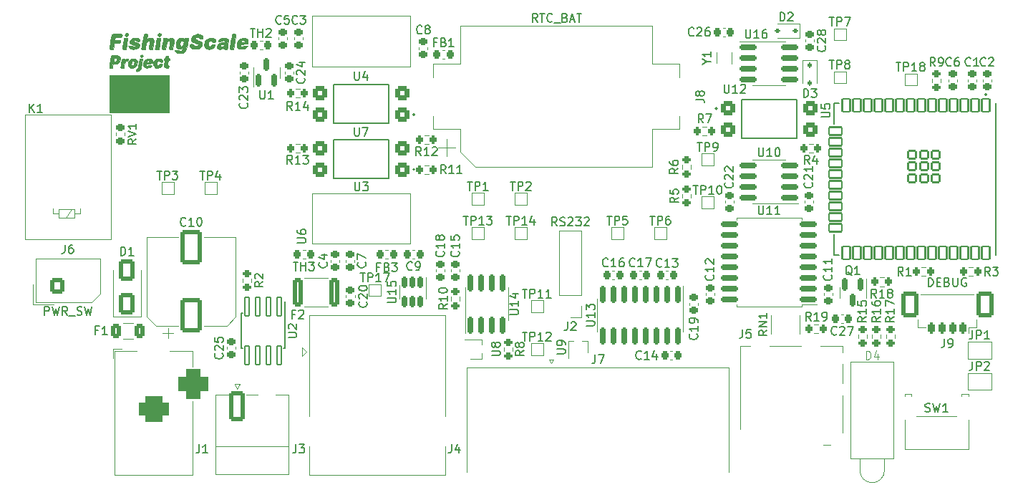
<source format=gbr>
%TF.GenerationSoftware,KiCad,Pcbnew,7.0.10*%
%TF.CreationDate,2024-04-30T16:31:27+09:00*%
%TF.ProjectId,ESP_Weight,4553505f-5765-4696-9768-742e6b696361,rev?*%
%TF.SameCoordinates,Original*%
%TF.FileFunction,Legend,Top*%
%TF.FilePolarity,Positive*%
%FSLAX46Y46*%
G04 Gerber Fmt 4.6, Leading zero omitted, Abs format (unit mm)*
G04 Created by KiCad (PCBNEW 7.0.10) date 2024-04-30 16:31:27*
%MOMM*%
%LPD*%
G01*
G04 APERTURE LIST*
G04 Aperture macros list*
%AMRoundRect*
0 Rectangle with rounded corners*
0 $1 Rounding radius*
0 $2 $3 $4 $5 $6 $7 $8 $9 X,Y pos of 4 corners*
0 Add a 4 corners polygon primitive as box body*
4,1,4,$2,$3,$4,$5,$6,$7,$8,$9,$2,$3,0*
0 Add four circle primitives for the rounded corners*
1,1,$1+$1,$2,$3*
1,1,$1+$1,$4,$5*
1,1,$1+$1,$6,$7*
1,1,$1+$1,$8,$9*
0 Add four rect primitives between the rounded corners*
20,1,$1+$1,$2,$3,$4,$5,0*
20,1,$1+$1,$4,$5,$6,$7,0*
20,1,$1+$1,$6,$7,$8,$9,0*
20,1,$1+$1,$8,$9,$2,$3,0*%
G04 Aperture macros list end*
%ADD10C,0.120000*%
%ADD11C,0.150000*%
%ADD12C,0.100000*%
%ADD13C,0.127000*%
%ADD14C,0.200000*%
%ADD15C,0.010000*%
%ADD16RoundRect,0.218750X-0.218750X-0.256250X0.218750X-0.256250X0.218750X0.256250X-0.218750X0.256250X0*%
%ADD17RoundRect,0.200000X-0.275000X0.200000X-0.275000X-0.200000X0.275000X-0.200000X0.275000X0.200000X0*%
%ADD18RoundRect,0.225000X-0.250000X0.225000X-0.250000X-0.225000X0.250000X-0.225000X0.250000X0.225000X0*%
%ADD19R,0.450000X0.700000*%
%ADD20RoundRect,0.102000X-0.450000X0.750000X-0.450000X-0.750000X0.450000X-0.750000X0.450000X0.750000X0*%
%ADD21RoundRect,0.102000X-0.450000X0.450000X-0.450000X-0.450000X0.450000X-0.450000X0.450000X0.450000X0*%
%ADD22RoundRect,0.102000X-0.750000X0.450000X-0.750000X-0.450000X0.750000X-0.450000X0.750000X0.450000X0*%
%ADD23RoundRect,0.225000X0.250000X-0.225000X0.250000X0.225000X-0.250000X0.225000X-0.250000X-0.225000X0*%
%ADD24C,3.200000*%
%ADD25C,1.800000*%
%ADD26RoundRect,0.290520X0.516480X0.546480X-0.516480X0.546480X-0.516480X-0.546480X0.516480X-0.546480X0*%
%ADD27RoundRect,0.200000X0.275000X-0.200000X0.275000X0.200000X-0.275000X0.200000X-0.275000X-0.200000X0*%
%ADD28RoundRect,0.225000X-0.225000X-0.250000X0.225000X-0.250000X0.225000X0.250000X-0.225000X0.250000X0*%
%ADD29RoundRect,0.112500X0.187500X0.112500X-0.187500X0.112500X-0.187500X-0.112500X0.187500X-0.112500X0*%
%ADD30C,1.000000*%
%ADD31R,1.000000X1.000000*%
%ADD32RoundRect,0.150000X0.150000X-0.825000X0.150000X0.825000X-0.150000X0.825000X-0.150000X-0.825000X0*%
%ADD33RoundRect,0.150000X0.875000X0.150000X-0.875000X0.150000X-0.875000X-0.150000X0.875000X-0.150000X0*%
%ADD34RoundRect,0.250000X-0.312500X-1.450000X0.312500X-1.450000X0.312500X1.450000X-0.312500X1.450000X0*%
%ADD35RoundRect,0.150000X-0.150000X0.512500X-0.150000X-0.512500X0.150000X-0.512500X0.150000X0.512500X0*%
%ADD36RoundRect,0.200000X0.200000X0.275000X-0.200000X0.275000X-0.200000X-0.275000X0.200000X-0.275000X0*%
%ADD37RoundRect,0.200000X-0.200000X-0.275000X0.200000X-0.275000X0.200000X0.275000X-0.200000X0.275000X0*%
%ADD38RoundRect,0.250000X-0.375000X-0.625000X0.375000X-0.625000X0.375000X0.625000X-0.375000X0.625000X0*%
%ADD39RoundRect,0.200000X0.200000X0.450000X-0.200000X0.450000X-0.200000X-0.450000X0.200000X-0.450000X0*%
%ADD40RoundRect,0.250001X0.799999X1.249999X-0.799999X1.249999X-0.799999X-1.249999X0.799999X-1.249999X0*%
%ADD41C,1.400000*%
%ADD42RoundRect,0.218750X0.218750X0.256250X-0.218750X0.256250X-0.218750X-0.256250X0.218750X-0.256250X0*%
%ADD43C,3.250000*%
%ADD44R,1.500000X1.500000*%
%ADD45C,1.500000*%
%ADD46C,3.000000*%
%ADD47RoundRect,0.150000X-0.150000X0.825000X-0.150000X-0.825000X0.150000X-0.825000X0.150000X0.825000X0*%
%ADD48RoundRect,0.250000X1.000000X-1.750000X1.000000X1.750000X-1.000000X1.750000X-1.000000X-1.750000X0*%
%ADD49RoundRect,0.225000X0.225000X0.250000X-0.225000X0.250000X-0.225000X-0.250000X0.225000X-0.250000X0*%
%ADD50R,0.430000X0.760000*%
%ADD51RoundRect,0.112500X-0.112500X0.187500X-0.112500X-0.187500X0.112500X-0.187500X0.112500X0.187500X0*%
%ADD52RoundRect,0.250000X-0.600000X-0.675000X0.600000X-0.675000X0.600000X0.675000X-0.600000X0.675000X0*%
%ADD53O,1.700000X1.850000*%
%ADD54R,0.700000X0.450000*%
%ADD55RoundRect,0.150000X0.150000X-0.587500X0.150000X0.587500X-0.150000X0.587500X-0.150000X-0.587500X0*%
%ADD56RoundRect,0.150000X-0.150000X0.587500X-0.150000X-0.587500X0.150000X-0.587500X0.150000X0.587500X0*%
%ADD57RoundRect,0.290520X-0.516480X-0.546480X0.516480X-0.546480X0.516480X0.546480X-0.516480X0.546480X0*%
%ADD58O,2.300000X1.600000*%
%ADD59R,3.100000X2.400000*%
%ADD60RoundRect,0.070000X-0.250000X1.100000X-0.250000X-1.100000X0.250000X-1.100000X0.250000X1.100000X0*%
%ADD61C,0.770000*%
%ADD62RoundRect,0.150000X0.825000X0.150000X-0.825000X0.150000X-0.825000X-0.150000X0.825000X-0.150000X0*%
%ADD63R,1.600000X1.600000*%
%ADD64C,1.600000*%
%ADD65C,4.000000*%
%ADD66RoundRect,0.218750X-0.256250X0.218750X-0.256250X-0.218750X0.256250X-0.218750X0.256250X0.218750X0*%
%ADD67RoundRect,0.150000X-0.825000X-0.150000X0.825000X-0.150000X0.825000X0.150000X-0.825000X0.150000X0*%
%ADD68R,1.550000X1.350000*%
%ADD69R,1.900000X1.350000*%
%ADD70R,1.170000X1.800000*%
%ADD71R,0.850000X1.100000*%
%ADD72R,0.750000X1.100000*%
%ADD73R,1.200000X1.000000*%
%ADD74RoundRect,0.250000X0.650000X-1.000000X0.650000X1.000000X-0.650000X1.000000X-0.650000X-1.000000X0*%
%ADD75R,1.700000X1.700000*%
%ADD76O,1.700000X1.700000*%
%ADD77RoundRect,0.250000X-0.650000X-1.550000X0.650000X-1.550000X0.650000X1.550000X-0.650000X1.550000X0*%
%ADD78O,1.800000X3.600000*%
%ADD79R,3.500000X3.500000*%
%ADD80RoundRect,0.750000X1.000000X-0.750000X1.000000X0.750000X-1.000000X0.750000X-1.000000X-0.750000X0*%
%ADD81RoundRect,0.875000X0.875000X-0.875000X0.875000X0.875000X-0.875000X0.875000X-0.875000X-0.875000X0*%
%ADD82C,2.400000*%
%ADD83C,1.700000*%
%ADD84R,1.800000X1.000000*%
%ADD85R,3.100000X4.500000*%
G04 APERTURE END LIST*
D10*
X103886000Y-85344000D02*
X110871000Y-85344000D01*
X110871000Y-89789000D01*
X103886000Y-89789000D01*
X103886000Y-85344000D01*
G36*
X103886000Y-85344000D02*
G01*
X110871000Y-85344000D01*
X110871000Y-89789000D01*
X103886000Y-89789000D01*
X103886000Y-85344000D01*
G37*
D11*
X135818666Y-108008009D02*
X135485333Y-108008009D01*
X135485333Y-108531819D02*
X135485333Y-107531819D01*
X135485333Y-107531819D02*
X135961523Y-107531819D01*
X136675809Y-108008009D02*
X136818666Y-108055628D01*
X136818666Y-108055628D02*
X136866285Y-108103247D01*
X136866285Y-108103247D02*
X136913904Y-108198485D01*
X136913904Y-108198485D02*
X136913904Y-108341342D01*
X136913904Y-108341342D02*
X136866285Y-108436580D01*
X136866285Y-108436580D02*
X136818666Y-108484200D01*
X136818666Y-108484200D02*
X136723428Y-108531819D01*
X136723428Y-108531819D02*
X136342476Y-108531819D01*
X136342476Y-108531819D02*
X136342476Y-107531819D01*
X136342476Y-107531819D02*
X136675809Y-107531819D01*
X136675809Y-107531819D02*
X136771047Y-107579438D01*
X136771047Y-107579438D02*
X136818666Y-107627057D01*
X136818666Y-107627057D02*
X136866285Y-107722295D01*
X136866285Y-107722295D02*
X136866285Y-107817533D01*
X136866285Y-107817533D02*
X136818666Y-107912771D01*
X136818666Y-107912771D02*
X136771047Y-107960390D01*
X136771047Y-107960390D02*
X136675809Y-108008009D01*
X136675809Y-108008009D02*
X136342476Y-108008009D01*
X137247238Y-107531819D02*
X137866285Y-107531819D01*
X137866285Y-107531819D02*
X137532952Y-107912771D01*
X137532952Y-107912771D02*
X137675809Y-107912771D01*
X137675809Y-107912771D02*
X137771047Y-107960390D01*
X137771047Y-107960390D02*
X137818666Y-108008009D01*
X137818666Y-108008009D02*
X137866285Y-108103247D01*
X137866285Y-108103247D02*
X137866285Y-108341342D01*
X137866285Y-108341342D02*
X137818666Y-108436580D01*
X137818666Y-108436580D02*
X137771047Y-108484200D01*
X137771047Y-108484200D02*
X137675809Y-108531819D01*
X137675809Y-108531819D02*
X137390095Y-108531819D01*
X137390095Y-108531819D02*
X137294857Y-108484200D01*
X137294857Y-108484200D02*
X137247238Y-108436580D01*
X122026819Y-109767666D02*
X121550628Y-110100999D01*
X122026819Y-110339094D02*
X121026819Y-110339094D01*
X121026819Y-110339094D02*
X121026819Y-109958142D01*
X121026819Y-109958142D02*
X121074438Y-109862904D01*
X121074438Y-109862904D02*
X121122057Y-109815285D01*
X121122057Y-109815285D02*
X121217295Y-109767666D01*
X121217295Y-109767666D02*
X121360152Y-109767666D01*
X121360152Y-109767666D02*
X121455390Y-109815285D01*
X121455390Y-109815285D02*
X121503009Y-109862904D01*
X121503009Y-109862904D02*
X121550628Y-109958142D01*
X121550628Y-109958142D02*
X121550628Y-110339094D01*
X121122057Y-109386713D02*
X121074438Y-109339094D01*
X121074438Y-109339094D02*
X121026819Y-109243856D01*
X121026819Y-109243856D02*
X121026819Y-109005761D01*
X121026819Y-109005761D02*
X121074438Y-108910523D01*
X121074438Y-108910523D02*
X121122057Y-108862904D01*
X121122057Y-108862904D02*
X121217295Y-108815285D01*
X121217295Y-108815285D02*
X121312533Y-108815285D01*
X121312533Y-108815285D02*
X121455390Y-108862904D01*
X121455390Y-108862904D02*
X122026819Y-109434332D01*
X122026819Y-109434332D02*
X122026819Y-108815285D01*
X205700333Y-84179580D02*
X205652714Y-84227200D01*
X205652714Y-84227200D02*
X205509857Y-84274819D01*
X205509857Y-84274819D02*
X205414619Y-84274819D01*
X205414619Y-84274819D02*
X205271762Y-84227200D01*
X205271762Y-84227200D02*
X205176524Y-84131961D01*
X205176524Y-84131961D02*
X205128905Y-84036723D01*
X205128905Y-84036723D02*
X205081286Y-83846247D01*
X205081286Y-83846247D02*
X205081286Y-83703390D01*
X205081286Y-83703390D02*
X205128905Y-83512914D01*
X205128905Y-83512914D02*
X205176524Y-83417676D01*
X205176524Y-83417676D02*
X205271762Y-83322438D01*
X205271762Y-83322438D02*
X205414619Y-83274819D01*
X205414619Y-83274819D02*
X205509857Y-83274819D01*
X205509857Y-83274819D02*
X205652714Y-83322438D01*
X205652714Y-83322438D02*
X205700333Y-83370057D01*
X206652714Y-84274819D02*
X206081286Y-84274819D01*
X206367000Y-84274819D02*
X206367000Y-83274819D01*
X206367000Y-83274819D02*
X206271762Y-83417676D01*
X206271762Y-83417676D02*
X206176524Y-83512914D01*
X206176524Y-83512914D02*
X206081286Y-83560533D01*
X156762819Y-118286904D02*
X157572342Y-118286904D01*
X157572342Y-118286904D02*
X157667580Y-118239285D01*
X157667580Y-118239285D02*
X157715200Y-118191666D01*
X157715200Y-118191666D02*
X157762819Y-118096428D01*
X157762819Y-118096428D02*
X157762819Y-117905952D01*
X157762819Y-117905952D02*
X157715200Y-117810714D01*
X157715200Y-117810714D02*
X157667580Y-117763095D01*
X157667580Y-117763095D02*
X157572342Y-117715476D01*
X157572342Y-117715476D02*
X156762819Y-117715476D01*
X157762819Y-117191666D02*
X157762819Y-117001190D01*
X157762819Y-117001190D02*
X157715200Y-116905952D01*
X157715200Y-116905952D02*
X157667580Y-116858333D01*
X157667580Y-116858333D02*
X157524723Y-116763095D01*
X157524723Y-116763095D02*
X157334247Y-116715476D01*
X157334247Y-116715476D02*
X156953295Y-116715476D01*
X156953295Y-116715476D02*
X156858057Y-116763095D01*
X156858057Y-116763095D02*
X156810438Y-116810714D01*
X156810438Y-116810714D02*
X156762819Y-116905952D01*
X156762819Y-116905952D02*
X156762819Y-117096428D01*
X156762819Y-117096428D02*
X156810438Y-117191666D01*
X156810438Y-117191666D02*
X156858057Y-117239285D01*
X156858057Y-117239285D02*
X156953295Y-117286904D01*
X156953295Y-117286904D02*
X157191390Y-117286904D01*
X157191390Y-117286904D02*
X157286628Y-117239285D01*
X157286628Y-117239285D02*
X157334247Y-117191666D01*
X157334247Y-117191666D02*
X157381866Y-117096428D01*
X157381866Y-117096428D02*
X157381866Y-116905952D01*
X157381866Y-116905952D02*
X157334247Y-116810714D01*
X157334247Y-116810714D02*
X157286628Y-116763095D01*
X157286628Y-116763095D02*
X157191390Y-116715476D01*
X129518580Y-107481666D02*
X129566200Y-107529285D01*
X129566200Y-107529285D02*
X129613819Y-107672142D01*
X129613819Y-107672142D02*
X129613819Y-107767380D01*
X129613819Y-107767380D02*
X129566200Y-107910237D01*
X129566200Y-107910237D02*
X129470961Y-108005475D01*
X129470961Y-108005475D02*
X129375723Y-108053094D01*
X129375723Y-108053094D02*
X129185247Y-108100713D01*
X129185247Y-108100713D02*
X129042390Y-108100713D01*
X129042390Y-108100713D02*
X128851914Y-108053094D01*
X128851914Y-108053094D02*
X128756676Y-108005475D01*
X128756676Y-108005475D02*
X128661438Y-107910237D01*
X128661438Y-107910237D02*
X128613819Y-107767380D01*
X128613819Y-107767380D02*
X128613819Y-107672142D01*
X128613819Y-107672142D02*
X128661438Y-107529285D01*
X128661438Y-107529285D02*
X128709057Y-107481666D01*
X128947152Y-106624523D02*
X129613819Y-106624523D01*
X128566200Y-106862618D02*
X129280485Y-107100713D01*
X129280485Y-107100713D02*
X129280485Y-106481666D01*
X188049819Y-90296904D02*
X188859342Y-90296904D01*
X188859342Y-90296904D02*
X188954580Y-90249285D01*
X188954580Y-90249285D02*
X189002200Y-90201666D01*
X189002200Y-90201666D02*
X189049819Y-90106428D01*
X189049819Y-90106428D02*
X189049819Y-89915952D01*
X189049819Y-89915952D02*
X189002200Y-89820714D01*
X189002200Y-89820714D02*
X188954580Y-89773095D01*
X188954580Y-89773095D02*
X188859342Y-89725476D01*
X188859342Y-89725476D02*
X188049819Y-89725476D01*
X188049819Y-88773095D02*
X188049819Y-89249285D01*
X188049819Y-89249285D02*
X188526009Y-89296904D01*
X188526009Y-89296904D02*
X188478390Y-89249285D01*
X188478390Y-89249285D02*
X188430771Y-89154047D01*
X188430771Y-89154047D02*
X188430771Y-88915952D01*
X188430771Y-88915952D02*
X188478390Y-88820714D01*
X188478390Y-88820714D02*
X188526009Y-88773095D01*
X188526009Y-88773095D02*
X188621247Y-88725476D01*
X188621247Y-88725476D02*
X188859342Y-88725476D01*
X188859342Y-88725476D02*
X188954580Y-88773095D01*
X188954580Y-88773095D02*
X189002200Y-88820714D01*
X189002200Y-88820714D02*
X189049819Y-88915952D01*
X189049819Y-88915952D02*
X189049819Y-89154047D01*
X189049819Y-89154047D02*
X189002200Y-89249285D01*
X189002200Y-89249285D02*
X188954580Y-89296904D01*
X186922580Y-98051857D02*
X186970200Y-98099476D01*
X186970200Y-98099476D02*
X187017819Y-98242333D01*
X187017819Y-98242333D02*
X187017819Y-98337571D01*
X187017819Y-98337571D02*
X186970200Y-98480428D01*
X186970200Y-98480428D02*
X186874961Y-98575666D01*
X186874961Y-98575666D02*
X186779723Y-98623285D01*
X186779723Y-98623285D02*
X186589247Y-98670904D01*
X186589247Y-98670904D02*
X186446390Y-98670904D01*
X186446390Y-98670904D02*
X186255914Y-98623285D01*
X186255914Y-98623285D02*
X186160676Y-98575666D01*
X186160676Y-98575666D02*
X186065438Y-98480428D01*
X186065438Y-98480428D02*
X186017819Y-98337571D01*
X186017819Y-98337571D02*
X186017819Y-98242333D01*
X186017819Y-98242333D02*
X186065438Y-98099476D01*
X186065438Y-98099476D02*
X186113057Y-98051857D01*
X186113057Y-97670904D02*
X186065438Y-97623285D01*
X186065438Y-97623285D02*
X186017819Y-97528047D01*
X186017819Y-97528047D02*
X186017819Y-97289952D01*
X186017819Y-97289952D02*
X186065438Y-97194714D01*
X186065438Y-97194714D02*
X186113057Y-97147095D01*
X186113057Y-97147095D02*
X186208295Y-97099476D01*
X186208295Y-97099476D02*
X186303533Y-97099476D01*
X186303533Y-97099476D02*
X186446390Y-97147095D01*
X186446390Y-97147095D02*
X187017819Y-97718523D01*
X187017819Y-97718523D02*
X187017819Y-97099476D01*
X187017819Y-96147095D02*
X187017819Y-96718523D01*
X187017819Y-96432809D02*
X186017819Y-96432809D01*
X186017819Y-96432809D02*
X186160676Y-96528047D01*
X186160676Y-96528047D02*
X186255914Y-96623285D01*
X186255914Y-96623285D02*
X186303533Y-96718523D01*
X140803333Y-80369580D02*
X140755714Y-80417200D01*
X140755714Y-80417200D02*
X140612857Y-80464819D01*
X140612857Y-80464819D02*
X140517619Y-80464819D01*
X140517619Y-80464819D02*
X140374762Y-80417200D01*
X140374762Y-80417200D02*
X140279524Y-80321961D01*
X140279524Y-80321961D02*
X140231905Y-80226723D01*
X140231905Y-80226723D02*
X140184286Y-80036247D01*
X140184286Y-80036247D02*
X140184286Y-79893390D01*
X140184286Y-79893390D02*
X140231905Y-79702914D01*
X140231905Y-79702914D02*
X140279524Y-79607676D01*
X140279524Y-79607676D02*
X140374762Y-79512438D01*
X140374762Y-79512438D02*
X140517619Y-79464819D01*
X140517619Y-79464819D02*
X140612857Y-79464819D01*
X140612857Y-79464819D02*
X140755714Y-79512438D01*
X140755714Y-79512438D02*
X140803333Y-79560057D01*
X141374762Y-79893390D02*
X141279524Y-79845771D01*
X141279524Y-79845771D02*
X141231905Y-79798152D01*
X141231905Y-79798152D02*
X141184286Y-79702914D01*
X141184286Y-79702914D02*
X141184286Y-79655295D01*
X141184286Y-79655295D02*
X141231905Y-79560057D01*
X141231905Y-79560057D02*
X141279524Y-79512438D01*
X141279524Y-79512438D02*
X141374762Y-79464819D01*
X141374762Y-79464819D02*
X141565238Y-79464819D01*
X141565238Y-79464819D02*
X141660476Y-79512438D01*
X141660476Y-79512438D02*
X141708095Y-79560057D01*
X141708095Y-79560057D02*
X141755714Y-79655295D01*
X141755714Y-79655295D02*
X141755714Y-79702914D01*
X141755714Y-79702914D02*
X141708095Y-79798152D01*
X141708095Y-79798152D02*
X141660476Y-79845771D01*
X141660476Y-79845771D02*
X141565238Y-79893390D01*
X141565238Y-79893390D02*
X141374762Y-79893390D01*
X141374762Y-79893390D02*
X141279524Y-79941009D01*
X141279524Y-79941009D02*
X141231905Y-79988628D01*
X141231905Y-79988628D02*
X141184286Y-80083866D01*
X141184286Y-80083866D02*
X141184286Y-80274342D01*
X141184286Y-80274342D02*
X141231905Y-80369580D01*
X141231905Y-80369580D02*
X141279524Y-80417200D01*
X141279524Y-80417200D02*
X141374762Y-80464819D01*
X141374762Y-80464819D02*
X141565238Y-80464819D01*
X141565238Y-80464819D02*
X141660476Y-80417200D01*
X141660476Y-80417200D02*
X141708095Y-80369580D01*
X141708095Y-80369580D02*
X141755714Y-80274342D01*
X141755714Y-80274342D02*
X141755714Y-80083866D01*
X141755714Y-80083866D02*
X141708095Y-79988628D01*
X141708095Y-79988628D02*
X141660476Y-79941009D01*
X141660476Y-79941009D02*
X141565238Y-79893390D01*
D12*
X193317905Y-118948419D02*
X193317905Y-117948419D01*
X193317905Y-117948419D02*
X193556000Y-117948419D01*
X193556000Y-117948419D02*
X193698857Y-117996038D01*
X193698857Y-117996038D02*
X193794095Y-118091276D01*
X193794095Y-118091276D02*
X193841714Y-118186514D01*
X193841714Y-118186514D02*
X193889333Y-118376990D01*
X193889333Y-118376990D02*
X193889333Y-118519847D01*
X193889333Y-118519847D02*
X193841714Y-118710323D01*
X193841714Y-118710323D02*
X193794095Y-118805561D01*
X193794095Y-118805561D02*
X193698857Y-118900800D01*
X193698857Y-118900800D02*
X193556000Y-118948419D01*
X193556000Y-118948419D02*
X193317905Y-118948419D01*
X194746476Y-118281752D02*
X194746476Y-118948419D01*
X194508381Y-117900800D02*
X194270286Y-118615085D01*
X194270286Y-118615085D02*
X194889333Y-118615085D01*
D11*
X132866095Y-98006819D02*
X132866095Y-98816342D01*
X132866095Y-98816342D02*
X132913714Y-98911580D01*
X132913714Y-98911580D02*
X132961333Y-98959200D01*
X132961333Y-98959200D02*
X133056571Y-99006819D01*
X133056571Y-99006819D02*
X133247047Y-99006819D01*
X133247047Y-99006819D02*
X133342285Y-98959200D01*
X133342285Y-98959200D02*
X133389904Y-98911580D01*
X133389904Y-98911580D02*
X133437523Y-98816342D01*
X133437523Y-98816342D02*
X133437523Y-98006819D01*
X133818476Y-98006819D02*
X134437523Y-98006819D01*
X134437523Y-98006819D02*
X134104190Y-98387771D01*
X134104190Y-98387771D02*
X134247047Y-98387771D01*
X134247047Y-98387771D02*
X134342285Y-98435390D01*
X134342285Y-98435390D02*
X134389904Y-98483009D01*
X134389904Y-98483009D02*
X134437523Y-98578247D01*
X134437523Y-98578247D02*
X134437523Y-98816342D01*
X134437523Y-98816342D02*
X134389904Y-98911580D01*
X134389904Y-98911580D02*
X134342285Y-98959200D01*
X134342285Y-98959200D02*
X134247047Y-99006819D01*
X134247047Y-99006819D02*
X133961333Y-99006819D01*
X133961333Y-99006819D02*
X133866095Y-98959200D01*
X133866095Y-98959200D02*
X133818476Y-98911580D01*
X143804819Y-112402857D02*
X143328628Y-112736190D01*
X143804819Y-112974285D02*
X142804819Y-112974285D01*
X142804819Y-112974285D02*
X142804819Y-112593333D01*
X142804819Y-112593333D02*
X142852438Y-112498095D01*
X142852438Y-112498095D02*
X142900057Y-112450476D01*
X142900057Y-112450476D02*
X142995295Y-112402857D01*
X142995295Y-112402857D02*
X143138152Y-112402857D01*
X143138152Y-112402857D02*
X143233390Y-112450476D01*
X143233390Y-112450476D02*
X143281009Y-112498095D01*
X143281009Y-112498095D02*
X143328628Y-112593333D01*
X143328628Y-112593333D02*
X143328628Y-112974285D01*
X143804819Y-111450476D02*
X143804819Y-112021904D01*
X143804819Y-111736190D02*
X142804819Y-111736190D01*
X142804819Y-111736190D02*
X142947676Y-111831428D01*
X142947676Y-111831428D02*
X143042914Y-111926666D01*
X143042914Y-111926666D02*
X143090533Y-112021904D01*
X142804819Y-110831428D02*
X142804819Y-110736190D01*
X142804819Y-110736190D02*
X142852438Y-110640952D01*
X142852438Y-110640952D02*
X142900057Y-110593333D01*
X142900057Y-110593333D02*
X142995295Y-110545714D01*
X142995295Y-110545714D02*
X143185771Y-110498095D01*
X143185771Y-110498095D02*
X143423866Y-110498095D01*
X143423866Y-110498095D02*
X143614342Y-110545714D01*
X143614342Y-110545714D02*
X143709580Y-110593333D01*
X143709580Y-110593333D02*
X143757200Y-110640952D01*
X143757200Y-110640952D02*
X143804819Y-110736190D01*
X143804819Y-110736190D02*
X143804819Y-110831428D01*
X143804819Y-110831428D02*
X143757200Y-110926666D01*
X143757200Y-110926666D02*
X143709580Y-110974285D01*
X143709580Y-110974285D02*
X143614342Y-111021904D01*
X143614342Y-111021904D02*
X143423866Y-111069523D01*
X143423866Y-111069523D02*
X143185771Y-111069523D01*
X143185771Y-111069523D02*
X142995295Y-111021904D01*
X142995295Y-111021904D02*
X142900057Y-110974285D01*
X142900057Y-110974285D02*
X142852438Y-110926666D01*
X142852438Y-110926666D02*
X142804819Y-110831428D01*
X165981142Y-107895580D02*
X165933523Y-107943200D01*
X165933523Y-107943200D02*
X165790666Y-107990819D01*
X165790666Y-107990819D02*
X165695428Y-107990819D01*
X165695428Y-107990819D02*
X165552571Y-107943200D01*
X165552571Y-107943200D02*
X165457333Y-107847961D01*
X165457333Y-107847961D02*
X165409714Y-107752723D01*
X165409714Y-107752723D02*
X165362095Y-107562247D01*
X165362095Y-107562247D02*
X165362095Y-107419390D01*
X165362095Y-107419390D02*
X165409714Y-107228914D01*
X165409714Y-107228914D02*
X165457333Y-107133676D01*
X165457333Y-107133676D02*
X165552571Y-107038438D01*
X165552571Y-107038438D02*
X165695428Y-106990819D01*
X165695428Y-106990819D02*
X165790666Y-106990819D01*
X165790666Y-106990819D02*
X165933523Y-107038438D01*
X165933523Y-107038438D02*
X165981142Y-107086057D01*
X166933523Y-107990819D02*
X166362095Y-107990819D01*
X166647809Y-107990819D02*
X166647809Y-106990819D01*
X166647809Y-106990819D02*
X166552571Y-107133676D01*
X166552571Y-107133676D02*
X166457333Y-107228914D01*
X166457333Y-107228914D02*
X166362095Y-107276533D01*
X167266857Y-106990819D02*
X167933523Y-106990819D01*
X167933523Y-106990819D02*
X167504952Y-107990819D01*
X183157905Y-78940819D02*
X183157905Y-77940819D01*
X183157905Y-77940819D02*
X183396000Y-77940819D01*
X183396000Y-77940819D02*
X183538857Y-77988438D01*
X183538857Y-77988438D02*
X183634095Y-78083676D01*
X183634095Y-78083676D02*
X183681714Y-78178914D01*
X183681714Y-78178914D02*
X183729333Y-78369390D01*
X183729333Y-78369390D02*
X183729333Y-78512247D01*
X183729333Y-78512247D02*
X183681714Y-78702723D01*
X183681714Y-78702723D02*
X183634095Y-78797961D01*
X183634095Y-78797961D02*
X183538857Y-78893200D01*
X183538857Y-78893200D02*
X183396000Y-78940819D01*
X183396000Y-78940819D02*
X183157905Y-78940819D01*
X184110286Y-78036057D02*
X184157905Y-77988438D01*
X184157905Y-77988438D02*
X184253143Y-77940819D01*
X184253143Y-77940819D02*
X184491238Y-77940819D01*
X184491238Y-77940819D02*
X184586476Y-77988438D01*
X184586476Y-77988438D02*
X184634095Y-78036057D01*
X184634095Y-78036057D02*
X184681714Y-78131295D01*
X184681714Y-78131295D02*
X184681714Y-78226533D01*
X184681714Y-78226533D02*
X184634095Y-78369390D01*
X184634095Y-78369390D02*
X184062667Y-78940819D01*
X184062667Y-78940819D02*
X184681714Y-78940819D01*
X205922666Y-119215819D02*
X205922666Y-119930104D01*
X205922666Y-119930104D02*
X205875047Y-120072961D01*
X205875047Y-120072961D02*
X205779809Y-120168200D01*
X205779809Y-120168200D02*
X205636952Y-120215819D01*
X205636952Y-120215819D02*
X205541714Y-120215819D01*
X206398857Y-120215819D02*
X206398857Y-119215819D01*
X206398857Y-119215819D02*
X206779809Y-119215819D01*
X206779809Y-119215819D02*
X206875047Y-119263438D01*
X206875047Y-119263438D02*
X206922666Y-119311057D01*
X206922666Y-119311057D02*
X206970285Y-119406295D01*
X206970285Y-119406295D02*
X206970285Y-119549152D01*
X206970285Y-119549152D02*
X206922666Y-119644390D01*
X206922666Y-119644390D02*
X206875047Y-119692009D01*
X206875047Y-119692009D02*
X206779809Y-119739628D01*
X206779809Y-119739628D02*
X206398857Y-119739628D01*
X207351238Y-119311057D02*
X207398857Y-119263438D01*
X207398857Y-119263438D02*
X207494095Y-119215819D01*
X207494095Y-119215819D02*
X207732190Y-119215819D01*
X207732190Y-119215819D02*
X207827428Y-119263438D01*
X207827428Y-119263438D02*
X207875047Y-119311057D01*
X207875047Y-119311057D02*
X207922666Y-119406295D01*
X207922666Y-119406295D02*
X207922666Y-119501533D01*
X207922666Y-119501533D02*
X207875047Y-119644390D01*
X207875047Y-119644390D02*
X207303619Y-120215819D01*
X207303619Y-120215819D02*
X207922666Y-120215819D01*
X188984095Y-83604819D02*
X189555523Y-83604819D01*
X189269809Y-84604819D02*
X189269809Y-83604819D01*
X189888857Y-84604819D02*
X189888857Y-83604819D01*
X189888857Y-83604819D02*
X190269809Y-83604819D01*
X190269809Y-83604819D02*
X190365047Y-83652438D01*
X190365047Y-83652438D02*
X190412666Y-83700057D01*
X190412666Y-83700057D02*
X190460285Y-83795295D01*
X190460285Y-83795295D02*
X190460285Y-83938152D01*
X190460285Y-83938152D02*
X190412666Y-84033390D01*
X190412666Y-84033390D02*
X190365047Y-84081009D01*
X190365047Y-84081009D02*
X190269809Y-84128628D01*
X190269809Y-84128628D02*
X189888857Y-84128628D01*
X191031714Y-84033390D02*
X190936476Y-83985771D01*
X190936476Y-83985771D02*
X190888857Y-83938152D01*
X190888857Y-83938152D02*
X190841238Y-83842914D01*
X190841238Y-83842914D02*
X190841238Y-83795295D01*
X190841238Y-83795295D02*
X190888857Y-83700057D01*
X190888857Y-83700057D02*
X190936476Y-83652438D01*
X190936476Y-83652438D02*
X191031714Y-83604819D01*
X191031714Y-83604819D02*
X191222190Y-83604819D01*
X191222190Y-83604819D02*
X191317428Y-83652438D01*
X191317428Y-83652438D02*
X191365047Y-83700057D01*
X191365047Y-83700057D02*
X191412666Y-83795295D01*
X191412666Y-83795295D02*
X191412666Y-83842914D01*
X191412666Y-83842914D02*
X191365047Y-83938152D01*
X191365047Y-83938152D02*
X191317428Y-83985771D01*
X191317428Y-83985771D02*
X191222190Y-84033390D01*
X191222190Y-84033390D02*
X191031714Y-84033390D01*
X191031714Y-84033390D02*
X190936476Y-84081009D01*
X190936476Y-84081009D02*
X190888857Y-84128628D01*
X190888857Y-84128628D02*
X190841238Y-84223866D01*
X190841238Y-84223866D02*
X190841238Y-84414342D01*
X190841238Y-84414342D02*
X190888857Y-84509580D01*
X190888857Y-84509580D02*
X190936476Y-84557200D01*
X190936476Y-84557200D02*
X191031714Y-84604819D01*
X191031714Y-84604819D02*
X191222190Y-84604819D01*
X191222190Y-84604819D02*
X191317428Y-84557200D01*
X191317428Y-84557200D02*
X191365047Y-84509580D01*
X191365047Y-84509580D02*
X191412666Y-84414342D01*
X191412666Y-84414342D02*
X191412666Y-84223866D01*
X191412666Y-84223866D02*
X191365047Y-84128628D01*
X191365047Y-84128628D02*
X191317428Y-84081009D01*
X191317428Y-84081009D02*
X191222190Y-84033390D01*
X151219819Y-113633094D02*
X152029342Y-113633094D01*
X152029342Y-113633094D02*
X152124580Y-113585475D01*
X152124580Y-113585475D02*
X152172200Y-113537856D01*
X152172200Y-113537856D02*
X152219819Y-113442618D01*
X152219819Y-113442618D02*
X152219819Y-113252142D01*
X152219819Y-113252142D02*
X152172200Y-113156904D01*
X152172200Y-113156904D02*
X152124580Y-113109285D01*
X152124580Y-113109285D02*
X152029342Y-113061666D01*
X152029342Y-113061666D02*
X151219819Y-113061666D01*
X152219819Y-112061666D02*
X152219819Y-112633094D01*
X152219819Y-112347380D02*
X151219819Y-112347380D01*
X151219819Y-112347380D02*
X151362676Y-112442618D01*
X151362676Y-112442618D02*
X151457914Y-112537856D01*
X151457914Y-112537856D02*
X151505533Y-112633094D01*
X151553152Y-111204523D02*
X152219819Y-111204523D01*
X151172200Y-111442618D02*
X151886485Y-111680713D01*
X151886485Y-111680713D02*
X151886485Y-111061666D01*
X114562095Y-96685819D02*
X115133523Y-96685819D01*
X114847809Y-97685819D02*
X114847809Y-96685819D01*
X115466857Y-97685819D02*
X115466857Y-96685819D01*
X115466857Y-96685819D02*
X115847809Y-96685819D01*
X115847809Y-96685819D02*
X115943047Y-96733438D01*
X115943047Y-96733438D02*
X115990666Y-96781057D01*
X115990666Y-96781057D02*
X116038285Y-96876295D01*
X116038285Y-96876295D02*
X116038285Y-97019152D01*
X116038285Y-97019152D02*
X115990666Y-97114390D01*
X115990666Y-97114390D02*
X115943047Y-97162009D01*
X115943047Y-97162009D02*
X115847809Y-97209628D01*
X115847809Y-97209628D02*
X115466857Y-97209628D01*
X116895428Y-97019152D02*
X116895428Y-97685819D01*
X116657333Y-96638200D02*
X116419238Y-97352485D01*
X116419238Y-97352485D02*
X117038285Y-97352485D01*
X172886905Y-98400819D02*
X173458333Y-98400819D01*
X173172619Y-99400819D02*
X173172619Y-98400819D01*
X173791667Y-99400819D02*
X173791667Y-98400819D01*
X173791667Y-98400819D02*
X174172619Y-98400819D01*
X174172619Y-98400819D02*
X174267857Y-98448438D01*
X174267857Y-98448438D02*
X174315476Y-98496057D01*
X174315476Y-98496057D02*
X174363095Y-98591295D01*
X174363095Y-98591295D02*
X174363095Y-98734152D01*
X174363095Y-98734152D02*
X174315476Y-98829390D01*
X174315476Y-98829390D02*
X174267857Y-98877009D01*
X174267857Y-98877009D02*
X174172619Y-98924628D01*
X174172619Y-98924628D02*
X173791667Y-98924628D01*
X175315476Y-99400819D02*
X174744048Y-99400819D01*
X175029762Y-99400819D02*
X175029762Y-98400819D01*
X175029762Y-98400819D02*
X174934524Y-98543676D01*
X174934524Y-98543676D02*
X174839286Y-98638914D01*
X174839286Y-98638914D02*
X174744048Y-98686533D01*
X175934524Y-98400819D02*
X176029762Y-98400819D01*
X176029762Y-98400819D02*
X176125000Y-98448438D01*
X176125000Y-98448438D02*
X176172619Y-98496057D01*
X176172619Y-98496057D02*
X176220238Y-98591295D01*
X176220238Y-98591295D02*
X176267857Y-98781771D01*
X176267857Y-98781771D02*
X176267857Y-99019866D01*
X176267857Y-99019866D02*
X176220238Y-99210342D01*
X176220238Y-99210342D02*
X176172619Y-99305580D01*
X176172619Y-99305580D02*
X176125000Y-99353200D01*
X176125000Y-99353200D02*
X176029762Y-99400819D01*
X176029762Y-99400819D02*
X175934524Y-99400819D01*
X175934524Y-99400819D02*
X175839286Y-99353200D01*
X175839286Y-99353200D02*
X175791667Y-99305580D01*
X175791667Y-99305580D02*
X175744048Y-99210342D01*
X175744048Y-99210342D02*
X175696429Y-99019866D01*
X175696429Y-99019866D02*
X175696429Y-98781771D01*
X175696429Y-98781771D02*
X175744048Y-98591295D01*
X175744048Y-98591295D02*
X175791667Y-98496057D01*
X175791667Y-98496057D02*
X175839286Y-98448438D01*
X175839286Y-98448438D02*
X175934524Y-98400819D01*
X180625905Y-100800819D02*
X180625905Y-101610342D01*
X180625905Y-101610342D02*
X180673524Y-101705580D01*
X180673524Y-101705580D02*
X180721143Y-101753200D01*
X180721143Y-101753200D02*
X180816381Y-101800819D01*
X180816381Y-101800819D02*
X181006857Y-101800819D01*
X181006857Y-101800819D02*
X181102095Y-101753200D01*
X181102095Y-101753200D02*
X181149714Y-101705580D01*
X181149714Y-101705580D02*
X181197333Y-101610342D01*
X181197333Y-101610342D02*
X181197333Y-100800819D01*
X182197333Y-101800819D02*
X181625905Y-101800819D01*
X181911619Y-101800819D02*
X181911619Y-100800819D01*
X181911619Y-100800819D02*
X181816381Y-100943676D01*
X181816381Y-100943676D02*
X181721143Y-101038914D01*
X181721143Y-101038914D02*
X181625905Y-101086533D01*
X183149714Y-101800819D02*
X182578286Y-101800819D01*
X182864000Y-101800819D02*
X182864000Y-100800819D01*
X182864000Y-100800819D02*
X182768762Y-100943676D01*
X182768762Y-100943676D02*
X182673524Y-101038914D01*
X182673524Y-101038914D02*
X182578286Y-101086533D01*
X125777666Y-113596009D02*
X125444333Y-113596009D01*
X125444333Y-114119819D02*
X125444333Y-113119819D01*
X125444333Y-113119819D02*
X125920523Y-113119819D01*
X126253857Y-113215057D02*
X126301476Y-113167438D01*
X126301476Y-113167438D02*
X126396714Y-113119819D01*
X126396714Y-113119819D02*
X126634809Y-113119819D01*
X126634809Y-113119819D02*
X126730047Y-113167438D01*
X126730047Y-113167438D02*
X126777666Y-113215057D01*
X126777666Y-113215057D02*
X126825285Y-113310295D01*
X126825285Y-113310295D02*
X126825285Y-113405533D01*
X126825285Y-113405533D02*
X126777666Y-113548390D01*
X126777666Y-113548390D02*
X126206238Y-114119819D01*
X126206238Y-114119819D02*
X126825285Y-114119819D01*
X136741819Y-112236094D02*
X137551342Y-112236094D01*
X137551342Y-112236094D02*
X137646580Y-112188475D01*
X137646580Y-112188475D02*
X137694200Y-112140856D01*
X137694200Y-112140856D02*
X137741819Y-112045618D01*
X137741819Y-112045618D02*
X137741819Y-111855142D01*
X137741819Y-111855142D02*
X137694200Y-111759904D01*
X137694200Y-111759904D02*
X137646580Y-111712285D01*
X137646580Y-111712285D02*
X137551342Y-111664666D01*
X137551342Y-111664666D02*
X136741819Y-111664666D01*
X137741819Y-110664666D02*
X137741819Y-111236094D01*
X137741819Y-110950380D02*
X136741819Y-110950380D01*
X136741819Y-110950380D02*
X136884676Y-111045618D01*
X136884676Y-111045618D02*
X136979914Y-111140856D01*
X136979914Y-111140856D02*
X137027533Y-111236094D01*
X136741819Y-109759904D02*
X136741819Y-110236094D01*
X136741819Y-110236094D02*
X137218009Y-110283713D01*
X137218009Y-110283713D02*
X137170390Y-110236094D01*
X137170390Y-110236094D02*
X137122771Y-110140856D01*
X137122771Y-110140856D02*
X137122771Y-109902761D01*
X137122771Y-109902761D02*
X137170390Y-109807523D01*
X137170390Y-109807523D02*
X137218009Y-109759904D01*
X137218009Y-109759904D02*
X137313247Y-109712285D01*
X137313247Y-109712285D02*
X137551342Y-109712285D01*
X137551342Y-109712285D02*
X137646580Y-109759904D01*
X137646580Y-109759904D02*
X137694200Y-109807523D01*
X137694200Y-109807523D02*
X137741819Y-109902761D01*
X137741819Y-109902761D02*
X137741819Y-110140856D01*
X137741819Y-110140856D02*
X137694200Y-110236094D01*
X137694200Y-110236094D02*
X137646580Y-110283713D01*
X173333580Y-115958857D02*
X173381200Y-116006476D01*
X173381200Y-116006476D02*
X173428819Y-116149333D01*
X173428819Y-116149333D02*
X173428819Y-116244571D01*
X173428819Y-116244571D02*
X173381200Y-116387428D01*
X173381200Y-116387428D02*
X173285961Y-116482666D01*
X173285961Y-116482666D02*
X173190723Y-116530285D01*
X173190723Y-116530285D02*
X173000247Y-116577904D01*
X173000247Y-116577904D02*
X172857390Y-116577904D01*
X172857390Y-116577904D02*
X172666914Y-116530285D01*
X172666914Y-116530285D02*
X172571676Y-116482666D01*
X172571676Y-116482666D02*
X172476438Y-116387428D01*
X172476438Y-116387428D02*
X172428819Y-116244571D01*
X172428819Y-116244571D02*
X172428819Y-116149333D01*
X172428819Y-116149333D02*
X172476438Y-116006476D01*
X172476438Y-116006476D02*
X172524057Y-115958857D01*
X173428819Y-115006476D02*
X173428819Y-115577904D01*
X173428819Y-115292190D02*
X172428819Y-115292190D01*
X172428819Y-115292190D02*
X172571676Y-115387428D01*
X172571676Y-115387428D02*
X172666914Y-115482666D01*
X172666914Y-115482666D02*
X172714533Y-115577904D01*
X173428819Y-114530285D02*
X173428819Y-114339809D01*
X173428819Y-114339809D02*
X173381200Y-114244571D01*
X173381200Y-114244571D02*
X173333580Y-114196952D01*
X173333580Y-114196952D02*
X173190723Y-114101714D01*
X173190723Y-114101714D02*
X173000247Y-114054095D01*
X173000247Y-114054095D02*
X172619295Y-114054095D01*
X172619295Y-114054095D02*
X172524057Y-114101714D01*
X172524057Y-114101714D02*
X172476438Y-114149333D01*
X172476438Y-114149333D02*
X172428819Y-114244571D01*
X172428819Y-114244571D02*
X172428819Y-114435047D01*
X172428819Y-114435047D02*
X172476438Y-114530285D01*
X172476438Y-114530285D02*
X172524057Y-114577904D01*
X172524057Y-114577904D02*
X172619295Y-114625523D01*
X172619295Y-114625523D02*
X172857390Y-114625523D01*
X172857390Y-114625523D02*
X172952628Y-114577904D01*
X172952628Y-114577904D02*
X173000247Y-114530285D01*
X173000247Y-114530285D02*
X173047866Y-114435047D01*
X173047866Y-114435047D02*
X173047866Y-114244571D01*
X173047866Y-114244571D02*
X173000247Y-114149333D01*
X173000247Y-114149333D02*
X172952628Y-114101714D01*
X172952628Y-114101714D02*
X172857390Y-114054095D01*
X143361580Y-106179857D02*
X143409200Y-106227476D01*
X143409200Y-106227476D02*
X143456819Y-106370333D01*
X143456819Y-106370333D02*
X143456819Y-106465571D01*
X143456819Y-106465571D02*
X143409200Y-106608428D01*
X143409200Y-106608428D02*
X143313961Y-106703666D01*
X143313961Y-106703666D02*
X143218723Y-106751285D01*
X143218723Y-106751285D02*
X143028247Y-106798904D01*
X143028247Y-106798904D02*
X142885390Y-106798904D01*
X142885390Y-106798904D02*
X142694914Y-106751285D01*
X142694914Y-106751285D02*
X142599676Y-106703666D01*
X142599676Y-106703666D02*
X142504438Y-106608428D01*
X142504438Y-106608428D02*
X142456819Y-106465571D01*
X142456819Y-106465571D02*
X142456819Y-106370333D01*
X142456819Y-106370333D02*
X142504438Y-106227476D01*
X142504438Y-106227476D02*
X142552057Y-106179857D01*
X143456819Y-105227476D02*
X143456819Y-105798904D01*
X143456819Y-105513190D02*
X142456819Y-105513190D01*
X142456819Y-105513190D02*
X142599676Y-105608428D01*
X142599676Y-105608428D02*
X142694914Y-105703666D01*
X142694914Y-105703666D02*
X142742533Y-105798904D01*
X142885390Y-104656047D02*
X142837771Y-104751285D01*
X142837771Y-104751285D02*
X142790152Y-104798904D01*
X142790152Y-104798904D02*
X142694914Y-104846523D01*
X142694914Y-104846523D02*
X142647295Y-104846523D01*
X142647295Y-104846523D02*
X142552057Y-104798904D01*
X142552057Y-104798904D02*
X142504438Y-104751285D01*
X142504438Y-104751285D02*
X142456819Y-104656047D01*
X142456819Y-104656047D02*
X142456819Y-104465571D01*
X142456819Y-104465571D02*
X142504438Y-104370333D01*
X142504438Y-104370333D02*
X142552057Y-104322714D01*
X142552057Y-104322714D02*
X142647295Y-104275095D01*
X142647295Y-104275095D02*
X142694914Y-104275095D01*
X142694914Y-104275095D02*
X142790152Y-104322714D01*
X142790152Y-104322714D02*
X142837771Y-104370333D01*
X142837771Y-104370333D02*
X142885390Y-104465571D01*
X142885390Y-104465571D02*
X142885390Y-104656047D01*
X142885390Y-104656047D02*
X142933009Y-104751285D01*
X142933009Y-104751285D02*
X142980628Y-104798904D01*
X142980628Y-104798904D02*
X143075866Y-104846523D01*
X143075866Y-104846523D02*
X143266342Y-104846523D01*
X143266342Y-104846523D02*
X143361580Y-104798904D01*
X143361580Y-104798904D02*
X143409200Y-104751285D01*
X143409200Y-104751285D02*
X143456819Y-104656047D01*
X143456819Y-104656047D02*
X143456819Y-104465571D01*
X143456819Y-104465571D02*
X143409200Y-104370333D01*
X143409200Y-104370333D02*
X143361580Y-104322714D01*
X143361580Y-104322714D02*
X143266342Y-104275095D01*
X143266342Y-104275095D02*
X143075866Y-104275095D01*
X143075866Y-104275095D02*
X142980628Y-104322714D01*
X142980628Y-104322714D02*
X142933009Y-104370333D01*
X142933009Y-104370333D02*
X142885390Y-104465571D01*
X207478333Y-84179580D02*
X207430714Y-84227200D01*
X207430714Y-84227200D02*
X207287857Y-84274819D01*
X207287857Y-84274819D02*
X207192619Y-84274819D01*
X207192619Y-84274819D02*
X207049762Y-84227200D01*
X207049762Y-84227200D02*
X206954524Y-84131961D01*
X206954524Y-84131961D02*
X206906905Y-84036723D01*
X206906905Y-84036723D02*
X206859286Y-83846247D01*
X206859286Y-83846247D02*
X206859286Y-83703390D01*
X206859286Y-83703390D02*
X206906905Y-83512914D01*
X206906905Y-83512914D02*
X206954524Y-83417676D01*
X206954524Y-83417676D02*
X207049762Y-83322438D01*
X207049762Y-83322438D02*
X207192619Y-83274819D01*
X207192619Y-83274819D02*
X207287857Y-83274819D01*
X207287857Y-83274819D02*
X207430714Y-83322438D01*
X207430714Y-83322438D02*
X207478333Y-83370057D01*
X207859286Y-83370057D02*
X207906905Y-83322438D01*
X207906905Y-83322438D02*
X208002143Y-83274819D01*
X208002143Y-83274819D02*
X208240238Y-83274819D01*
X208240238Y-83274819D02*
X208335476Y-83322438D01*
X208335476Y-83322438D02*
X208383095Y-83370057D01*
X208383095Y-83370057D02*
X208430714Y-83465295D01*
X208430714Y-83465295D02*
X208430714Y-83560533D01*
X208430714Y-83560533D02*
X208383095Y-83703390D01*
X208383095Y-83703390D02*
X207811667Y-84274819D01*
X207811667Y-84274819D02*
X208430714Y-84274819D01*
X140708142Y-94848819D02*
X140374809Y-94372628D01*
X140136714Y-94848819D02*
X140136714Y-93848819D01*
X140136714Y-93848819D02*
X140517666Y-93848819D01*
X140517666Y-93848819D02*
X140612904Y-93896438D01*
X140612904Y-93896438D02*
X140660523Y-93944057D01*
X140660523Y-93944057D02*
X140708142Y-94039295D01*
X140708142Y-94039295D02*
X140708142Y-94182152D01*
X140708142Y-94182152D02*
X140660523Y-94277390D01*
X140660523Y-94277390D02*
X140612904Y-94325009D01*
X140612904Y-94325009D02*
X140517666Y-94372628D01*
X140517666Y-94372628D02*
X140136714Y-94372628D01*
X141660523Y-94848819D02*
X141089095Y-94848819D01*
X141374809Y-94848819D02*
X141374809Y-93848819D01*
X141374809Y-93848819D02*
X141279571Y-93991676D01*
X141279571Y-93991676D02*
X141184333Y-94086914D01*
X141184333Y-94086914D02*
X141089095Y-94134533D01*
X142041476Y-93944057D02*
X142089095Y-93896438D01*
X142089095Y-93896438D02*
X142184333Y-93848819D01*
X142184333Y-93848819D02*
X142422428Y-93848819D01*
X142422428Y-93848819D02*
X142517666Y-93896438D01*
X142517666Y-93896438D02*
X142565285Y-93944057D01*
X142565285Y-93944057D02*
X142612904Y-94039295D01*
X142612904Y-94039295D02*
X142612904Y-94134533D01*
X142612904Y-94134533D02*
X142565285Y-94277390D01*
X142565285Y-94277390D02*
X141993857Y-94848819D01*
X141993857Y-94848819D02*
X142612904Y-94848819D01*
X125468142Y-89481819D02*
X125134809Y-89005628D01*
X124896714Y-89481819D02*
X124896714Y-88481819D01*
X124896714Y-88481819D02*
X125277666Y-88481819D01*
X125277666Y-88481819D02*
X125372904Y-88529438D01*
X125372904Y-88529438D02*
X125420523Y-88577057D01*
X125420523Y-88577057D02*
X125468142Y-88672295D01*
X125468142Y-88672295D02*
X125468142Y-88815152D01*
X125468142Y-88815152D02*
X125420523Y-88910390D01*
X125420523Y-88910390D02*
X125372904Y-88958009D01*
X125372904Y-88958009D02*
X125277666Y-89005628D01*
X125277666Y-89005628D02*
X124896714Y-89005628D01*
X126420523Y-89481819D02*
X125849095Y-89481819D01*
X126134809Y-89481819D02*
X126134809Y-88481819D01*
X126134809Y-88481819D02*
X126039571Y-88624676D01*
X126039571Y-88624676D02*
X125944333Y-88719914D01*
X125944333Y-88719914D02*
X125849095Y-88767533D01*
X127277666Y-88815152D02*
X127277666Y-89481819D01*
X127039571Y-88434200D02*
X126801476Y-89148485D01*
X126801476Y-89148485D02*
X127420523Y-89148485D01*
X177524580Y-98051857D02*
X177572200Y-98099476D01*
X177572200Y-98099476D02*
X177619819Y-98242333D01*
X177619819Y-98242333D02*
X177619819Y-98337571D01*
X177619819Y-98337571D02*
X177572200Y-98480428D01*
X177572200Y-98480428D02*
X177476961Y-98575666D01*
X177476961Y-98575666D02*
X177381723Y-98623285D01*
X177381723Y-98623285D02*
X177191247Y-98670904D01*
X177191247Y-98670904D02*
X177048390Y-98670904D01*
X177048390Y-98670904D02*
X176857914Y-98623285D01*
X176857914Y-98623285D02*
X176762676Y-98575666D01*
X176762676Y-98575666D02*
X176667438Y-98480428D01*
X176667438Y-98480428D02*
X176619819Y-98337571D01*
X176619819Y-98337571D02*
X176619819Y-98242333D01*
X176619819Y-98242333D02*
X176667438Y-98099476D01*
X176667438Y-98099476D02*
X176715057Y-98051857D01*
X176715057Y-97670904D02*
X176667438Y-97623285D01*
X176667438Y-97623285D02*
X176619819Y-97528047D01*
X176619819Y-97528047D02*
X176619819Y-97289952D01*
X176619819Y-97289952D02*
X176667438Y-97194714D01*
X176667438Y-97194714D02*
X176715057Y-97147095D01*
X176715057Y-97147095D02*
X176810295Y-97099476D01*
X176810295Y-97099476D02*
X176905533Y-97099476D01*
X176905533Y-97099476D02*
X177048390Y-97147095D01*
X177048390Y-97147095D02*
X177619819Y-97718523D01*
X177619819Y-97718523D02*
X177619819Y-97099476D01*
X176715057Y-96718523D02*
X176667438Y-96670904D01*
X176667438Y-96670904D02*
X176619819Y-96575666D01*
X176619819Y-96575666D02*
X176619819Y-96337571D01*
X176619819Y-96337571D02*
X176667438Y-96242333D01*
X176667438Y-96242333D02*
X176715057Y-96194714D01*
X176715057Y-96194714D02*
X176810295Y-96147095D01*
X176810295Y-96147095D02*
X176905533Y-96147095D01*
X176905533Y-96147095D02*
X177048390Y-96194714D01*
X177048390Y-96194714D02*
X177619819Y-96766142D01*
X177619819Y-96766142D02*
X177619819Y-96147095D01*
X188984095Y-78524819D02*
X189555523Y-78524819D01*
X189269809Y-79524819D02*
X189269809Y-78524819D01*
X189888857Y-79524819D02*
X189888857Y-78524819D01*
X189888857Y-78524819D02*
X190269809Y-78524819D01*
X190269809Y-78524819D02*
X190365047Y-78572438D01*
X190365047Y-78572438D02*
X190412666Y-78620057D01*
X190412666Y-78620057D02*
X190460285Y-78715295D01*
X190460285Y-78715295D02*
X190460285Y-78858152D01*
X190460285Y-78858152D02*
X190412666Y-78953390D01*
X190412666Y-78953390D02*
X190365047Y-79001009D01*
X190365047Y-79001009D02*
X190269809Y-79048628D01*
X190269809Y-79048628D02*
X189888857Y-79048628D01*
X190793619Y-78524819D02*
X191460285Y-78524819D01*
X191460285Y-78524819D02*
X191031714Y-79524819D01*
X102536666Y-115501009D02*
X102203333Y-115501009D01*
X102203333Y-116024819D02*
X102203333Y-115024819D01*
X102203333Y-115024819D02*
X102679523Y-115024819D01*
X103584285Y-116024819D02*
X103012857Y-116024819D01*
X103298571Y-116024819D02*
X103298571Y-115024819D01*
X103298571Y-115024819D02*
X103203333Y-115167676D01*
X103203333Y-115167676D02*
X103108095Y-115262914D01*
X103108095Y-115262914D02*
X103012857Y-115310533D01*
X172966142Y-80623580D02*
X172918523Y-80671200D01*
X172918523Y-80671200D02*
X172775666Y-80718819D01*
X172775666Y-80718819D02*
X172680428Y-80718819D01*
X172680428Y-80718819D02*
X172537571Y-80671200D01*
X172537571Y-80671200D02*
X172442333Y-80575961D01*
X172442333Y-80575961D02*
X172394714Y-80480723D01*
X172394714Y-80480723D02*
X172347095Y-80290247D01*
X172347095Y-80290247D02*
X172347095Y-80147390D01*
X172347095Y-80147390D02*
X172394714Y-79956914D01*
X172394714Y-79956914D02*
X172442333Y-79861676D01*
X172442333Y-79861676D02*
X172537571Y-79766438D01*
X172537571Y-79766438D02*
X172680428Y-79718819D01*
X172680428Y-79718819D02*
X172775666Y-79718819D01*
X172775666Y-79718819D02*
X172918523Y-79766438D01*
X172918523Y-79766438D02*
X172966142Y-79814057D01*
X173347095Y-79814057D02*
X173394714Y-79766438D01*
X173394714Y-79766438D02*
X173489952Y-79718819D01*
X173489952Y-79718819D02*
X173728047Y-79718819D01*
X173728047Y-79718819D02*
X173823285Y-79766438D01*
X173823285Y-79766438D02*
X173870904Y-79814057D01*
X173870904Y-79814057D02*
X173918523Y-79909295D01*
X173918523Y-79909295D02*
X173918523Y-80004533D01*
X173918523Y-80004533D02*
X173870904Y-80147390D01*
X173870904Y-80147390D02*
X173299476Y-80718819D01*
X173299476Y-80718819D02*
X173918523Y-80718819D01*
X174775666Y-79718819D02*
X174585190Y-79718819D01*
X174585190Y-79718819D02*
X174489952Y-79766438D01*
X174489952Y-79766438D02*
X174442333Y-79814057D01*
X174442333Y-79814057D02*
X174347095Y-79956914D01*
X174347095Y-79956914D02*
X174299476Y-80147390D01*
X174299476Y-80147390D02*
X174299476Y-80528342D01*
X174299476Y-80528342D02*
X174347095Y-80623580D01*
X174347095Y-80623580D02*
X174394714Y-80671200D01*
X174394714Y-80671200D02*
X174489952Y-80718819D01*
X174489952Y-80718819D02*
X174680428Y-80718819D01*
X174680428Y-80718819D02*
X174775666Y-80671200D01*
X174775666Y-80671200D02*
X174823285Y-80623580D01*
X174823285Y-80623580D02*
X174870904Y-80528342D01*
X174870904Y-80528342D02*
X174870904Y-80290247D01*
X174870904Y-80290247D02*
X174823285Y-80195009D01*
X174823285Y-80195009D02*
X174775666Y-80147390D01*
X174775666Y-80147390D02*
X174680428Y-80099771D01*
X174680428Y-80099771D02*
X174489952Y-80099771D01*
X174489952Y-80099771D02*
X174394714Y-80147390D01*
X174394714Y-80147390D02*
X174347095Y-80195009D01*
X174347095Y-80195009D02*
X174299476Y-80290247D01*
X205922666Y-115532819D02*
X205922666Y-116247104D01*
X205922666Y-116247104D02*
X205875047Y-116389961D01*
X205875047Y-116389961D02*
X205779809Y-116485200D01*
X205779809Y-116485200D02*
X205636952Y-116532819D01*
X205636952Y-116532819D02*
X205541714Y-116532819D01*
X206398857Y-116532819D02*
X206398857Y-115532819D01*
X206398857Y-115532819D02*
X206779809Y-115532819D01*
X206779809Y-115532819D02*
X206875047Y-115580438D01*
X206875047Y-115580438D02*
X206922666Y-115628057D01*
X206922666Y-115628057D02*
X206970285Y-115723295D01*
X206970285Y-115723295D02*
X206970285Y-115866152D01*
X206970285Y-115866152D02*
X206922666Y-115961390D01*
X206922666Y-115961390D02*
X206875047Y-116009009D01*
X206875047Y-116009009D02*
X206779809Y-116056628D01*
X206779809Y-116056628D02*
X206398857Y-116056628D01*
X207922666Y-116532819D02*
X207351238Y-116532819D01*
X207636952Y-116532819D02*
X207636952Y-115532819D01*
X207636952Y-115532819D02*
X207541714Y-115675676D01*
X207541714Y-115675676D02*
X207446476Y-115770914D01*
X207446476Y-115770914D02*
X207351238Y-115818533D01*
X194556142Y-111661319D02*
X194222809Y-111185128D01*
X193984714Y-111661319D02*
X193984714Y-110661319D01*
X193984714Y-110661319D02*
X194365666Y-110661319D01*
X194365666Y-110661319D02*
X194460904Y-110708938D01*
X194460904Y-110708938D02*
X194508523Y-110756557D01*
X194508523Y-110756557D02*
X194556142Y-110851795D01*
X194556142Y-110851795D02*
X194556142Y-110994652D01*
X194556142Y-110994652D02*
X194508523Y-111089890D01*
X194508523Y-111089890D02*
X194460904Y-111137509D01*
X194460904Y-111137509D02*
X194365666Y-111185128D01*
X194365666Y-111185128D02*
X193984714Y-111185128D01*
X195508523Y-111661319D02*
X194937095Y-111661319D01*
X195222809Y-111661319D02*
X195222809Y-110661319D01*
X195222809Y-110661319D02*
X195127571Y-110804176D01*
X195127571Y-110804176D02*
X195032333Y-110899414D01*
X195032333Y-110899414D02*
X194937095Y-110947033D01*
X196079952Y-111089890D02*
X195984714Y-111042271D01*
X195984714Y-111042271D02*
X195937095Y-110994652D01*
X195937095Y-110994652D02*
X195889476Y-110899414D01*
X195889476Y-110899414D02*
X195889476Y-110851795D01*
X195889476Y-110851795D02*
X195937095Y-110756557D01*
X195937095Y-110756557D02*
X195984714Y-110708938D01*
X195984714Y-110708938D02*
X196079952Y-110661319D01*
X196079952Y-110661319D02*
X196270428Y-110661319D01*
X196270428Y-110661319D02*
X196365666Y-110708938D01*
X196365666Y-110708938D02*
X196413285Y-110756557D01*
X196413285Y-110756557D02*
X196460904Y-110851795D01*
X196460904Y-110851795D02*
X196460904Y-110899414D01*
X196460904Y-110899414D02*
X196413285Y-110994652D01*
X196413285Y-110994652D02*
X196365666Y-111042271D01*
X196365666Y-111042271D02*
X196270428Y-111089890D01*
X196270428Y-111089890D02*
X196079952Y-111089890D01*
X196079952Y-111089890D02*
X195984714Y-111137509D01*
X195984714Y-111137509D02*
X195937095Y-111185128D01*
X195937095Y-111185128D02*
X195889476Y-111280366D01*
X195889476Y-111280366D02*
X195889476Y-111470842D01*
X195889476Y-111470842D02*
X195937095Y-111566080D01*
X195937095Y-111566080D02*
X195984714Y-111613700D01*
X195984714Y-111613700D02*
X196079952Y-111661319D01*
X196079952Y-111661319D02*
X196270428Y-111661319D01*
X196270428Y-111661319D02*
X196365666Y-111613700D01*
X196365666Y-111613700D02*
X196413285Y-111566080D01*
X196413285Y-111566080D02*
X196460904Y-111470842D01*
X196460904Y-111470842D02*
X196460904Y-111280366D01*
X196460904Y-111280366D02*
X196413285Y-111185128D01*
X196413285Y-111185128D02*
X196365666Y-111137509D01*
X196365666Y-111137509D02*
X196270428Y-111089890D01*
X202612666Y-116515819D02*
X202612666Y-117230104D01*
X202612666Y-117230104D02*
X202565047Y-117372961D01*
X202565047Y-117372961D02*
X202469809Y-117468200D01*
X202469809Y-117468200D02*
X202326952Y-117515819D01*
X202326952Y-117515819D02*
X202231714Y-117515819D01*
X203136476Y-117515819D02*
X203326952Y-117515819D01*
X203326952Y-117515819D02*
X203422190Y-117468200D01*
X203422190Y-117468200D02*
X203469809Y-117420580D01*
X203469809Y-117420580D02*
X203565047Y-117277723D01*
X203565047Y-117277723D02*
X203612666Y-117087247D01*
X203612666Y-117087247D02*
X203612666Y-116706295D01*
X203612666Y-116706295D02*
X203565047Y-116611057D01*
X203565047Y-116611057D02*
X203517428Y-116563438D01*
X203517428Y-116563438D02*
X203422190Y-116515819D01*
X203422190Y-116515819D02*
X203231714Y-116515819D01*
X203231714Y-116515819D02*
X203136476Y-116563438D01*
X203136476Y-116563438D02*
X203088857Y-116611057D01*
X203088857Y-116611057D02*
X203041238Y-116706295D01*
X203041238Y-116706295D02*
X203041238Y-116944390D01*
X203041238Y-116944390D02*
X203088857Y-117039628D01*
X203088857Y-117039628D02*
X203136476Y-117087247D01*
X203136476Y-117087247D02*
X203231714Y-117134866D01*
X203231714Y-117134866D02*
X203422190Y-117134866D01*
X203422190Y-117134866D02*
X203517428Y-117087247D01*
X203517428Y-117087247D02*
X203565047Y-117039628D01*
X203565047Y-117039628D02*
X203612666Y-116944390D01*
X200707905Y-110309819D02*
X200707905Y-109309819D01*
X200707905Y-109309819D02*
X200946000Y-109309819D01*
X200946000Y-109309819D02*
X201088857Y-109357438D01*
X201088857Y-109357438D02*
X201184095Y-109452676D01*
X201184095Y-109452676D02*
X201231714Y-109547914D01*
X201231714Y-109547914D02*
X201279333Y-109738390D01*
X201279333Y-109738390D02*
X201279333Y-109881247D01*
X201279333Y-109881247D02*
X201231714Y-110071723D01*
X201231714Y-110071723D02*
X201184095Y-110166961D01*
X201184095Y-110166961D02*
X201088857Y-110262200D01*
X201088857Y-110262200D02*
X200946000Y-110309819D01*
X200946000Y-110309819D02*
X200707905Y-110309819D01*
X201707905Y-109786009D02*
X202041238Y-109786009D01*
X202184095Y-110309819D02*
X201707905Y-110309819D01*
X201707905Y-110309819D02*
X201707905Y-109309819D01*
X201707905Y-109309819D02*
X202184095Y-109309819D01*
X202946000Y-109786009D02*
X203088857Y-109833628D01*
X203088857Y-109833628D02*
X203136476Y-109881247D01*
X203136476Y-109881247D02*
X203184095Y-109976485D01*
X203184095Y-109976485D02*
X203184095Y-110119342D01*
X203184095Y-110119342D02*
X203136476Y-110214580D01*
X203136476Y-110214580D02*
X203088857Y-110262200D01*
X203088857Y-110262200D02*
X202993619Y-110309819D01*
X202993619Y-110309819D02*
X202612667Y-110309819D01*
X202612667Y-110309819D02*
X202612667Y-109309819D01*
X202612667Y-109309819D02*
X202946000Y-109309819D01*
X202946000Y-109309819D02*
X203041238Y-109357438D01*
X203041238Y-109357438D02*
X203088857Y-109405057D01*
X203088857Y-109405057D02*
X203136476Y-109500295D01*
X203136476Y-109500295D02*
X203136476Y-109595533D01*
X203136476Y-109595533D02*
X203088857Y-109690771D01*
X203088857Y-109690771D02*
X203041238Y-109738390D01*
X203041238Y-109738390D02*
X202946000Y-109786009D01*
X202946000Y-109786009D02*
X202612667Y-109786009D01*
X203612667Y-109309819D02*
X203612667Y-110119342D01*
X203612667Y-110119342D02*
X203660286Y-110214580D01*
X203660286Y-110214580D02*
X203707905Y-110262200D01*
X203707905Y-110262200D02*
X203803143Y-110309819D01*
X203803143Y-110309819D02*
X203993619Y-110309819D01*
X203993619Y-110309819D02*
X204088857Y-110262200D01*
X204088857Y-110262200D02*
X204136476Y-110214580D01*
X204136476Y-110214580D02*
X204184095Y-110119342D01*
X204184095Y-110119342D02*
X204184095Y-109309819D01*
X205184095Y-109357438D02*
X205088857Y-109309819D01*
X205088857Y-109309819D02*
X204946000Y-109309819D01*
X204946000Y-109309819D02*
X204803143Y-109357438D01*
X204803143Y-109357438D02*
X204707905Y-109452676D01*
X204707905Y-109452676D02*
X204660286Y-109547914D01*
X204660286Y-109547914D02*
X204612667Y-109738390D01*
X204612667Y-109738390D02*
X204612667Y-109881247D01*
X204612667Y-109881247D02*
X204660286Y-110071723D01*
X204660286Y-110071723D02*
X204707905Y-110166961D01*
X204707905Y-110166961D02*
X204803143Y-110262200D01*
X204803143Y-110262200D02*
X204946000Y-110309819D01*
X204946000Y-110309819D02*
X205041238Y-110309819D01*
X205041238Y-110309819D02*
X205184095Y-110262200D01*
X205184095Y-110262200D02*
X205231714Y-110214580D01*
X205231714Y-110214580D02*
X205231714Y-109881247D01*
X205231714Y-109881247D02*
X205041238Y-109881247D01*
X175238580Y-108973857D02*
X175286200Y-109021476D01*
X175286200Y-109021476D02*
X175333819Y-109164333D01*
X175333819Y-109164333D02*
X175333819Y-109259571D01*
X175333819Y-109259571D02*
X175286200Y-109402428D01*
X175286200Y-109402428D02*
X175190961Y-109497666D01*
X175190961Y-109497666D02*
X175095723Y-109545285D01*
X175095723Y-109545285D02*
X174905247Y-109592904D01*
X174905247Y-109592904D02*
X174762390Y-109592904D01*
X174762390Y-109592904D02*
X174571914Y-109545285D01*
X174571914Y-109545285D02*
X174476676Y-109497666D01*
X174476676Y-109497666D02*
X174381438Y-109402428D01*
X174381438Y-109402428D02*
X174333819Y-109259571D01*
X174333819Y-109259571D02*
X174333819Y-109164333D01*
X174333819Y-109164333D02*
X174381438Y-109021476D01*
X174381438Y-109021476D02*
X174429057Y-108973857D01*
X175333819Y-108021476D02*
X175333819Y-108592904D01*
X175333819Y-108307190D02*
X174333819Y-108307190D01*
X174333819Y-108307190D02*
X174476676Y-108402428D01*
X174476676Y-108402428D02*
X174571914Y-108497666D01*
X174571914Y-108497666D02*
X174619533Y-108592904D01*
X174429057Y-107640523D02*
X174381438Y-107592904D01*
X174381438Y-107592904D02*
X174333819Y-107497666D01*
X174333819Y-107497666D02*
X174333819Y-107259571D01*
X174333819Y-107259571D02*
X174381438Y-107164333D01*
X174381438Y-107164333D02*
X174429057Y-107116714D01*
X174429057Y-107116714D02*
X174524295Y-107069095D01*
X174524295Y-107069095D02*
X174619533Y-107069095D01*
X174619533Y-107069095D02*
X174762390Y-107116714D01*
X174762390Y-107116714D02*
X175333819Y-107688142D01*
X175333819Y-107688142D02*
X175333819Y-107069095D01*
X132842095Y-84925819D02*
X132842095Y-85735342D01*
X132842095Y-85735342D02*
X132889714Y-85830580D01*
X132889714Y-85830580D02*
X132937333Y-85878200D01*
X132937333Y-85878200D02*
X133032571Y-85925819D01*
X133032571Y-85925819D02*
X133223047Y-85925819D01*
X133223047Y-85925819D02*
X133318285Y-85878200D01*
X133318285Y-85878200D02*
X133365904Y-85830580D01*
X133365904Y-85830580D02*
X133413523Y-85735342D01*
X133413523Y-85735342D02*
X133413523Y-84925819D01*
X134318285Y-85259152D02*
X134318285Y-85925819D01*
X134080190Y-84878200D02*
X133842095Y-85592485D01*
X133842095Y-85592485D02*
X134461142Y-85592485D01*
X195018819Y-113926857D02*
X194542628Y-114260190D01*
X195018819Y-114498285D02*
X194018819Y-114498285D01*
X194018819Y-114498285D02*
X194018819Y-114117333D01*
X194018819Y-114117333D02*
X194066438Y-114022095D01*
X194066438Y-114022095D02*
X194114057Y-113974476D01*
X194114057Y-113974476D02*
X194209295Y-113926857D01*
X194209295Y-113926857D02*
X194352152Y-113926857D01*
X194352152Y-113926857D02*
X194447390Y-113974476D01*
X194447390Y-113974476D02*
X194495009Y-114022095D01*
X194495009Y-114022095D02*
X194542628Y-114117333D01*
X194542628Y-114117333D02*
X194542628Y-114498285D01*
X195018819Y-112974476D02*
X195018819Y-113545904D01*
X195018819Y-113260190D02*
X194018819Y-113260190D01*
X194018819Y-113260190D02*
X194161676Y-113355428D01*
X194161676Y-113355428D02*
X194256914Y-113450666D01*
X194256914Y-113450666D02*
X194304533Y-113545904D01*
X194018819Y-112117333D02*
X194018819Y-112307809D01*
X194018819Y-112307809D02*
X194066438Y-112403047D01*
X194066438Y-112403047D02*
X194114057Y-112450666D01*
X194114057Y-112450666D02*
X194256914Y-112545904D01*
X194256914Y-112545904D02*
X194447390Y-112593523D01*
X194447390Y-112593523D02*
X194828342Y-112593523D01*
X194828342Y-112593523D02*
X194923580Y-112545904D01*
X194923580Y-112545904D02*
X194971200Y-112498285D01*
X194971200Y-112498285D02*
X195018819Y-112403047D01*
X195018819Y-112403047D02*
X195018819Y-112212571D01*
X195018819Y-112212571D02*
X194971200Y-112117333D01*
X194971200Y-112117333D02*
X194923580Y-112069714D01*
X194923580Y-112069714D02*
X194828342Y-112022095D01*
X194828342Y-112022095D02*
X194590247Y-112022095D01*
X194590247Y-112022095D02*
X194495009Y-112069714D01*
X194495009Y-112069714D02*
X194447390Y-112117333D01*
X194447390Y-112117333D02*
X194399771Y-112212571D01*
X194399771Y-112212571D02*
X194399771Y-112403047D01*
X194399771Y-112403047D02*
X194447390Y-112498285D01*
X194447390Y-112498285D02*
X194495009Y-112545904D01*
X194495009Y-112545904D02*
X194590247Y-112593523D01*
X196669819Y-113926857D02*
X196193628Y-114260190D01*
X196669819Y-114498285D02*
X195669819Y-114498285D01*
X195669819Y-114498285D02*
X195669819Y-114117333D01*
X195669819Y-114117333D02*
X195717438Y-114022095D01*
X195717438Y-114022095D02*
X195765057Y-113974476D01*
X195765057Y-113974476D02*
X195860295Y-113926857D01*
X195860295Y-113926857D02*
X196003152Y-113926857D01*
X196003152Y-113926857D02*
X196098390Y-113974476D01*
X196098390Y-113974476D02*
X196146009Y-114022095D01*
X196146009Y-114022095D02*
X196193628Y-114117333D01*
X196193628Y-114117333D02*
X196193628Y-114498285D01*
X196669819Y-112974476D02*
X196669819Y-113545904D01*
X196669819Y-113260190D02*
X195669819Y-113260190D01*
X195669819Y-113260190D02*
X195812676Y-113355428D01*
X195812676Y-113355428D02*
X195907914Y-113450666D01*
X195907914Y-113450666D02*
X195955533Y-113545904D01*
X195669819Y-112641142D02*
X195669819Y-111974476D01*
X195669819Y-111974476D02*
X196669819Y-112403047D01*
X174077333Y-90972819D02*
X173744000Y-90496628D01*
X173505905Y-90972819D02*
X173505905Y-89972819D01*
X173505905Y-89972819D02*
X173886857Y-89972819D01*
X173886857Y-89972819D02*
X173982095Y-90020438D01*
X173982095Y-90020438D02*
X174029714Y-90068057D01*
X174029714Y-90068057D02*
X174077333Y-90163295D01*
X174077333Y-90163295D02*
X174077333Y-90306152D01*
X174077333Y-90306152D02*
X174029714Y-90401390D01*
X174029714Y-90401390D02*
X173982095Y-90449009D01*
X173982095Y-90449009D02*
X173886857Y-90496628D01*
X173886857Y-90496628D02*
X173505905Y-90496628D01*
X174410667Y-89972819D02*
X175077333Y-89972819D01*
X175077333Y-89972819D02*
X174648762Y-90972819D01*
X125587286Y-107437819D02*
X126158714Y-107437819D01*
X125873000Y-108437819D02*
X125873000Y-107437819D01*
X126492048Y-108437819D02*
X126492048Y-107437819D01*
X126492048Y-107914009D02*
X127063476Y-107914009D01*
X127063476Y-108437819D02*
X127063476Y-107437819D01*
X127444429Y-107437819D02*
X128063476Y-107437819D01*
X128063476Y-107437819D02*
X127730143Y-107818771D01*
X127730143Y-107818771D02*
X127873000Y-107818771D01*
X127873000Y-107818771D02*
X127968238Y-107866390D01*
X127968238Y-107866390D02*
X128015857Y-107914009D01*
X128015857Y-107914009D02*
X128063476Y-108009247D01*
X128063476Y-108009247D02*
X128063476Y-108247342D01*
X128063476Y-108247342D02*
X128015857Y-108342580D01*
X128015857Y-108342580D02*
X127968238Y-108390200D01*
X127968238Y-108390200D02*
X127873000Y-108437819D01*
X127873000Y-108437819D02*
X127587286Y-108437819D01*
X127587286Y-108437819D02*
X127492048Y-108390200D01*
X127492048Y-108390200D02*
X127444429Y-108342580D01*
X120507286Y-79832819D02*
X121078714Y-79832819D01*
X120793000Y-80832819D02*
X120793000Y-79832819D01*
X121412048Y-80832819D02*
X121412048Y-79832819D01*
X121412048Y-80309009D02*
X121983476Y-80309009D01*
X121983476Y-80832819D02*
X121983476Y-79832819D01*
X122412048Y-79928057D02*
X122459667Y-79880438D01*
X122459667Y-79880438D02*
X122554905Y-79832819D01*
X122554905Y-79832819D02*
X122793000Y-79832819D01*
X122793000Y-79832819D02*
X122888238Y-79880438D01*
X122888238Y-79880438D02*
X122935857Y-79928057D01*
X122935857Y-79928057D02*
X122983476Y-80023295D01*
X122983476Y-80023295D02*
X122983476Y-80118533D01*
X122983476Y-80118533D02*
X122935857Y-80261390D01*
X122935857Y-80261390D02*
X122364429Y-80832819D01*
X122364429Y-80832819D02*
X122983476Y-80832819D01*
X188479580Y-81922857D02*
X188527200Y-81970476D01*
X188527200Y-81970476D02*
X188574819Y-82113333D01*
X188574819Y-82113333D02*
X188574819Y-82208571D01*
X188574819Y-82208571D02*
X188527200Y-82351428D01*
X188527200Y-82351428D02*
X188431961Y-82446666D01*
X188431961Y-82446666D02*
X188336723Y-82494285D01*
X188336723Y-82494285D02*
X188146247Y-82541904D01*
X188146247Y-82541904D02*
X188003390Y-82541904D01*
X188003390Y-82541904D02*
X187812914Y-82494285D01*
X187812914Y-82494285D02*
X187717676Y-82446666D01*
X187717676Y-82446666D02*
X187622438Y-82351428D01*
X187622438Y-82351428D02*
X187574819Y-82208571D01*
X187574819Y-82208571D02*
X187574819Y-82113333D01*
X187574819Y-82113333D02*
X187622438Y-81970476D01*
X187622438Y-81970476D02*
X187670057Y-81922857D01*
X187670057Y-81541904D02*
X187622438Y-81494285D01*
X187622438Y-81494285D02*
X187574819Y-81399047D01*
X187574819Y-81399047D02*
X187574819Y-81160952D01*
X187574819Y-81160952D02*
X187622438Y-81065714D01*
X187622438Y-81065714D02*
X187670057Y-81018095D01*
X187670057Y-81018095D02*
X187765295Y-80970476D01*
X187765295Y-80970476D02*
X187860533Y-80970476D01*
X187860533Y-80970476D02*
X188003390Y-81018095D01*
X188003390Y-81018095D02*
X188574819Y-81589523D01*
X188574819Y-81589523D02*
X188574819Y-80970476D01*
X188003390Y-80399047D02*
X187955771Y-80494285D01*
X187955771Y-80494285D02*
X187908152Y-80541904D01*
X187908152Y-80541904D02*
X187812914Y-80589523D01*
X187812914Y-80589523D02*
X187765295Y-80589523D01*
X187765295Y-80589523D02*
X187670057Y-80541904D01*
X187670057Y-80541904D02*
X187622438Y-80494285D01*
X187622438Y-80494285D02*
X187574819Y-80399047D01*
X187574819Y-80399047D02*
X187574819Y-80208571D01*
X187574819Y-80208571D02*
X187622438Y-80113333D01*
X187622438Y-80113333D02*
X187670057Y-80065714D01*
X187670057Y-80065714D02*
X187765295Y-80018095D01*
X187765295Y-80018095D02*
X187812914Y-80018095D01*
X187812914Y-80018095D02*
X187908152Y-80065714D01*
X187908152Y-80065714D02*
X187955771Y-80113333D01*
X187955771Y-80113333D02*
X188003390Y-80208571D01*
X188003390Y-80208571D02*
X188003390Y-80399047D01*
X188003390Y-80399047D02*
X188051009Y-80494285D01*
X188051009Y-80494285D02*
X188098628Y-80541904D01*
X188098628Y-80541904D02*
X188193866Y-80589523D01*
X188193866Y-80589523D02*
X188384342Y-80589523D01*
X188384342Y-80589523D02*
X188479580Y-80541904D01*
X188479580Y-80541904D02*
X188527200Y-80494285D01*
X188527200Y-80494285D02*
X188574819Y-80399047D01*
X188574819Y-80399047D02*
X188574819Y-80208571D01*
X188574819Y-80208571D02*
X188527200Y-80113333D01*
X188527200Y-80113333D02*
X188479580Y-80065714D01*
X188479580Y-80065714D02*
X188384342Y-80018095D01*
X188384342Y-80018095D02*
X188193866Y-80018095D01*
X188193866Y-80018095D02*
X188098628Y-80065714D01*
X188098628Y-80065714D02*
X188051009Y-80113333D01*
X188051009Y-80113333D02*
X188003390Y-80208571D01*
X144319666Y-128994819D02*
X144319666Y-129709104D01*
X144319666Y-129709104D02*
X144272047Y-129851961D01*
X144272047Y-129851961D02*
X144176809Y-129947200D01*
X144176809Y-129947200D02*
X144033952Y-129994819D01*
X144033952Y-129994819D02*
X143938714Y-129994819D01*
X145224428Y-129328152D02*
X145224428Y-129994819D01*
X144986333Y-128947200D02*
X144748238Y-129661485D01*
X144748238Y-129661485D02*
X145367285Y-129661485D01*
X196889905Y-83858819D02*
X197461333Y-83858819D01*
X197175619Y-84858819D02*
X197175619Y-83858819D01*
X197794667Y-84858819D02*
X197794667Y-83858819D01*
X197794667Y-83858819D02*
X198175619Y-83858819D01*
X198175619Y-83858819D02*
X198270857Y-83906438D01*
X198270857Y-83906438D02*
X198318476Y-83954057D01*
X198318476Y-83954057D02*
X198366095Y-84049295D01*
X198366095Y-84049295D02*
X198366095Y-84192152D01*
X198366095Y-84192152D02*
X198318476Y-84287390D01*
X198318476Y-84287390D02*
X198270857Y-84335009D01*
X198270857Y-84335009D02*
X198175619Y-84382628D01*
X198175619Y-84382628D02*
X197794667Y-84382628D01*
X199318476Y-84858819D02*
X198747048Y-84858819D01*
X199032762Y-84858819D02*
X199032762Y-83858819D01*
X199032762Y-83858819D02*
X198937524Y-84001676D01*
X198937524Y-84001676D02*
X198842286Y-84096914D01*
X198842286Y-84096914D02*
X198747048Y-84144533D01*
X199889905Y-84287390D02*
X199794667Y-84239771D01*
X199794667Y-84239771D02*
X199747048Y-84192152D01*
X199747048Y-84192152D02*
X199699429Y-84096914D01*
X199699429Y-84096914D02*
X199699429Y-84049295D01*
X199699429Y-84049295D02*
X199747048Y-83954057D01*
X199747048Y-83954057D02*
X199794667Y-83906438D01*
X199794667Y-83906438D02*
X199889905Y-83858819D01*
X199889905Y-83858819D02*
X200080381Y-83858819D01*
X200080381Y-83858819D02*
X200175619Y-83906438D01*
X200175619Y-83906438D02*
X200223238Y-83954057D01*
X200223238Y-83954057D02*
X200270857Y-84049295D01*
X200270857Y-84049295D02*
X200270857Y-84096914D01*
X200270857Y-84096914D02*
X200223238Y-84192152D01*
X200223238Y-84192152D02*
X200175619Y-84239771D01*
X200175619Y-84239771D02*
X200080381Y-84287390D01*
X200080381Y-84287390D02*
X199889905Y-84287390D01*
X199889905Y-84287390D02*
X199794667Y-84335009D01*
X199794667Y-84335009D02*
X199747048Y-84382628D01*
X199747048Y-84382628D02*
X199699429Y-84477866D01*
X199699429Y-84477866D02*
X199699429Y-84668342D01*
X199699429Y-84668342D02*
X199747048Y-84763580D01*
X199747048Y-84763580D02*
X199794667Y-84811200D01*
X199794667Y-84811200D02*
X199889905Y-84858819D01*
X199889905Y-84858819D02*
X200080381Y-84858819D01*
X200080381Y-84858819D02*
X200175619Y-84811200D01*
X200175619Y-84811200D02*
X200223238Y-84763580D01*
X200223238Y-84763580D02*
X200270857Y-84668342D01*
X200270857Y-84668342D02*
X200270857Y-84477866D01*
X200270857Y-84477866D02*
X200223238Y-84382628D01*
X200223238Y-84382628D02*
X200175619Y-84335009D01*
X200175619Y-84335009D02*
X200080381Y-84287390D01*
X160236819Y-114968094D02*
X161046342Y-114968094D01*
X161046342Y-114968094D02*
X161141580Y-114920475D01*
X161141580Y-114920475D02*
X161189200Y-114872856D01*
X161189200Y-114872856D02*
X161236819Y-114777618D01*
X161236819Y-114777618D02*
X161236819Y-114587142D01*
X161236819Y-114587142D02*
X161189200Y-114491904D01*
X161189200Y-114491904D02*
X161141580Y-114444285D01*
X161141580Y-114444285D02*
X161046342Y-114396666D01*
X161046342Y-114396666D02*
X160236819Y-114396666D01*
X161236819Y-113396666D02*
X161236819Y-113968094D01*
X161236819Y-113682380D02*
X160236819Y-113682380D01*
X160236819Y-113682380D02*
X160379676Y-113777618D01*
X160379676Y-113777618D02*
X160474914Y-113872856D01*
X160474914Y-113872856D02*
X160522533Y-113968094D01*
X160236819Y-113063332D02*
X160236819Y-112444285D01*
X160236819Y-112444285D02*
X160617771Y-112777618D01*
X160617771Y-112777618D02*
X160617771Y-112634761D01*
X160617771Y-112634761D02*
X160665390Y-112539523D01*
X160665390Y-112539523D02*
X160713009Y-112491904D01*
X160713009Y-112491904D02*
X160808247Y-112444285D01*
X160808247Y-112444285D02*
X161046342Y-112444285D01*
X161046342Y-112444285D02*
X161141580Y-112491904D01*
X161141580Y-112491904D02*
X161189200Y-112539523D01*
X161189200Y-112539523D02*
X161236819Y-112634761D01*
X161236819Y-112634761D02*
X161236819Y-112920475D01*
X161236819Y-112920475D02*
X161189200Y-113015713D01*
X161189200Y-113015713D02*
X161141580Y-113063332D01*
X112863142Y-103089080D02*
X112815523Y-103136700D01*
X112815523Y-103136700D02*
X112672666Y-103184319D01*
X112672666Y-103184319D02*
X112577428Y-103184319D01*
X112577428Y-103184319D02*
X112434571Y-103136700D01*
X112434571Y-103136700D02*
X112339333Y-103041461D01*
X112339333Y-103041461D02*
X112291714Y-102946223D01*
X112291714Y-102946223D02*
X112244095Y-102755747D01*
X112244095Y-102755747D02*
X112244095Y-102612890D01*
X112244095Y-102612890D02*
X112291714Y-102422414D01*
X112291714Y-102422414D02*
X112339333Y-102327176D01*
X112339333Y-102327176D02*
X112434571Y-102231938D01*
X112434571Y-102231938D02*
X112577428Y-102184319D01*
X112577428Y-102184319D02*
X112672666Y-102184319D01*
X112672666Y-102184319D02*
X112815523Y-102231938D01*
X112815523Y-102231938D02*
X112863142Y-102279557D01*
X113815523Y-103184319D02*
X113244095Y-103184319D01*
X113529809Y-103184319D02*
X113529809Y-102184319D01*
X113529809Y-102184319D02*
X113434571Y-102327176D01*
X113434571Y-102327176D02*
X113339333Y-102422414D01*
X113339333Y-102422414D02*
X113244095Y-102470033D01*
X114434571Y-102184319D02*
X114529809Y-102184319D01*
X114529809Y-102184319D02*
X114625047Y-102231938D01*
X114625047Y-102231938D02*
X114672666Y-102279557D01*
X114672666Y-102279557D02*
X114720285Y-102374795D01*
X114720285Y-102374795D02*
X114767904Y-102565271D01*
X114767904Y-102565271D02*
X114767904Y-102803366D01*
X114767904Y-102803366D02*
X114720285Y-102993842D01*
X114720285Y-102993842D02*
X114672666Y-103089080D01*
X114672666Y-103089080D02*
X114625047Y-103136700D01*
X114625047Y-103136700D02*
X114529809Y-103184319D01*
X114529809Y-103184319D02*
X114434571Y-103184319D01*
X114434571Y-103184319D02*
X114339333Y-103136700D01*
X114339333Y-103136700D02*
X114291714Y-103089080D01*
X114291714Y-103089080D02*
X114244095Y-102993842D01*
X114244095Y-102993842D02*
X114196476Y-102803366D01*
X114196476Y-102803366D02*
X114196476Y-102565271D01*
X114196476Y-102565271D02*
X114244095Y-102374795D01*
X114244095Y-102374795D02*
X114291714Y-102279557D01*
X114291714Y-102279557D02*
X114339333Y-102231938D01*
X114339333Y-102231938D02*
X114434571Y-102184319D01*
X152887819Y-117895666D02*
X152411628Y-118228999D01*
X152887819Y-118467094D02*
X151887819Y-118467094D01*
X151887819Y-118467094D02*
X151887819Y-118086142D01*
X151887819Y-118086142D02*
X151935438Y-117990904D01*
X151935438Y-117990904D02*
X151983057Y-117943285D01*
X151983057Y-117943285D02*
X152078295Y-117895666D01*
X152078295Y-117895666D02*
X152221152Y-117895666D01*
X152221152Y-117895666D02*
X152316390Y-117943285D01*
X152316390Y-117943285D02*
X152364009Y-117990904D01*
X152364009Y-117990904D02*
X152411628Y-118086142D01*
X152411628Y-118086142D02*
X152411628Y-118467094D01*
X152316390Y-117324237D02*
X152268771Y-117419475D01*
X152268771Y-117419475D02*
X152221152Y-117467094D01*
X152221152Y-117467094D02*
X152125914Y-117514713D01*
X152125914Y-117514713D02*
X152078295Y-117514713D01*
X152078295Y-117514713D02*
X151983057Y-117467094D01*
X151983057Y-117467094D02*
X151935438Y-117419475D01*
X151935438Y-117419475D02*
X151887819Y-117324237D01*
X151887819Y-117324237D02*
X151887819Y-117133761D01*
X151887819Y-117133761D02*
X151935438Y-117038523D01*
X151935438Y-117038523D02*
X151983057Y-116990904D01*
X151983057Y-116990904D02*
X152078295Y-116943285D01*
X152078295Y-116943285D02*
X152125914Y-116943285D01*
X152125914Y-116943285D02*
X152221152Y-116990904D01*
X152221152Y-116990904D02*
X152268771Y-117038523D01*
X152268771Y-117038523D02*
X152316390Y-117133761D01*
X152316390Y-117133761D02*
X152316390Y-117324237D01*
X152316390Y-117324237D02*
X152364009Y-117419475D01*
X152364009Y-117419475D02*
X152411628Y-117467094D01*
X152411628Y-117467094D02*
X152506866Y-117514713D01*
X152506866Y-117514713D02*
X152697342Y-117514713D01*
X152697342Y-117514713D02*
X152792580Y-117467094D01*
X152792580Y-117467094D02*
X152840200Y-117419475D01*
X152840200Y-117419475D02*
X152887819Y-117324237D01*
X152887819Y-117324237D02*
X152887819Y-117133761D01*
X152887819Y-117133761D02*
X152840200Y-117038523D01*
X152840200Y-117038523D02*
X152792580Y-116990904D01*
X152792580Y-116990904D02*
X152697342Y-116943285D01*
X152697342Y-116943285D02*
X152506866Y-116943285D01*
X152506866Y-116943285D02*
X152411628Y-116990904D01*
X152411628Y-116990904D02*
X152364009Y-117038523D01*
X152364009Y-117038523D02*
X152316390Y-117133761D01*
X146185095Y-97955819D02*
X146756523Y-97955819D01*
X146470809Y-98955819D02*
X146470809Y-97955819D01*
X147089857Y-98955819D02*
X147089857Y-97955819D01*
X147089857Y-97955819D02*
X147470809Y-97955819D01*
X147470809Y-97955819D02*
X147566047Y-98003438D01*
X147566047Y-98003438D02*
X147613666Y-98051057D01*
X147613666Y-98051057D02*
X147661285Y-98146295D01*
X147661285Y-98146295D02*
X147661285Y-98289152D01*
X147661285Y-98289152D02*
X147613666Y-98384390D01*
X147613666Y-98384390D02*
X147566047Y-98432009D01*
X147566047Y-98432009D02*
X147470809Y-98479628D01*
X147470809Y-98479628D02*
X147089857Y-98479628D01*
X148613666Y-98955819D02*
X148042238Y-98955819D01*
X148327952Y-98955819D02*
X148327952Y-97955819D01*
X148327952Y-97955819D02*
X148232714Y-98098676D01*
X148232714Y-98098676D02*
X148137476Y-98193914D01*
X148137476Y-98193914D02*
X148042238Y-98241533D01*
X169156142Y-107928580D02*
X169108523Y-107976200D01*
X169108523Y-107976200D02*
X168965666Y-108023819D01*
X168965666Y-108023819D02*
X168870428Y-108023819D01*
X168870428Y-108023819D02*
X168727571Y-107976200D01*
X168727571Y-107976200D02*
X168632333Y-107880961D01*
X168632333Y-107880961D02*
X168584714Y-107785723D01*
X168584714Y-107785723D02*
X168537095Y-107595247D01*
X168537095Y-107595247D02*
X168537095Y-107452390D01*
X168537095Y-107452390D02*
X168584714Y-107261914D01*
X168584714Y-107261914D02*
X168632333Y-107166676D01*
X168632333Y-107166676D02*
X168727571Y-107071438D01*
X168727571Y-107071438D02*
X168870428Y-107023819D01*
X168870428Y-107023819D02*
X168965666Y-107023819D01*
X168965666Y-107023819D02*
X169108523Y-107071438D01*
X169108523Y-107071438D02*
X169156142Y-107119057D01*
X170108523Y-108023819D02*
X169537095Y-108023819D01*
X169822809Y-108023819D02*
X169822809Y-107023819D01*
X169822809Y-107023819D02*
X169727571Y-107166676D01*
X169727571Y-107166676D02*
X169632333Y-107261914D01*
X169632333Y-107261914D02*
X169537095Y-107309533D01*
X170441857Y-107023819D02*
X171060904Y-107023819D01*
X171060904Y-107023819D02*
X170727571Y-107404771D01*
X170727571Y-107404771D02*
X170870428Y-107404771D01*
X170870428Y-107404771D02*
X170965666Y-107452390D01*
X170965666Y-107452390D02*
X171013285Y-107500009D01*
X171013285Y-107500009D02*
X171060904Y-107595247D01*
X171060904Y-107595247D02*
X171060904Y-107833342D01*
X171060904Y-107833342D02*
X171013285Y-107928580D01*
X171013285Y-107928580D02*
X170965666Y-107976200D01*
X170965666Y-107976200D02*
X170870428Y-108023819D01*
X170870428Y-108023819D02*
X170584714Y-108023819D01*
X170584714Y-108023819D02*
X170489476Y-107976200D01*
X170489476Y-107976200D02*
X170441857Y-107928580D01*
X117199580Y-118244857D02*
X117247200Y-118292476D01*
X117247200Y-118292476D02*
X117294819Y-118435333D01*
X117294819Y-118435333D02*
X117294819Y-118530571D01*
X117294819Y-118530571D02*
X117247200Y-118673428D01*
X117247200Y-118673428D02*
X117151961Y-118768666D01*
X117151961Y-118768666D02*
X117056723Y-118816285D01*
X117056723Y-118816285D02*
X116866247Y-118863904D01*
X116866247Y-118863904D02*
X116723390Y-118863904D01*
X116723390Y-118863904D02*
X116532914Y-118816285D01*
X116532914Y-118816285D02*
X116437676Y-118768666D01*
X116437676Y-118768666D02*
X116342438Y-118673428D01*
X116342438Y-118673428D02*
X116294819Y-118530571D01*
X116294819Y-118530571D02*
X116294819Y-118435333D01*
X116294819Y-118435333D02*
X116342438Y-118292476D01*
X116342438Y-118292476D02*
X116390057Y-118244857D01*
X116390057Y-117863904D02*
X116342438Y-117816285D01*
X116342438Y-117816285D02*
X116294819Y-117721047D01*
X116294819Y-117721047D02*
X116294819Y-117482952D01*
X116294819Y-117482952D02*
X116342438Y-117387714D01*
X116342438Y-117387714D02*
X116390057Y-117340095D01*
X116390057Y-117340095D02*
X116485295Y-117292476D01*
X116485295Y-117292476D02*
X116580533Y-117292476D01*
X116580533Y-117292476D02*
X116723390Y-117340095D01*
X116723390Y-117340095D02*
X117294819Y-117911523D01*
X117294819Y-117911523D02*
X117294819Y-117292476D01*
X116294819Y-116387714D02*
X116294819Y-116863904D01*
X116294819Y-116863904D02*
X116771009Y-116911523D01*
X116771009Y-116911523D02*
X116723390Y-116863904D01*
X116723390Y-116863904D02*
X116675771Y-116768666D01*
X116675771Y-116768666D02*
X116675771Y-116530571D01*
X116675771Y-116530571D02*
X116723390Y-116435333D01*
X116723390Y-116435333D02*
X116771009Y-116387714D01*
X116771009Y-116387714D02*
X116866247Y-116340095D01*
X116866247Y-116340095D02*
X117104342Y-116340095D01*
X117104342Y-116340095D02*
X117199580Y-116387714D01*
X117199580Y-116387714D02*
X117247200Y-116435333D01*
X117247200Y-116435333D02*
X117294819Y-116530571D01*
X117294819Y-116530571D02*
X117294819Y-116768666D01*
X117294819Y-116768666D02*
X117247200Y-116863904D01*
X117247200Y-116863904D02*
X117199580Y-116911523D01*
X134090580Y-107481666D02*
X134138200Y-107529285D01*
X134138200Y-107529285D02*
X134185819Y-107672142D01*
X134185819Y-107672142D02*
X134185819Y-107767380D01*
X134185819Y-107767380D02*
X134138200Y-107910237D01*
X134138200Y-107910237D02*
X134042961Y-108005475D01*
X134042961Y-108005475D02*
X133947723Y-108053094D01*
X133947723Y-108053094D02*
X133757247Y-108100713D01*
X133757247Y-108100713D02*
X133614390Y-108100713D01*
X133614390Y-108100713D02*
X133423914Y-108053094D01*
X133423914Y-108053094D02*
X133328676Y-108005475D01*
X133328676Y-108005475D02*
X133233438Y-107910237D01*
X133233438Y-107910237D02*
X133185819Y-107767380D01*
X133185819Y-107767380D02*
X133185819Y-107672142D01*
X133185819Y-107672142D02*
X133233438Y-107529285D01*
X133233438Y-107529285D02*
X133281057Y-107481666D01*
X133185819Y-107148332D02*
X133185819Y-106481666D01*
X133185819Y-106481666D02*
X134185819Y-106910237D01*
X173363095Y-93320819D02*
X173934523Y-93320819D01*
X173648809Y-94320819D02*
X173648809Y-93320819D01*
X174267857Y-94320819D02*
X174267857Y-93320819D01*
X174267857Y-93320819D02*
X174648809Y-93320819D01*
X174648809Y-93320819D02*
X174744047Y-93368438D01*
X174744047Y-93368438D02*
X174791666Y-93416057D01*
X174791666Y-93416057D02*
X174839285Y-93511295D01*
X174839285Y-93511295D02*
X174839285Y-93654152D01*
X174839285Y-93654152D02*
X174791666Y-93749390D01*
X174791666Y-93749390D02*
X174744047Y-93797009D01*
X174744047Y-93797009D02*
X174648809Y-93844628D01*
X174648809Y-93844628D02*
X174267857Y-93844628D01*
X175315476Y-94320819D02*
X175505952Y-94320819D01*
X175505952Y-94320819D02*
X175601190Y-94273200D01*
X175601190Y-94273200D02*
X175648809Y-94225580D01*
X175648809Y-94225580D02*
X175744047Y-94082723D01*
X175744047Y-94082723D02*
X175791666Y-93892247D01*
X175791666Y-93892247D02*
X175791666Y-93511295D01*
X175791666Y-93511295D02*
X175744047Y-93416057D01*
X175744047Y-93416057D02*
X175696428Y-93368438D01*
X175696428Y-93368438D02*
X175601190Y-93320819D01*
X175601190Y-93320819D02*
X175410714Y-93320819D01*
X175410714Y-93320819D02*
X175315476Y-93368438D01*
X175315476Y-93368438D02*
X175267857Y-93416057D01*
X175267857Y-93416057D02*
X175220238Y-93511295D01*
X175220238Y-93511295D02*
X175220238Y-93749390D01*
X175220238Y-93749390D02*
X175267857Y-93844628D01*
X175267857Y-93844628D02*
X175315476Y-93892247D01*
X175315476Y-93892247D02*
X175410714Y-93939866D01*
X175410714Y-93939866D02*
X175601190Y-93939866D01*
X175601190Y-93939866D02*
X175696428Y-93892247D01*
X175696428Y-93892247D02*
X175744047Y-93844628D01*
X175744047Y-93844628D02*
X175791666Y-93749390D01*
X171142819Y-99798666D02*
X170666628Y-100131999D01*
X171142819Y-100370094D02*
X170142819Y-100370094D01*
X170142819Y-100370094D02*
X170142819Y-99989142D01*
X170142819Y-99989142D02*
X170190438Y-99893904D01*
X170190438Y-99893904D02*
X170238057Y-99846285D01*
X170238057Y-99846285D02*
X170333295Y-99798666D01*
X170333295Y-99798666D02*
X170476152Y-99798666D01*
X170476152Y-99798666D02*
X170571390Y-99846285D01*
X170571390Y-99846285D02*
X170619009Y-99893904D01*
X170619009Y-99893904D02*
X170666628Y-99989142D01*
X170666628Y-99989142D02*
X170666628Y-100370094D01*
X170142819Y-98893904D02*
X170142819Y-99370094D01*
X170142819Y-99370094D02*
X170619009Y-99417713D01*
X170619009Y-99417713D02*
X170571390Y-99370094D01*
X170571390Y-99370094D02*
X170523771Y-99274856D01*
X170523771Y-99274856D02*
X170523771Y-99036761D01*
X170523771Y-99036761D02*
X170571390Y-98941523D01*
X170571390Y-98941523D02*
X170619009Y-98893904D01*
X170619009Y-98893904D02*
X170714247Y-98846285D01*
X170714247Y-98846285D02*
X170952342Y-98846285D01*
X170952342Y-98846285D02*
X171047580Y-98893904D01*
X171047580Y-98893904D02*
X171095200Y-98941523D01*
X171095200Y-98941523D02*
X171142819Y-99036761D01*
X171142819Y-99036761D02*
X171142819Y-99274856D01*
X171142819Y-99274856D02*
X171095200Y-99370094D01*
X171095200Y-99370094D02*
X171047580Y-99417713D01*
X142524166Y-81465009D02*
X142190833Y-81465009D01*
X142190833Y-81988819D02*
X142190833Y-80988819D01*
X142190833Y-80988819D02*
X142667023Y-80988819D01*
X143381309Y-81465009D02*
X143524166Y-81512628D01*
X143524166Y-81512628D02*
X143571785Y-81560247D01*
X143571785Y-81560247D02*
X143619404Y-81655485D01*
X143619404Y-81655485D02*
X143619404Y-81798342D01*
X143619404Y-81798342D02*
X143571785Y-81893580D01*
X143571785Y-81893580D02*
X143524166Y-81941200D01*
X143524166Y-81941200D02*
X143428928Y-81988819D01*
X143428928Y-81988819D02*
X143047976Y-81988819D01*
X143047976Y-81988819D02*
X143047976Y-80988819D01*
X143047976Y-80988819D02*
X143381309Y-80988819D01*
X143381309Y-80988819D02*
X143476547Y-81036438D01*
X143476547Y-81036438D02*
X143524166Y-81084057D01*
X143524166Y-81084057D02*
X143571785Y-81179295D01*
X143571785Y-81179295D02*
X143571785Y-81274533D01*
X143571785Y-81274533D02*
X143524166Y-81369771D01*
X143524166Y-81369771D02*
X143476547Y-81417390D01*
X143476547Y-81417390D02*
X143381309Y-81465009D01*
X143381309Y-81465009D02*
X143047976Y-81465009D01*
X144571785Y-81988819D02*
X144000357Y-81988819D01*
X144286071Y-81988819D02*
X144286071Y-80988819D01*
X144286071Y-80988819D02*
X144190833Y-81131676D01*
X144190833Y-81131676D02*
X144095595Y-81226914D01*
X144095595Y-81226914D02*
X144000357Y-81274533D01*
X186650333Y-95864819D02*
X186317000Y-95388628D01*
X186078905Y-95864819D02*
X186078905Y-94864819D01*
X186078905Y-94864819D02*
X186459857Y-94864819D01*
X186459857Y-94864819D02*
X186555095Y-94912438D01*
X186555095Y-94912438D02*
X186602714Y-94960057D01*
X186602714Y-94960057D02*
X186650333Y-95055295D01*
X186650333Y-95055295D02*
X186650333Y-95198152D01*
X186650333Y-95198152D02*
X186602714Y-95293390D01*
X186602714Y-95293390D02*
X186555095Y-95341009D01*
X186555095Y-95341009D02*
X186459857Y-95388628D01*
X186459857Y-95388628D02*
X186078905Y-95388628D01*
X187507476Y-95198152D02*
X187507476Y-95864819D01*
X187269381Y-94817200D02*
X187031286Y-95531485D01*
X187031286Y-95531485D02*
X187650333Y-95531485D01*
X207986333Y-109039819D02*
X207653000Y-108563628D01*
X207414905Y-109039819D02*
X207414905Y-108039819D01*
X207414905Y-108039819D02*
X207795857Y-108039819D01*
X207795857Y-108039819D02*
X207891095Y-108087438D01*
X207891095Y-108087438D02*
X207938714Y-108135057D01*
X207938714Y-108135057D02*
X207986333Y-108230295D01*
X207986333Y-108230295D02*
X207986333Y-108373152D01*
X207986333Y-108373152D02*
X207938714Y-108468390D01*
X207938714Y-108468390D02*
X207891095Y-108516009D01*
X207891095Y-108516009D02*
X207795857Y-108563628D01*
X207795857Y-108563628D02*
X207414905Y-108563628D01*
X208319667Y-108039819D02*
X208938714Y-108039819D01*
X208938714Y-108039819D02*
X208605381Y-108420771D01*
X208605381Y-108420771D02*
X208748238Y-108420771D01*
X208748238Y-108420771D02*
X208843476Y-108468390D01*
X208843476Y-108468390D02*
X208891095Y-108516009D01*
X208891095Y-108516009D02*
X208938714Y-108611247D01*
X208938714Y-108611247D02*
X208938714Y-108849342D01*
X208938714Y-108849342D02*
X208891095Y-108944580D01*
X208891095Y-108944580D02*
X208843476Y-108992200D01*
X208843476Y-108992200D02*
X208748238Y-109039819D01*
X208748238Y-109039819D02*
X208462524Y-109039819D01*
X208462524Y-109039819D02*
X208367286Y-108992200D01*
X208367286Y-108992200D02*
X208319667Y-108944580D01*
X181623819Y-115498476D02*
X181147628Y-115831809D01*
X181623819Y-116069904D02*
X180623819Y-116069904D01*
X180623819Y-116069904D02*
X180623819Y-115688952D01*
X180623819Y-115688952D02*
X180671438Y-115593714D01*
X180671438Y-115593714D02*
X180719057Y-115546095D01*
X180719057Y-115546095D02*
X180814295Y-115498476D01*
X180814295Y-115498476D02*
X180957152Y-115498476D01*
X180957152Y-115498476D02*
X181052390Y-115546095D01*
X181052390Y-115546095D02*
X181100009Y-115593714D01*
X181100009Y-115593714D02*
X181147628Y-115688952D01*
X181147628Y-115688952D02*
X181147628Y-116069904D01*
X181623819Y-115069904D02*
X180623819Y-115069904D01*
X180623819Y-115069904D02*
X181623819Y-114498476D01*
X181623819Y-114498476D02*
X180623819Y-114498476D01*
X181623819Y-113498476D02*
X181623819Y-114069904D01*
X181623819Y-113784190D02*
X180623819Y-113784190D01*
X180623819Y-113784190D02*
X180766676Y-113879428D01*
X180766676Y-113879428D02*
X180861914Y-113974666D01*
X180861914Y-113974666D02*
X180909533Y-114069904D01*
X171109819Y-96369666D02*
X170633628Y-96702999D01*
X171109819Y-96941094D02*
X170109819Y-96941094D01*
X170109819Y-96941094D02*
X170109819Y-96560142D01*
X170109819Y-96560142D02*
X170157438Y-96464904D01*
X170157438Y-96464904D02*
X170205057Y-96417285D01*
X170205057Y-96417285D02*
X170300295Y-96369666D01*
X170300295Y-96369666D02*
X170443152Y-96369666D01*
X170443152Y-96369666D02*
X170538390Y-96417285D01*
X170538390Y-96417285D02*
X170586009Y-96464904D01*
X170586009Y-96464904D02*
X170633628Y-96560142D01*
X170633628Y-96560142D02*
X170633628Y-96941094D01*
X170109819Y-95512523D02*
X170109819Y-95702999D01*
X170109819Y-95702999D02*
X170157438Y-95798237D01*
X170157438Y-95798237D02*
X170205057Y-95845856D01*
X170205057Y-95845856D02*
X170347914Y-95941094D01*
X170347914Y-95941094D02*
X170538390Y-95988713D01*
X170538390Y-95988713D02*
X170919342Y-95988713D01*
X170919342Y-95988713D02*
X171014580Y-95941094D01*
X171014580Y-95941094D02*
X171062200Y-95893475D01*
X171062200Y-95893475D02*
X171109819Y-95798237D01*
X171109819Y-95798237D02*
X171109819Y-95607761D01*
X171109819Y-95607761D02*
X171062200Y-95512523D01*
X171062200Y-95512523D02*
X171014580Y-95464904D01*
X171014580Y-95464904D02*
X170919342Y-95417285D01*
X170919342Y-95417285D02*
X170681247Y-95417285D01*
X170681247Y-95417285D02*
X170586009Y-95464904D01*
X170586009Y-95464904D02*
X170538390Y-95512523D01*
X170538390Y-95512523D02*
X170490771Y-95607761D01*
X170490771Y-95607761D02*
X170490771Y-95798237D01*
X170490771Y-95798237D02*
X170538390Y-95893475D01*
X170538390Y-95893475D02*
X170586009Y-95941094D01*
X170586009Y-95941094D02*
X170681247Y-95988713D01*
X185951905Y-87957819D02*
X185951905Y-86957819D01*
X185951905Y-86957819D02*
X186190000Y-86957819D01*
X186190000Y-86957819D02*
X186332857Y-87005438D01*
X186332857Y-87005438D02*
X186428095Y-87100676D01*
X186428095Y-87100676D02*
X186475714Y-87195914D01*
X186475714Y-87195914D02*
X186523333Y-87386390D01*
X186523333Y-87386390D02*
X186523333Y-87529247D01*
X186523333Y-87529247D02*
X186475714Y-87719723D01*
X186475714Y-87719723D02*
X186428095Y-87814961D01*
X186428095Y-87814961D02*
X186332857Y-87910200D01*
X186332857Y-87910200D02*
X186190000Y-87957819D01*
X186190000Y-87957819D02*
X185951905Y-87957819D01*
X186856667Y-86957819D02*
X187475714Y-86957819D01*
X187475714Y-86957819D02*
X187142381Y-87338771D01*
X187142381Y-87338771D02*
X187285238Y-87338771D01*
X187285238Y-87338771D02*
X187380476Y-87386390D01*
X187380476Y-87386390D02*
X187428095Y-87434009D01*
X187428095Y-87434009D02*
X187475714Y-87529247D01*
X187475714Y-87529247D02*
X187475714Y-87767342D01*
X187475714Y-87767342D02*
X187428095Y-87862580D01*
X187428095Y-87862580D02*
X187380476Y-87910200D01*
X187380476Y-87910200D02*
X187285238Y-87957819D01*
X187285238Y-87957819D02*
X186999524Y-87957819D01*
X186999524Y-87957819D02*
X186904286Y-87910200D01*
X186904286Y-87910200D02*
X186856667Y-87862580D01*
X133516905Y-108750819D02*
X134088333Y-108750819D01*
X133802619Y-109750819D02*
X133802619Y-108750819D01*
X134421667Y-109750819D02*
X134421667Y-108750819D01*
X134421667Y-108750819D02*
X134802619Y-108750819D01*
X134802619Y-108750819D02*
X134897857Y-108798438D01*
X134897857Y-108798438D02*
X134945476Y-108846057D01*
X134945476Y-108846057D02*
X134993095Y-108941295D01*
X134993095Y-108941295D02*
X134993095Y-109084152D01*
X134993095Y-109084152D02*
X134945476Y-109179390D01*
X134945476Y-109179390D02*
X134897857Y-109227009D01*
X134897857Y-109227009D02*
X134802619Y-109274628D01*
X134802619Y-109274628D02*
X134421667Y-109274628D01*
X135945476Y-109750819D02*
X135374048Y-109750819D01*
X135659762Y-109750819D02*
X135659762Y-108750819D01*
X135659762Y-108750819D02*
X135564524Y-108893676D01*
X135564524Y-108893676D02*
X135469286Y-108988914D01*
X135469286Y-108988914D02*
X135374048Y-109036533D01*
X136278810Y-108750819D02*
X136945476Y-108750819D01*
X136945476Y-108750819D02*
X136516905Y-109750819D01*
X151265095Y-97955819D02*
X151836523Y-97955819D01*
X151550809Y-98955819D02*
X151550809Y-97955819D01*
X152169857Y-98955819D02*
X152169857Y-97955819D01*
X152169857Y-97955819D02*
X152550809Y-97955819D01*
X152550809Y-97955819D02*
X152646047Y-98003438D01*
X152646047Y-98003438D02*
X152693666Y-98051057D01*
X152693666Y-98051057D02*
X152741285Y-98146295D01*
X152741285Y-98146295D02*
X152741285Y-98289152D01*
X152741285Y-98289152D02*
X152693666Y-98384390D01*
X152693666Y-98384390D02*
X152646047Y-98432009D01*
X152646047Y-98432009D02*
X152550809Y-98479628D01*
X152550809Y-98479628D02*
X152169857Y-98479628D01*
X153122238Y-98051057D02*
X153169857Y-98003438D01*
X153169857Y-98003438D02*
X153265095Y-97955819D01*
X153265095Y-97955819D02*
X153503190Y-97955819D01*
X153503190Y-97955819D02*
X153598428Y-98003438D01*
X153598428Y-98003438D02*
X153646047Y-98051057D01*
X153646047Y-98051057D02*
X153693666Y-98146295D01*
X153693666Y-98146295D02*
X153693666Y-98241533D01*
X153693666Y-98241533D02*
X153646047Y-98384390D01*
X153646047Y-98384390D02*
X153074619Y-98955819D01*
X153074619Y-98955819D02*
X153693666Y-98955819D01*
X98599666Y-105405819D02*
X98599666Y-106120104D01*
X98599666Y-106120104D02*
X98552047Y-106262961D01*
X98552047Y-106262961D02*
X98456809Y-106358200D01*
X98456809Y-106358200D02*
X98313952Y-106405819D01*
X98313952Y-106405819D02*
X98218714Y-106405819D01*
X99504428Y-105405819D02*
X99313952Y-105405819D01*
X99313952Y-105405819D02*
X99218714Y-105453438D01*
X99218714Y-105453438D02*
X99171095Y-105501057D01*
X99171095Y-105501057D02*
X99075857Y-105643914D01*
X99075857Y-105643914D02*
X99028238Y-105834390D01*
X99028238Y-105834390D02*
X99028238Y-106215342D01*
X99028238Y-106215342D02*
X99075857Y-106310580D01*
X99075857Y-106310580D02*
X99123476Y-106358200D01*
X99123476Y-106358200D02*
X99218714Y-106405819D01*
X99218714Y-106405819D02*
X99409190Y-106405819D01*
X99409190Y-106405819D02*
X99504428Y-106358200D01*
X99504428Y-106358200D02*
X99552047Y-106310580D01*
X99552047Y-106310580D02*
X99599666Y-106215342D01*
X99599666Y-106215342D02*
X99599666Y-105977247D01*
X99599666Y-105977247D02*
X99552047Y-105882009D01*
X99552047Y-105882009D02*
X99504428Y-105834390D01*
X99504428Y-105834390D02*
X99409190Y-105786771D01*
X99409190Y-105786771D02*
X99218714Y-105786771D01*
X99218714Y-105786771D02*
X99123476Y-105834390D01*
X99123476Y-105834390D02*
X99075857Y-105882009D01*
X99075857Y-105882009D02*
X99028238Y-105977247D01*
X96171095Y-113705819D02*
X96171095Y-112705819D01*
X96171095Y-112705819D02*
X96552047Y-112705819D01*
X96552047Y-112705819D02*
X96647285Y-112753438D01*
X96647285Y-112753438D02*
X96694904Y-112801057D01*
X96694904Y-112801057D02*
X96742523Y-112896295D01*
X96742523Y-112896295D02*
X96742523Y-113039152D01*
X96742523Y-113039152D02*
X96694904Y-113134390D01*
X96694904Y-113134390D02*
X96647285Y-113182009D01*
X96647285Y-113182009D02*
X96552047Y-113229628D01*
X96552047Y-113229628D02*
X96171095Y-113229628D01*
X97075857Y-112705819D02*
X97313952Y-113705819D01*
X97313952Y-113705819D02*
X97504428Y-112991533D01*
X97504428Y-112991533D02*
X97694904Y-113705819D01*
X97694904Y-113705819D02*
X97933000Y-112705819D01*
X98885380Y-113705819D02*
X98552047Y-113229628D01*
X98313952Y-113705819D02*
X98313952Y-112705819D01*
X98313952Y-112705819D02*
X98694904Y-112705819D01*
X98694904Y-112705819D02*
X98790142Y-112753438D01*
X98790142Y-112753438D02*
X98837761Y-112801057D01*
X98837761Y-112801057D02*
X98885380Y-112896295D01*
X98885380Y-112896295D02*
X98885380Y-113039152D01*
X98885380Y-113039152D02*
X98837761Y-113134390D01*
X98837761Y-113134390D02*
X98790142Y-113182009D01*
X98790142Y-113182009D02*
X98694904Y-113229628D01*
X98694904Y-113229628D02*
X98313952Y-113229628D01*
X99075857Y-113801057D02*
X99837761Y-113801057D01*
X100028238Y-113658200D02*
X100171095Y-113705819D01*
X100171095Y-113705819D02*
X100409190Y-113705819D01*
X100409190Y-113705819D02*
X100504428Y-113658200D01*
X100504428Y-113658200D02*
X100552047Y-113610580D01*
X100552047Y-113610580D02*
X100599666Y-113515342D01*
X100599666Y-113515342D02*
X100599666Y-113420104D01*
X100599666Y-113420104D02*
X100552047Y-113324866D01*
X100552047Y-113324866D02*
X100504428Y-113277247D01*
X100504428Y-113277247D02*
X100409190Y-113229628D01*
X100409190Y-113229628D02*
X100218714Y-113182009D01*
X100218714Y-113182009D02*
X100123476Y-113134390D01*
X100123476Y-113134390D02*
X100075857Y-113086771D01*
X100075857Y-113086771D02*
X100028238Y-112991533D01*
X100028238Y-112991533D02*
X100028238Y-112896295D01*
X100028238Y-112896295D02*
X100075857Y-112801057D01*
X100075857Y-112801057D02*
X100123476Y-112753438D01*
X100123476Y-112753438D02*
X100218714Y-112705819D01*
X100218714Y-112705819D02*
X100456809Y-112705819D01*
X100456809Y-112705819D02*
X100599666Y-112753438D01*
X100933000Y-112705819D02*
X101171095Y-113705819D01*
X101171095Y-113705819D02*
X101361571Y-112991533D01*
X101361571Y-112991533D02*
X101552047Y-113705819D01*
X101552047Y-113705819D02*
X101790143Y-112705819D01*
X149060819Y-118490904D02*
X149870342Y-118490904D01*
X149870342Y-118490904D02*
X149965580Y-118443285D01*
X149965580Y-118443285D02*
X150013200Y-118395666D01*
X150013200Y-118395666D02*
X150060819Y-118300428D01*
X150060819Y-118300428D02*
X150060819Y-118109952D01*
X150060819Y-118109952D02*
X150013200Y-118014714D01*
X150013200Y-118014714D02*
X149965580Y-117967095D01*
X149965580Y-117967095D02*
X149870342Y-117919476D01*
X149870342Y-117919476D02*
X149060819Y-117919476D01*
X149489390Y-117300428D02*
X149441771Y-117395666D01*
X149441771Y-117395666D02*
X149394152Y-117443285D01*
X149394152Y-117443285D02*
X149298914Y-117490904D01*
X149298914Y-117490904D02*
X149251295Y-117490904D01*
X149251295Y-117490904D02*
X149156057Y-117443285D01*
X149156057Y-117443285D02*
X149108438Y-117395666D01*
X149108438Y-117395666D02*
X149060819Y-117300428D01*
X149060819Y-117300428D02*
X149060819Y-117109952D01*
X149060819Y-117109952D02*
X149108438Y-117014714D01*
X149108438Y-117014714D02*
X149156057Y-116967095D01*
X149156057Y-116967095D02*
X149251295Y-116919476D01*
X149251295Y-116919476D02*
X149298914Y-116919476D01*
X149298914Y-116919476D02*
X149394152Y-116967095D01*
X149394152Y-116967095D02*
X149441771Y-117014714D01*
X149441771Y-117014714D02*
X149489390Y-117109952D01*
X149489390Y-117109952D02*
X149489390Y-117300428D01*
X149489390Y-117300428D02*
X149537009Y-117395666D01*
X149537009Y-117395666D02*
X149584628Y-117443285D01*
X149584628Y-117443285D02*
X149679866Y-117490904D01*
X149679866Y-117490904D02*
X149870342Y-117490904D01*
X149870342Y-117490904D02*
X149965580Y-117443285D01*
X149965580Y-117443285D02*
X150013200Y-117395666D01*
X150013200Y-117395666D02*
X150060819Y-117300428D01*
X150060819Y-117300428D02*
X150060819Y-117109952D01*
X150060819Y-117109952D02*
X150013200Y-117014714D01*
X150013200Y-117014714D02*
X149965580Y-116967095D01*
X149965580Y-116967095D02*
X149870342Y-116919476D01*
X149870342Y-116919476D02*
X149679866Y-116919476D01*
X149679866Y-116919476D02*
X149584628Y-116967095D01*
X149584628Y-116967095D02*
X149537009Y-117014714D01*
X149537009Y-117014714D02*
X149489390Y-117109952D01*
X121666095Y-87163319D02*
X121666095Y-87972842D01*
X121666095Y-87972842D02*
X121713714Y-88068080D01*
X121713714Y-88068080D02*
X121761333Y-88115700D01*
X121761333Y-88115700D02*
X121856571Y-88163319D01*
X121856571Y-88163319D02*
X122047047Y-88163319D01*
X122047047Y-88163319D02*
X122142285Y-88115700D01*
X122142285Y-88115700D02*
X122189904Y-88068080D01*
X122189904Y-88068080D02*
X122237523Y-87972842D01*
X122237523Y-87972842D02*
X122237523Y-87163319D01*
X123237523Y-88163319D02*
X122666095Y-88163319D01*
X122951809Y-88163319D02*
X122951809Y-87163319D01*
X122951809Y-87163319D02*
X122856571Y-87306176D01*
X122856571Y-87306176D02*
X122761333Y-87401414D01*
X122761333Y-87401414D02*
X122666095Y-87449033D01*
X126073819Y-105155904D02*
X126883342Y-105155904D01*
X126883342Y-105155904D02*
X126978580Y-105108285D01*
X126978580Y-105108285D02*
X127026200Y-105060666D01*
X127026200Y-105060666D02*
X127073819Y-104965428D01*
X127073819Y-104965428D02*
X127073819Y-104774952D01*
X127073819Y-104774952D02*
X127026200Y-104679714D01*
X127026200Y-104679714D02*
X126978580Y-104632095D01*
X126978580Y-104632095D02*
X126883342Y-104584476D01*
X126883342Y-104584476D02*
X126073819Y-104584476D01*
X126073819Y-103679714D02*
X126073819Y-103870190D01*
X126073819Y-103870190D02*
X126121438Y-103965428D01*
X126121438Y-103965428D02*
X126169057Y-104013047D01*
X126169057Y-104013047D02*
X126311914Y-104108285D01*
X126311914Y-104108285D02*
X126502390Y-104155904D01*
X126502390Y-104155904D02*
X126883342Y-104155904D01*
X126883342Y-104155904D02*
X126978580Y-104108285D01*
X126978580Y-104108285D02*
X127026200Y-104060666D01*
X127026200Y-104060666D02*
X127073819Y-103965428D01*
X127073819Y-103965428D02*
X127073819Y-103774952D01*
X127073819Y-103774952D02*
X127026200Y-103679714D01*
X127026200Y-103679714D02*
X126978580Y-103632095D01*
X126978580Y-103632095D02*
X126883342Y-103584476D01*
X126883342Y-103584476D02*
X126645247Y-103584476D01*
X126645247Y-103584476D02*
X126550009Y-103632095D01*
X126550009Y-103632095D02*
X126502390Y-103679714D01*
X126502390Y-103679714D02*
X126454771Y-103774952D01*
X126454771Y-103774952D02*
X126454771Y-103965428D01*
X126454771Y-103965428D02*
X126502390Y-104060666D01*
X126502390Y-104060666D02*
X126550009Y-104108285D01*
X126550009Y-104108285D02*
X126645247Y-104155904D01*
X162806142Y-107895580D02*
X162758523Y-107943200D01*
X162758523Y-107943200D02*
X162615666Y-107990819D01*
X162615666Y-107990819D02*
X162520428Y-107990819D01*
X162520428Y-107990819D02*
X162377571Y-107943200D01*
X162377571Y-107943200D02*
X162282333Y-107847961D01*
X162282333Y-107847961D02*
X162234714Y-107752723D01*
X162234714Y-107752723D02*
X162187095Y-107562247D01*
X162187095Y-107562247D02*
X162187095Y-107419390D01*
X162187095Y-107419390D02*
X162234714Y-107228914D01*
X162234714Y-107228914D02*
X162282333Y-107133676D01*
X162282333Y-107133676D02*
X162377571Y-107038438D01*
X162377571Y-107038438D02*
X162520428Y-106990819D01*
X162520428Y-106990819D02*
X162615666Y-106990819D01*
X162615666Y-106990819D02*
X162758523Y-107038438D01*
X162758523Y-107038438D02*
X162806142Y-107086057D01*
X163758523Y-107990819D02*
X163187095Y-107990819D01*
X163472809Y-107990819D02*
X163472809Y-106990819D01*
X163472809Y-106990819D02*
X163377571Y-107133676D01*
X163377571Y-107133676D02*
X163282333Y-107228914D01*
X163282333Y-107228914D02*
X163187095Y-107276533D01*
X164615666Y-106990819D02*
X164425190Y-106990819D01*
X164425190Y-106990819D02*
X164329952Y-107038438D01*
X164329952Y-107038438D02*
X164282333Y-107086057D01*
X164282333Y-107086057D02*
X164187095Y-107228914D01*
X164187095Y-107228914D02*
X164139476Y-107419390D01*
X164139476Y-107419390D02*
X164139476Y-107800342D01*
X164139476Y-107800342D02*
X164187095Y-107895580D01*
X164187095Y-107895580D02*
X164234714Y-107943200D01*
X164234714Y-107943200D02*
X164329952Y-107990819D01*
X164329952Y-107990819D02*
X164520428Y-107990819D01*
X164520428Y-107990819D02*
X164615666Y-107943200D01*
X164615666Y-107943200D02*
X164663285Y-107895580D01*
X164663285Y-107895580D02*
X164710904Y-107800342D01*
X164710904Y-107800342D02*
X164710904Y-107562247D01*
X164710904Y-107562247D02*
X164663285Y-107467009D01*
X164663285Y-107467009D02*
X164615666Y-107419390D01*
X164615666Y-107419390D02*
X164520428Y-107371771D01*
X164520428Y-107371771D02*
X164329952Y-107371771D01*
X164329952Y-107371771D02*
X164234714Y-107419390D01*
X164234714Y-107419390D02*
X164187095Y-107467009D01*
X164187095Y-107467009D02*
X164139476Y-107562247D01*
X191674761Y-109008057D02*
X191579523Y-108960438D01*
X191579523Y-108960438D02*
X191484285Y-108865200D01*
X191484285Y-108865200D02*
X191341428Y-108722342D01*
X191341428Y-108722342D02*
X191246190Y-108674723D01*
X191246190Y-108674723D02*
X191150952Y-108674723D01*
X191198571Y-108912819D02*
X191103333Y-108865200D01*
X191103333Y-108865200D02*
X191008095Y-108769961D01*
X191008095Y-108769961D02*
X190960476Y-108579485D01*
X190960476Y-108579485D02*
X190960476Y-108246152D01*
X190960476Y-108246152D02*
X191008095Y-108055676D01*
X191008095Y-108055676D02*
X191103333Y-107960438D01*
X191103333Y-107960438D02*
X191198571Y-107912819D01*
X191198571Y-107912819D02*
X191389047Y-107912819D01*
X191389047Y-107912819D02*
X191484285Y-107960438D01*
X191484285Y-107960438D02*
X191579523Y-108055676D01*
X191579523Y-108055676D02*
X191627142Y-108246152D01*
X191627142Y-108246152D02*
X191627142Y-108579485D01*
X191627142Y-108579485D02*
X191579523Y-108769961D01*
X191579523Y-108769961D02*
X191484285Y-108865200D01*
X191484285Y-108865200D02*
X191389047Y-108912819D01*
X191389047Y-108912819D02*
X191198571Y-108912819D01*
X192579523Y-108912819D02*
X192008095Y-108912819D01*
X192293809Y-108912819D02*
X192293809Y-107912819D01*
X192293809Y-107912819D02*
X192198571Y-108055676D01*
X192198571Y-108055676D02*
X192103333Y-108150914D01*
X192103333Y-108150914D02*
X192008095Y-108198533D01*
X189208580Y-108973857D02*
X189256200Y-109021476D01*
X189256200Y-109021476D02*
X189303819Y-109164333D01*
X189303819Y-109164333D02*
X189303819Y-109259571D01*
X189303819Y-109259571D02*
X189256200Y-109402428D01*
X189256200Y-109402428D02*
X189160961Y-109497666D01*
X189160961Y-109497666D02*
X189065723Y-109545285D01*
X189065723Y-109545285D02*
X188875247Y-109592904D01*
X188875247Y-109592904D02*
X188732390Y-109592904D01*
X188732390Y-109592904D02*
X188541914Y-109545285D01*
X188541914Y-109545285D02*
X188446676Y-109497666D01*
X188446676Y-109497666D02*
X188351438Y-109402428D01*
X188351438Y-109402428D02*
X188303819Y-109259571D01*
X188303819Y-109259571D02*
X188303819Y-109164333D01*
X188303819Y-109164333D02*
X188351438Y-109021476D01*
X188351438Y-109021476D02*
X188399057Y-108973857D01*
X189303819Y-108021476D02*
X189303819Y-108592904D01*
X189303819Y-108307190D02*
X188303819Y-108307190D01*
X188303819Y-108307190D02*
X188446676Y-108402428D01*
X188446676Y-108402428D02*
X188541914Y-108497666D01*
X188541914Y-108497666D02*
X188589533Y-108592904D01*
X189303819Y-107069095D02*
X189303819Y-107640523D01*
X189303819Y-107354809D02*
X188303819Y-107354809D01*
X188303819Y-107354809D02*
X188446676Y-107450047D01*
X188446676Y-107450047D02*
X188541914Y-107545285D01*
X188541914Y-107545285D02*
X188589533Y-107640523D01*
X201509333Y-84274819D02*
X201176000Y-83798628D01*
X200937905Y-84274819D02*
X200937905Y-83274819D01*
X200937905Y-83274819D02*
X201318857Y-83274819D01*
X201318857Y-83274819D02*
X201414095Y-83322438D01*
X201414095Y-83322438D02*
X201461714Y-83370057D01*
X201461714Y-83370057D02*
X201509333Y-83465295D01*
X201509333Y-83465295D02*
X201509333Y-83608152D01*
X201509333Y-83608152D02*
X201461714Y-83703390D01*
X201461714Y-83703390D02*
X201414095Y-83751009D01*
X201414095Y-83751009D02*
X201318857Y-83798628D01*
X201318857Y-83798628D02*
X200937905Y-83798628D01*
X201985524Y-84274819D02*
X202176000Y-84274819D01*
X202176000Y-84274819D02*
X202271238Y-84227200D01*
X202271238Y-84227200D02*
X202318857Y-84179580D01*
X202318857Y-84179580D02*
X202414095Y-84036723D01*
X202414095Y-84036723D02*
X202461714Y-83846247D01*
X202461714Y-83846247D02*
X202461714Y-83465295D01*
X202461714Y-83465295D02*
X202414095Y-83370057D01*
X202414095Y-83370057D02*
X202366476Y-83322438D01*
X202366476Y-83322438D02*
X202271238Y-83274819D01*
X202271238Y-83274819D02*
X202080762Y-83274819D01*
X202080762Y-83274819D02*
X201985524Y-83322438D01*
X201985524Y-83322438D02*
X201937905Y-83370057D01*
X201937905Y-83370057D02*
X201890286Y-83465295D01*
X201890286Y-83465295D02*
X201890286Y-83703390D01*
X201890286Y-83703390D02*
X201937905Y-83798628D01*
X201937905Y-83798628D02*
X201985524Y-83846247D01*
X201985524Y-83846247D02*
X202080762Y-83893866D01*
X202080762Y-83893866D02*
X202271238Y-83893866D01*
X202271238Y-83893866D02*
X202366476Y-83846247D01*
X202366476Y-83846247D02*
X202414095Y-83798628D01*
X202414095Y-83798628D02*
X202461714Y-83703390D01*
X162695095Y-102019819D02*
X163266523Y-102019819D01*
X162980809Y-103019819D02*
X162980809Y-102019819D01*
X163599857Y-103019819D02*
X163599857Y-102019819D01*
X163599857Y-102019819D02*
X163980809Y-102019819D01*
X163980809Y-102019819D02*
X164076047Y-102067438D01*
X164076047Y-102067438D02*
X164123666Y-102115057D01*
X164123666Y-102115057D02*
X164171285Y-102210295D01*
X164171285Y-102210295D02*
X164171285Y-102353152D01*
X164171285Y-102353152D02*
X164123666Y-102448390D01*
X164123666Y-102448390D02*
X164076047Y-102496009D01*
X164076047Y-102496009D02*
X163980809Y-102543628D01*
X163980809Y-102543628D02*
X163599857Y-102543628D01*
X165076047Y-102019819D02*
X164599857Y-102019819D01*
X164599857Y-102019819D02*
X164552238Y-102496009D01*
X164552238Y-102496009D02*
X164599857Y-102448390D01*
X164599857Y-102448390D02*
X164695095Y-102400771D01*
X164695095Y-102400771D02*
X164933190Y-102400771D01*
X164933190Y-102400771D02*
X165028428Y-102448390D01*
X165028428Y-102448390D02*
X165076047Y-102496009D01*
X165076047Y-102496009D02*
X165123666Y-102591247D01*
X165123666Y-102591247D02*
X165123666Y-102829342D01*
X165123666Y-102829342D02*
X165076047Y-102924580D01*
X165076047Y-102924580D02*
X165028428Y-102972200D01*
X165028428Y-102972200D02*
X164933190Y-103019819D01*
X164933190Y-103019819D02*
X164695095Y-103019819D01*
X164695095Y-103019819D02*
X164599857Y-102972200D01*
X164599857Y-102972200D02*
X164552238Y-102924580D01*
X176561905Y-86449819D02*
X176561905Y-87259342D01*
X176561905Y-87259342D02*
X176609524Y-87354580D01*
X176609524Y-87354580D02*
X176657143Y-87402200D01*
X176657143Y-87402200D02*
X176752381Y-87449819D01*
X176752381Y-87449819D02*
X176942857Y-87449819D01*
X176942857Y-87449819D02*
X177038095Y-87402200D01*
X177038095Y-87402200D02*
X177085714Y-87354580D01*
X177085714Y-87354580D02*
X177133333Y-87259342D01*
X177133333Y-87259342D02*
X177133333Y-86449819D01*
X178133333Y-87449819D02*
X177561905Y-87449819D01*
X177847619Y-87449819D02*
X177847619Y-86449819D01*
X177847619Y-86449819D02*
X177752381Y-86592676D01*
X177752381Y-86592676D02*
X177657143Y-86687914D01*
X177657143Y-86687914D02*
X177561905Y-86735533D01*
X178514286Y-86545057D02*
X178561905Y-86497438D01*
X178561905Y-86497438D02*
X178657143Y-86449819D01*
X178657143Y-86449819D02*
X178895238Y-86449819D01*
X178895238Y-86449819D02*
X178990476Y-86497438D01*
X178990476Y-86497438D02*
X179038095Y-86545057D01*
X179038095Y-86545057D02*
X179085714Y-86640295D01*
X179085714Y-86640295D02*
X179085714Y-86735533D01*
X179085714Y-86735533D02*
X179038095Y-86878390D01*
X179038095Y-86878390D02*
X178466667Y-87449819D01*
X178466667Y-87449819D02*
X179085714Y-87449819D01*
X94384905Y-89735819D02*
X94384905Y-88735819D01*
X94956333Y-89735819D02*
X94527762Y-89164390D01*
X94956333Y-88735819D02*
X94384905Y-89307247D01*
X95908714Y-89735819D02*
X95337286Y-89735819D01*
X95623000Y-89735819D02*
X95623000Y-88735819D01*
X95623000Y-88735819D02*
X95527762Y-88878676D01*
X95527762Y-88878676D02*
X95432524Y-88973914D01*
X95432524Y-88973914D02*
X95337286Y-89021533D01*
X152693905Y-115735819D02*
X153265333Y-115735819D01*
X152979619Y-116735819D02*
X152979619Y-115735819D01*
X153598667Y-116735819D02*
X153598667Y-115735819D01*
X153598667Y-115735819D02*
X153979619Y-115735819D01*
X153979619Y-115735819D02*
X154074857Y-115783438D01*
X154074857Y-115783438D02*
X154122476Y-115831057D01*
X154122476Y-115831057D02*
X154170095Y-115926295D01*
X154170095Y-115926295D02*
X154170095Y-116069152D01*
X154170095Y-116069152D02*
X154122476Y-116164390D01*
X154122476Y-116164390D02*
X154074857Y-116212009D01*
X154074857Y-116212009D02*
X153979619Y-116259628D01*
X153979619Y-116259628D02*
X153598667Y-116259628D01*
X155122476Y-116735819D02*
X154551048Y-116735819D01*
X154836762Y-116735819D02*
X154836762Y-115735819D01*
X154836762Y-115735819D02*
X154741524Y-115878676D01*
X154741524Y-115878676D02*
X154646286Y-115973914D01*
X154646286Y-115973914D02*
X154551048Y-116021533D01*
X155503429Y-115831057D02*
X155551048Y-115783438D01*
X155551048Y-115783438D02*
X155646286Y-115735819D01*
X155646286Y-115735819D02*
X155884381Y-115735819D01*
X155884381Y-115735819D02*
X155979619Y-115783438D01*
X155979619Y-115783438D02*
X156027238Y-115831057D01*
X156027238Y-115831057D02*
X156074857Y-115926295D01*
X156074857Y-115926295D02*
X156074857Y-116021533D01*
X156074857Y-116021533D02*
X156027238Y-116164390D01*
X156027238Y-116164390D02*
X155455810Y-116735819D01*
X155455810Y-116735819D02*
X156074857Y-116735819D01*
X143629142Y-96974819D02*
X143295809Y-96498628D01*
X143057714Y-96974819D02*
X143057714Y-95974819D01*
X143057714Y-95974819D02*
X143438666Y-95974819D01*
X143438666Y-95974819D02*
X143533904Y-96022438D01*
X143533904Y-96022438D02*
X143581523Y-96070057D01*
X143581523Y-96070057D02*
X143629142Y-96165295D01*
X143629142Y-96165295D02*
X143629142Y-96308152D01*
X143629142Y-96308152D02*
X143581523Y-96403390D01*
X143581523Y-96403390D02*
X143533904Y-96451009D01*
X143533904Y-96451009D02*
X143438666Y-96498628D01*
X143438666Y-96498628D02*
X143057714Y-96498628D01*
X144581523Y-96974819D02*
X144010095Y-96974819D01*
X144295809Y-96974819D02*
X144295809Y-95974819D01*
X144295809Y-95974819D02*
X144200571Y-96117676D01*
X144200571Y-96117676D02*
X144105333Y-96212914D01*
X144105333Y-96212914D02*
X144010095Y-96260533D01*
X145533904Y-96974819D02*
X144962476Y-96974819D01*
X145248190Y-96974819D02*
X145248190Y-95974819D01*
X145248190Y-95974819D02*
X145152952Y-96117676D01*
X145152952Y-96117676D02*
X145057714Y-96212914D01*
X145057714Y-96212914D02*
X144962476Y-96260533D01*
X125001819Y-116331904D02*
X125811342Y-116331904D01*
X125811342Y-116331904D02*
X125906580Y-116284285D01*
X125906580Y-116284285D02*
X125954200Y-116236666D01*
X125954200Y-116236666D02*
X126001819Y-116141428D01*
X126001819Y-116141428D02*
X126001819Y-115950952D01*
X126001819Y-115950952D02*
X125954200Y-115855714D01*
X125954200Y-115855714D02*
X125906580Y-115808095D01*
X125906580Y-115808095D02*
X125811342Y-115760476D01*
X125811342Y-115760476D02*
X125001819Y-115760476D01*
X125097057Y-115331904D02*
X125049438Y-115284285D01*
X125049438Y-115284285D02*
X125001819Y-115189047D01*
X125001819Y-115189047D02*
X125001819Y-114950952D01*
X125001819Y-114950952D02*
X125049438Y-114855714D01*
X125049438Y-114855714D02*
X125097057Y-114808095D01*
X125097057Y-114808095D02*
X125192295Y-114760476D01*
X125192295Y-114760476D02*
X125287533Y-114760476D01*
X125287533Y-114760476D02*
X125430390Y-114808095D01*
X125430390Y-114808095D02*
X126001819Y-115379523D01*
X126001819Y-115379523D02*
X126001819Y-114760476D01*
X180625905Y-93942819D02*
X180625905Y-94752342D01*
X180625905Y-94752342D02*
X180673524Y-94847580D01*
X180673524Y-94847580D02*
X180721143Y-94895200D01*
X180721143Y-94895200D02*
X180816381Y-94942819D01*
X180816381Y-94942819D02*
X181006857Y-94942819D01*
X181006857Y-94942819D02*
X181102095Y-94895200D01*
X181102095Y-94895200D02*
X181149714Y-94847580D01*
X181149714Y-94847580D02*
X181197333Y-94752342D01*
X181197333Y-94752342D02*
X181197333Y-93942819D01*
X182197333Y-94942819D02*
X181625905Y-94942819D01*
X181911619Y-94942819D02*
X181911619Y-93942819D01*
X181911619Y-93942819D02*
X181816381Y-94085676D01*
X181816381Y-94085676D02*
X181721143Y-94180914D01*
X181721143Y-94180914D02*
X181625905Y-94228533D01*
X182816381Y-93942819D02*
X182911619Y-93942819D01*
X182911619Y-93942819D02*
X183006857Y-93990438D01*
X183006857Y-93990438D02*
X183054476Y-94038057D01*
X183054476Y-94038057D02*
X183102095Y-94133295D01*
X183102095Y-94133295D02*
X183149714Y-94323771D01*
X183149714Y-94323771D02*
X183149714Y-94561866D01*
X183149714Y-94561866D02*
X183102095Y-94752342D01*
X183102095Y-94752342D02*
X183054476Y-94847580D01*
X183054476Y-94847580D02*
X183006857Y-94895200D01*
X183006857Y-94895200D02*
X182911619Y-94942819D01*
X182911619Y-94942819D02*
X182816381Y-94942819D01*
X182816381Y-94942819D02*
X182721143Y-94895200D01*
X182721143Y-94895200D02*
X182673524Y-94847580D01*
X182673524Y-94847580D02*
X182625905Y-94752342D01*
X182625905Y-94752342D02*
X182578286Y-94561866D01*
X182578286Y-94561866D02*
X182578286Y-94323771D01*
X182578286Y-94323771D02*
X182625905Y-94133295D01*
X182625905Y-94133295D02*
X182673524Y-94038057D01*
X182673524Y-94038057D02*
X182721143Y-93990438D01*
X182721143Y-93990438D02*
X182816381Y-93942819D01*
X161301666Y-118401819D02*
X161301666Y-119116104D01*
X161301666Y-119116104D02*
X161254047Y-119258961D01*
X161254047Y-119258961D02*
X161158809Y-119354200D01*
X161158809Y-119354200D02*
X161015952Y-119401819D01*
X161015952Y-119401819D02*
X160920714Y-119401819D01*
X161682619Y-118401819D02*
X162349285Y-118401819D01*
X162349285Y-118401819D02*
X161920714Y-119401819D01*
X152693905Y-110655819D02*
X153265333Y-110655819D01*
X152979619Y-111655819D02*
X152979619Y-110655819D01*
X153598667Y-111655819D02*
X153598667Y-110655819D01*
X153598667Y-110655819D02*
X153979619Y-110655819D01*
X153979619Y-110655819D02*
X154074857Y-110703438D01*
X154074857Y-110703438D02*
X154122476Y-110751057D01*
X154122476Y-110751057D02*
X154170095Y-110846295D01*
X154170095Y-110846295D02*
X154170095Y-110989152D01*
X154170095Y-110989152D02*
X154122476Y-111084390D01*
X154122476Y-111084390D02*
X154074857Y-111132009D01*
X154074857Y-111132009D02*
X153979619Y-111179628D01*
X153979619Y-111179628D02*
X153598667Y-111179628D01*
X155122476Y-111655819D02*
X154551048Y-111655819D01*
X154836762Y-111655819D02*
X154836762Y-110655819D01*
X154836762Y-110655819D02*
X154741524Y-110798676D01*
X154741524Y-110798676D02*
X154646286Y-110893914D01*
X154646286Y-110893914D02*
X154551048Y-110941533D01*
X156074857Y-111655819D02*
X155503429Y-111655819D01*
X155789143Y-111655819D02*
X155789143Y-110655819D01*
X155789143Y-110655819D02*
X155693905Y-110798676D01*
X155693905Y-110798676D02*
X155598667Y-110893914D01*
X155598667Y-110893914D02*
X155503429Y-110941533D01*
X120120580Y-88653857D02*
X120168200Y-88701476D01*
X120168200Y-88701476D02*
X120215819Y-88844333D01*
X120215819Y-88844333D02*
X120215819Y-88939571D01*
X120215819Y-88939571D02*
X120168200Y-89082428D01*
X120168200Y-89082428D02*
X120072961Y-89177666D01*
X120072961Y-89177666D02*
X119977723Y-89225285D01*
X119977723Y-89225285D02*
X119787247Y-89272904D01*
X119787247Y-89272904D02*
X119644390Y-89272904D01*
X119644390Y-89272904D02*
X119453914Y-89225285D01*
X119453914Y-89225285D02*
X119358676Y-89177666D01*
X119358676Y-89177666D02*
X119263438Y-89082428D01*
X119263438Y-89082428D02*
X119215819Y-88939571D01*
X119215819Y-88939571D02*
X119215819Y-88844333D01*
X119215819Y-88844333D02*
X119263438Y-88701476D01*
X119263438Y-88701476D02*
X119311057Y-88653857D01*
X119311057Y-88272904D02*
X119263438Y-88225285D01*
X119263438Y-88225285D02*
X119215819Y-88130047D01*
X119215819Y-88130047D02*
X119215819Y-87891952D01*
X119215819Y-87891952D02*
X119263438Y-87796714D01*
X119263438Y-87796714D02*
X119311057Y-87749095D01*
X119311057Y-87749095D02*
X119406295Y-87701476D01*
X119406295Y-87701476D02*
X119501533Y-87701476D01*
X119501533Y-87701476D02*
X119644390Y-87749095D01*
X119644390Y-87749095D02*
X120215819Y-88320523D01*
X120215819Y-88320523D02*
X120215819Y-87701476D01*
X119215819Y-87368142D02*
X119215819Y-86749095D01*
X119215819Y-86749095D02*
X119596771Y-87082428D01*
X119596771Y-87082428D02*
X119596771Y-86939571D01*
X119596771Y-86939571D02*
X119644390Y-86844333D01*
X119644390Y-86844333D02*
X119692009Y-86796714D01*
X119692009Y-86796714D02*
X119787247Y-86749095D01*
X119787247Y-86749095D02*
X120025342Y-86749095D01*
X120025342Y-86749095D02*
X120120580Y-86796714D01*
X120120580Y-86796714D02*
X120168200Y-86844333D01*
X120168200Y-86844333D02*
X120215819Y-86939571D01*
X120215819Y-86939571D02*
X120215819Y-87225285D01*
X120215819Y-87225285D02*
X120168200Y-87320523D01*
X120168200Y-87320523D02*
X120120580Y-87368142D01*
X126071333Y-79213580D02*
X126023714Y-79261200D01*
X126023714Y-79261200D02*
X125880857Y-79308819D01*
X125880857Y-79308819D02*
X125785619Y-79308819D01*
X125785619Y-79308819D02*
X125642762Y-79261200D01*
X125642762Y-79261200D02*
X125547524Y-79165961D01*
X125547524Y-79165961D02*
X125499905Y-79070723D01*
X125499905Y-79070723D02*
X125452286Y-78880247D01*
X125452286Y-78880247D02*
X125452286Y-78737390D01*
X125452286Y-78737390D02*
X125499905Y-78546914D01*
X125499905Y-78546914D02*
X125547524Y-78451676D01*
X125547524Y-78451676D02*
X125642762Y-78356438D01*
X125642762Y-78356438D02*
X125785619Y-78308819D01*
X125785619Y-78308819D02*
X125880857Y-78308819D01*
X125880857Y-78308819D02*
X126023714Y-78356438D01*
X126023714Y-78356438D02*
X126071333Y-78404057D01*
X126404667Y-78308819D02*
X127023714Y-78308819D01*
X127023714Y-78308819D02*
X126690381Y-78689771D01*
X126690381Y-78689771D02*
X126833238Y-78689771D01*
X126833238Y-78689771D02*
X126928476Y-78737390D01*
X126928476Y-78737390D02*
X126976095Y-78785009D01*
X126976095Y-78785009D02*
X127023714Y-78880247D01*
X127023714Y-78880247D02*
X127023714Y-79118342D01*
X127023714Y-79118342D02*
X126976095Y-79213580D01*
X126976095Y-79213580D02*
X126928476Y-79261200D01*
X126928476Y-79261200D02*
X126833238Y-79308819D01*
X126833238Y-79308819D02*
X126547524Y-79308819D01*
X126547524Y-79308819D02*
X126452286Y-79261200D01*
X126452286Y-79261200D02*
X126404667Y-79213580D01*
X189857142Y-115962580D02*
X189809523Y-116010200D01*
X189809523Y-116010200D02*
X189666666Y-116057819D01*
X189666666Y-116057819D02*
X189571428Y-116057819D01*
X189571428Y-116057819D02*
X189428571Y-116010200D01*
X189428571Y-116010200D02*
X189333333Y-115914961D01*
X189333333Y-115914961D02*
X189285714Y-115819723D01*
X189285714Y-115819723D02*
X189238095Y-115629247D01*
X189238095Y-115629247D02*
X189238095Y-115486390D01*
X189238095Y-115486390D02*
X189285714Y-115295914D01*
X189285714Y-115295914D02*
X189333333Y-115200676D01*
X189333333Y-115200676D02*
X189428571Y-115105438D01*
X189428571Y-115105438D02*
X189571428Y-115057819D01*
X189571428Y-115057819D02*
X189666666Y-115057819D01*
X189666666Y-115057819D02*
X189809523Y-115105438D01*
X189809523Y-115105438D02*
X189857142Y-115153057D01*
X190238095Y-115153057D02*
X190285714Y-115105438D01*
X190285714Y-115105438D02*
X190380952Y-115057819D01*
X190380952Y-115057819D02*
X190619047Y-115057819D01*
X190619047Y-115057819D02*
X190714285Y-115105438D01*
X190714285Y-115105438D02*
X190761904Y-115153057D01*
X190761904Y-115153057D02*
X190809523Y-115248295D01*
X190809523Y-115248295D02*
X190809523Y-115343533D01*
X190809523Y-115343533D02*
X190761904Y-115486390D01*
X190761904Y-115486390D02*
X190190476Y-116057819D01*
X190190476Y-116057819D02*
X190809523Y-116057819D01*
X191142857Y-115057819D02*
X191809523Y-115057819D01*
X191809523Y-115057819D02*
X191380952Y-116057819D01*
X107040819Y-92924238D02*
X106564628Y-93257571D01*
X107040819Y-93495666D02*
X106040819Y-93495666D01*
X106040819Y-93495666D02*
X106040819Y-93114714D01*
X106040819Y-93114714D02*
X106088438Y-93019476D01*
X106088438Y-93019476D02*
X106136057Y-92971857D01*
X106136057Y-92971857D02*
X106231295Y-92924238D01*
X106231295Y-92924238D02*
X106374152Y-92924238D01*
X106374152Y-92924238D02*
X106469390Y-92971857D01*
X106469390Y-92971857D02*
X106517009Y-93019476D01*
X106517009Y-93019476D02*
X106564628Y-93114714D01*
X106564628Y-93114714D02*
X106564628Y-93495666D01*
X106040819Y-92638523D02*
X107040819Y-92305190D01*
X107040819Y-92305190D02*
X106040819Y-91971857D01*
X107040819Y-91114714D02*
X107040819Y-91686142D01*
X107040819Y-91400428D02*
X106040819Y-91400428D01*
X106040819Y-91400428D02*
X106183676Y-91495666D01*
X106183676Y-91495666D02*
X106278914Y-91590904D01*
X106278914Y-91590904D02*
X106326533Y-91686142D01*
X179101905Y-79972819D02*
X179101905Y-80782342D01*
X179101905Y-80782342D02*
X179149524Y-80877580D01*
X179149524Y-80877580D02*
X179197143Y-80925200D01*
X179197143Y-80925200D02*
X179292381Y-80972819D01*
X179292381Y-80972819D02*
X179482857Y-80972819D01*
X179482857Y-80972819D02*
X179578095Y-80925200D01*
X179578095Y-80925200D02*
X179625714Y-80877580D01*
X179625714Y-80877580D02*
X179673333Y-80782342D01*
X179673333Y-80782342D02*
X179673333Y-79972819D01*
X180673333Y-80972819D02*
X180101905Y-80972819D01*
X180387619Y-80972819D02*
X180387619Y-79972819D01*
X180387619Y-79972819D02*
X180292381Y-80115676D01*
X180292381Y-80115676D02*
X180197143Y-80210914D01*
X180197143Y-80210914D02*
X180101905Y-80258533D01*
X181530476Y-79972819D02*
X181340000Y-79972819D01*
X181340000Y-79972819D02*
X181244762Y-80020438D01*
X181244762Y-80020438D02*
X181197143Y-80068057D01*
X181197143Y-80068057D02*
X181101905Y-80210914D01*
X181101905Y-80210914D02*
X181054286Y-80401390D01*
X181054286Y-80401390D02*
X181054286Y-80782342D01*
X181054286Y-80782342D02*
X181101905Y-80877580D01*
X181101905Y-80877580D02*
X181149524Y-80925200D01*
X181149524Y-80925200D02*
X181244762Y-80972819D01*
X181244762Y-80972819D02*
X181435238Y-80972819D01*
X181435238Y-80972819D02*
X181530476Y-80925200D01*
X181530476Y-80925200D02*
X181578095Y-80877580D01*
X181578095Y-80877580D02*
X181625714Y-80782342D01*
X181625714Y-80782342D02*
X181625714Y-80544247D01*
X181625714Y-80544247D02*
X181578095Y-80449009D01*
X181578095Y-80449009D02*
X181530476Y-80401390D01*
X181530476Y-80401390D02*
X181435238Y-80353771D01*
X181435238Y-80353771D02*
X181244762Y-80353771D01*
X181244762Y-80353771D02*
X181149524Y-80401390D01*
X181149524Y-80401390D02*
X181101905Y-80449009D01*
X181101905Y-80449009D02*
X181054286Y-80544247D01*
X109482095Y-96685819D02*
X110053523Y-96685819D01*
X109767809Y-97685819D02*
X109767809Y-96685819D01*
X110386857Y-97685819D02*
X110386857Y-96685819D01*
X110386857Y-96685819D02*
X110767809Y-96685819D01*
X110767809Y-96685819D02*
X110863047Y-96733438D01*
X110863047Y-96733438D02*
X110910666Y-96781057D01*
X110910666Y-96781057D02*
X110958285Y-96876295D01*
X110958285Y-96876295D02*
X110958285Y-97019152D01*
X110958285Y-97019152D02*
X110910666Y-97114390D01*
X110910666Y-97114390D02*
X110863047Y-97162009D01*
X110863047Y-97162009D02*
X110767809Y-97209628D01*
X110767809Y-97209628D02*
X110386857Y-97209628D01*
X111291619Y-96685819D02*
X111910666Y-96685819D01*
X111910666Y-96685819D02*
X111577333Y-97066771D01*
X111577333Y-97066771D02*
X111720190Y-97066771D01*
X111720190Y-97066771D02*
X111815428Y-97114390D01*
X111815428Y-97114390D02*
X111863047Y-97162009D01*
X111863047Y-97162009D02*
X111910666Y-97257247D01*
X111910666Y-97257247D02*
X111910666Y-97495342D01*
X111910666Y-97495342D02*
X111863047Y-97590580D01*
X111863047Y-97590580D02*
X111815428Y-97638200D01*
X111815428Y-97638200D02*
X111720190Y-97685819D01*
X111720190Y-97685819D02*
X111434476Y-97685819D01*
X111434476Y-97685819D02*
X111339238Y-97638200D01*
X111339238Y-97638200D02*
X111291619Y-97590580D01*
X178736666Y-115405819D02*
X178736666Y-116120104D01*
X178736666Y-116120104D02*
X178689047Y-116262961D01*
X178689047Y-116262961D02*
X178593809Y-116358200D01*
X178593809Y-116358200D02*
X178450952Y-116405819D01*
X178450952Y-116405819D02*
X178355714Y-116405819D01*
X179689047Y-115405819D02*
X179212857Y-115405819D01*
X179212857Y-115405819D02*
X179165238Y-115882009D01*
X179165238Y-115882009D02*
X179212857Y-115834390D01*
X179212857Y-115834390D02*
X179308095Y-115786771D01*
X179308095Y-115786771D02*
X179546190Y-115786771D01*
X179546190Y-115786771D02*
X179641428Y-115834390D01*
X179641428Y-115834390D02*
X179689047Y-115882009D01*
X179689047Y-115882009D02*
X179736666Y-115977247D01*
X179736666Y-115977247D02*
X179736666Y-116215342D01*
X179736666Y-116215342D02*
X179689047Y-116310580D01*
X179689047Y-116310580D02*
X179641428Y-116358200D01*
X179641428Y-116358200D02*
X179546190Y-116405819D01*
X179546190Y-116405819D02*
X179308095Y-116405819D01*
X179308095Y-116405819D02*
X179212857Y-116358200D01*
X179212857Y-116358200D02*
X179165238Y-116310580D01*
X186809142Y-114373819D02*
X186475809Y-113897628D01*
X186237714Y-114373819D02*
X186237714Y-113373819D01*
X186237714Y-113373819D02*
X186618666Y-113373819D01*
X186618666Y-113373819D02*
X186713904Y-113421438D01*
X186713904Y-113421438D02*
X186761523Y-113469057D01*
X186761523Y-113469057D02*
X186809142Y-113564295D01*
X186809142Y-113564295D02*
X186809142Y-113707152D01*
X186809142Y-113707152D02*
X186761523Y-113802390D01*
X186761523Y-113802390D02*
X186713904Y-113850009D01*
X186713904Y-113850009D02*
X186618666Y-113897628D01*
X186618666Y-113897628D02*
X186237714Y-113897628D01*
X187761523Y-114373819D02*
X187190095Y-114373819D01*
X187475809Y-114373819D02*
X187475809Y-113373819D01*
X187475809Y-113373819D02*
X187380571Y-113516676D01*
X187380571Y-113516676D02*
X187285333Y-113611914D01*
X187285333Y-113611914D02*
X187190095Y-113659533D01*
X188237714Y-114373819D02*
X188428190Y-114373819D01*
X188428190Y-114373819D02*
X188523428Y-114326200D01*
X188523428Y-114326200D02*
X188571047Y-114278580D01*
X188571047Y-114278580D02*
X188666285Y-114135723D01*
X188666285Y-114135723D02*
X188713904Y-113945247D01*
X188713904Y-113945247D02*
X188713904Y-113564295D01*
X188713904Y-113564295D02*
X188666285Y-113469057D01*
X188666285Y-113469057D02*
X188618666Y-113421438D01*
X188618666Y-113421438D02*
X188523428Y-113373819D01*
X188523428Y-113373819D02*
X188332952Y-113373819D01*
X188332952Y-113373819D02*
X188237714Y-113421438D01*
X188237714Y-113421438D02*
X188190095Y-113469057D01*
X188190095Y-113469057D02*
X188142476Y-113564295D01*
X188142476Y-113564295D02*
X188142476Y-113802390D01*
X188142476Y-113802390D02*
X188190095Y-113897628D01*
X188190095Y-113897628D02*
X188237714Y-113945247D01*
X188237714Y-113945247D02*
X188332952Y-113992866D01*
X188332952Y-113992866D02*
X188523428Y-113992866D01*
X188523428Y-113992866D02*
X188618666Y-113945247D01*
X188618666Y-113945247D02*
X188666285Y-113897628D01*
X188666285Y-113897628D02*
X188713904Y-113802390D01*
X193367819Y-113926857D02*
X192891628Y-114260190D01*
X193367819Y-114498285D02*
X192367819Y-114498285D01*
X192367819Y-114498285D02*
X192367819Y-114117333D01*
X192367819Y-114117333D02*
X192415438Y-114022095D01*
X192415438Y-114022095D02*
X192463057Y-113974476D01*
X192463057Y-113974476D02*
X192558295Y-113926857D01*
X192558295Y-113926857D02*
X192701152Y-113926857D01*
X192701152Y-113926857D02*
X192796390Y-113974476D01*
X192796390Y-113974476D02*
X192844009Y-114022095D01*
X192844009Y-114022095D02*
X192891628Y-114117333D01*
X192891628Y-114117333D02*
X192891628Y-114498285D01*
X193367819Y-112974476D02*
X193367819Y-113545904D01*
X193367819Y-113260190D02*
X192367819Y-113260190D01*
X192367819Y-113260190D02*
X192510676Y-113355428D01*
X192510676Y-113355428D02*
X192605914Y-113450666D01*
X192605914Y-113450666D02*
X192653533Y-113545904D01*
X192367819Y-112069714D02*
X192367819Y-112545904D01*
X192367819Y-112545904D02*
X192844009Y-112593523D01*
X192844009Y-112593523D02*
X192796390Y-112545904D01*
X192796390Y-112545904D02*
X192748771Y-112450666D01*
X192748771Y-112450666D02*
X192748771Y-112212571D01*
X192748771Y-112212571D02*
X192796390Y-112117333D01*
X192796390Y-112117333D02*
X192844009Y-112069714D01*
X192844009Y-112069714D02*
X192939247Y-112022095D01*
X192939247Y-112022095D02*
X193177342Y-112022095D01*
X193177342Y-112022095D02*
X193272580Y-112069714D01*
X193272580Y-112069714D02*
X193320200Y-112117333D01*
X193320200Y-112117333D02*
X193367819Y-112212571D01*
X193367819Y-112212571D02*
X193367819Y-112450666D01*
X193367819Y-112450666D02*
X193320200Y-112545904D01*
X193320200Y-112545904D02*
X193272580Y-112593523D01*
X145708905Y-102019819D02*
X146280333Y-102019819D01*
X145994619Y-103019819D02*
X145994619Y-102019819D01*
X146613667Y-103019819D02*
X146613667Y-102019819D01*
X146613667Y-102019819D02*
X146994619Y-102019819D01*
X146994619Y-102019819D02*
X147089857Y-102067438D01*
X147089857Y-102067438D02*
X147137476Y-102115057D01*
X147137476Y-102115057D02*
X147185095Y-102210295D01*
X147185095Y-102210295D02*
X147185095Y-102353152D01*
X147185095Y-102353152D02*
X147137476Y-102448390D01*
X147137476Y-102448390D02*
X147089857Y-102496009D01*
X147089857Y-102496009D02*
X146994619Y-102543628D01*
X146994619Y-102543628D02*
X146613667Y-102543628D01*
X148137476Y-103019819D02*
X147566048Y-103019819D01*
X147851762Y-103019819D02*
X147851762Y-102019819D01*
X147851762Y-102019819D02*
X147756524Y-102162676D01*
X147756524Y-102162676D02*
X147661286Y-102257914D01*
X147661286Y-102257914D02*
X147566048Y-102305533D01*
X148470810Y-102019819D02*
X149089857Y-102019819D01*
X149089857Y-102019819D02*
X148756524Y-102400771D01*
X148756524Y-102400771D02*
X148899381Y-102400771D01*
X148899381Y-102400771D02*
X148994619Y-102448390D01*
X148994619Y-102448390D02*
X149042238Y-102496009D01*
X149042238Y-102496009D02*
X149089857Y-102591247D01*
X149089857Y-102591247D02*
X149089857Y-102829342D01*
X149089857Y-102829342D02*
X149042238Y-102924580D01*
X149042238Y-102924580D02*
X148994619Y-102972200D01*
X148994619Y-102972200D02*
X148899381Y-103019819D01*
X148899381Y-103019819D02*
X148613667Y-103019819D01*
X148613667Y-103019819D02*
X148518429Y-102972200D01*
X148518429Y-102972200D02*
X148470810Y-102924580D01*
X145139580Y-106179857D02*
X145187200Y-106227476D01*
X145187200Y-106227476D02*
X145234819Y-106370333D01*
X145234819Y-106370333D02*
X145234819Y-106465571D01*
X145234819Y-106465571D02*
X145187200Y-106608428D01*
X145187200Y-106608428D02*
X145091961Y-106703666D01*
X145091961Y-106703666D02*
X144996723Y-106751285D01*
X144996723Y-106751285D02*
X144806247Y-106798904D01*
X144806247Y-106798904D02*
X144663390Y-106798904D01*
X144663390Y-106798904D02*
X144472914Y-106751285D01*
X144472914Y-106751285D02*
X144377676Y-106703666D01*
X144377676Y-106703666D02*
X144282438Y-106608428D01*
X144282438Y-106608428D02*
X144234819Y-106465571D01*
X144234819Y-106465571D02*
X144234819Y-106370333D01*
X144234819Y-106370333D02*
X144282438Y-106227476D01*
X144282438Y-106227476D02*
X144330057Y-106179857D01*
X145234819Y-105227476D02*
X145234819Y-105798904D01*
X145234819Y-105513190D02*
X144234819Y-105513190D01*
X144234819Y-105513190D02*
X144377676Y-105608428D01*
X144377676Y-105608428D02*
X144472914Y-105703666D01*
X144472914Y-105703666D02*
X144520533Y-105798904D01*
X144234819Y-104322714D02*
X144234819Y-104798904D01*
X144234819Y-104798904D02*
X144711009Y-104846523D01*
X144711009Y-104846523D02*
X144663390Y-104798904D01*
X144663390Y-104798904D02*
X144615771Y-104703666D01*
X144615771Y-104703666D02*
X144615771Y-104465571D01*
X144615771Y-104465571D02*
X144663390Y-104370333D01*
X144663390Y-104370333D02*
X144711009Y-104322714D01*
X144711009Y-104322714D02*
X144806247Y-104275095D01*
X144806247Y-104275095D02*
X145044342Y-104275095D01*
X145044342Y-104275095D02*
X145139580Y-104322714D01*
X145139580Y-104322714D02*
X145187200Y-104370333D01*
X145187200Y-104370333D02*
X145234819Y-104465571D01*
X145234819Y-104465571D02*
X145234819Y-104703666D01*
X145234819Y-104703666D02*
X145187200Y-104798904D01*
X145187200Y-104798904D02*
X145139580Y-104846523D01*
X139660333Y-108309580D02*
X139612714Y-108357200D01*
X139612714Y-108357200D02*
X139469857Y-108404819D01*
X139469857Y-108404819D02*
X139374619Y-108404819D01*
X139374619Y-108404819D02*
X139231762Y-108357200D01*
X139231762Y-108357200D02*
X139136524Y-108261961D01*
X139136524Y-108261961D02*
X139088905Y-108166723D01*
X139088905Y-108166723D02*
X139041286Y-107976247D01*
X139041286Y-107976247D02*
X139041286Y-107833390D01*
X139041286Y-107833390D02*
X139088905Y-107642914D01*
X139088905Y-107642914D02*
X139136524Y-107547676D01*
X139136524Y-107547676D02*
X139231762Y-107452438D01*
X139231762Y-107452438D02*
X139374619Y-107404819D01*
X139374619Y-107404819D02*
X139469857Y-107404819D01*
X139469857Y-107404819D02*
X139612714Y-107452438D01*
X139612714Y-107452438D02*
X139660333Y-107500057D01*
X140136524Y-108404819D02*
X140327000Y-108404819D01*
X140327000Y-108404819D02*
X140422238Y-108357200D01*
X140422238Y-108357200D02*
X140469857Y-108309580D01*
X140469857Y-108309580D02*
X140565095Y-108166723D01*
X140565095Y-108166723D02*
X140612714Y-107976247D01*
X140612714Y-107976247D02*
X140612714Y-107595295D01*
X140612714Y-107595295D02*
X140565095Y-107500057D01*
X140565095Y-107500057D02*
X140517476Y-107452438D01*
X140517476Y-107452438D02*
X140422238Y-107404819D01*
X140422238Y-107404819D02*
X140231762Y-107404819D01*
X140231762Y-107404819D02*
X140136524Y-107452438D01*
X140136524Y-107452438D02*
X140088905Y-107500057D01*
X140088905Y-107500057D02*
X140041286Y-107595295D01*
X140041286Y-107595295D02*
X140041286Y-107833390D01*
X140041286Y-107833390D02*
X140088905Y-107928628D01*
X140088905Y-107928628D02*
X140136524Y-107976247D01*
X140136524Y-107976247D02*
X140231762Y-108023866D01*
X140231762Y-108023866D02*
X140422238Y-108023866D01*
X140422238Y-108023866D02*
X140517476Y-107976247D01*
X140517476Y-107976247D02*
X140565095Y-107928628D01*
X140565095Y-107928628D02*
X140612714Y-107833390D01*
X105179905Y-106658819D02*
X105179905Y-105658819D01*
X105179905Y-105658819D02*
X105418000Y-105658819D01*
X105418000Y-105658819D02*
X105560857Y-105706438D01*
X105560857Y-105706438D02*
X105656095Y-105801676D01*
X105656095Y-105801676D02*
X105703714Y-105896914D01*
X105703714Y-105896914D02*
X105751333Y-106087390D01*
X105751333Y-106087390D02*
X105751333Y-106230247D01*
X105751333Y-106230247D02*
X105703714Y-106420723D01*
X105703714Y-106420723D02*
X105656095Y-106515961D01*
X105656095Y-106515961D02*
X105560857Y-106611200D01*
X105560857Y-106611200D02*
X105418000Y-106658819D01*
X105418000Y-106658819D02*
X105179905Y-106658819D01*
X106703714Y-106658819D02*
X106132286Y-106658819D01*
X106418000Y-106658819D02*
X106418000Y-105658819D01*
X106418000Y-105658819D02*
X106322762Y-105801676D01*
X106322762Y-105801676D02*
X106227524Y-105896914D01*
X106227524Y-105896914D02*
X106132286Y-105944533D01*
X197699333Y-109039819D02*
X197366000Y-108563628D01*
X197127905Y-109039819D02*
X197127905Y-108039819D01*
X197127905Y-108039819D02*
X197508857Y-108039819D01*
X197508857Y-108039819D02*
X197604095Y-108087438D01*
X197604095Y-108087438D02*
X197651714Y-108135057D01*
X197651714Y-108135057D02*
X197699333Y-108230295D01*
X197699333Y-108230295D02*
X197699333Y-108373152D01*
X197699333Y-108373152D02*
X197651714Y-108468390D01*
X197651714Y-108468390D02*
X197604095Y-108516009D01*
X197604095Y-108516009D02*
X197508857Y-108563628D01*
X197508857Y-108563628D02*
X197127905Y-108563628D01*
X198651714Y-109039819D02*
X198080286Y-109039819D01*
X198366000Y-109039819D02*
X198366000Y-108039819D01*
X198366000Y-108039819D02*
X198270762Y-108182676D01*
X198270762Y-108182676D02*
X198175524Y-108277914D01*
X198175524Y-108277914D02*
X198080286Y-108325533D01*
X203414333Y-84179580D02*
X203366714Y-84227200D01*
X203366714Y-84227200D02*
X203223857Y-84274819D01*
X203223857Y-84274819D02*
X203128619Y-84274819D01*
X203128619Y-84274819D02*
X202985762Y-84227200D01*
X202985762Y-84227200D02*
X202890524Y-84131961D01*
X202890524Y-84131961D02*
X202842905Y-84036723D01*
X202842905Y-84036723D02*
X202795286Y-83846247D01*
X202795286Y-83846247D02*
X202795286Y-83703390D01*
X202795286Y-83703390D02*
X202842905Y-83512914D01*
X202842905Y-83512914D02*
X202890524Y-83417676D01*
X202890524Y-83417676D02*
X202985762Y-83322438D01*
X202985762Y-83322438D02*
X203128619Y-83274819D01*
X203128619Y-83274819D02*
X203223857Y-83274819D01*
X203223857Y-83274819D02*
X203366714Y-83322438D01*
X203366714Y-83322438D02*
X203414333Y-83370057D01*
X204271476Y-83274819D02*
X204081000Y-83274819D01*
X204081000Y-83274819D02*
X203985762Y-83322438D01*
X203985762Y-83322438D02*
X203938143Y-83370057D01*
X203938143Y-83370057D02*
X203842905Y-83512914D01*
X203842905Y-83512914D02*
X203795286Y-83703390D01*
X203795286Y-83703390D02*
X203795286Y-84084342D01*
X203795286Y-84084342D02*
X203842905Y-84179580D01*
X203842905Y-84179580D02*
X203890524Y-84227200D01*
X203890524Y-84227200D02*
X203985762Y-84274819D01*
X203985762Y-84274819D02*
X204176238Y-84274819D01*
X204176238Y-84274819D02*
X204271476Y-84227200D01*
X204271476Y-84227200D02*
X204319095Y-84179580D01*
X204319095Y-84179580D02*
X204366714Y-84084342D01*
X204366714Y-84084342D02*
X204366714Y-83846247D01*
X204366714Y-83846247D02*
X204319095Y-83751009D01*
X204319095Y-83751009D02*
X204271476Y-83703390D01*
X204271476Y-83703390D02*
X204176238Y-83655771D01*
X204176238Y-83655771D02*
X203985762Y-83655771D01*
X203985762Y-83655771D02*
X203890524Y-83703390D01*
X203890524Y-83703390D02*
X203842905Y-83751009D01*
X203842905Y-83751009D02*
X203795286Y-83846247D01*
X166743142Y-118850580D02*
X166695523Y-118898200D01*
X166695523Y-118898200D02*
X166552666Y-118945819D01*
X166552666Y-118945819D02*
X166457428Y-118945819D01*
X166457428Y-118945819D02*
X166314571Y-118898200D01*
X166314571Y-118898200D02*
X166219333Y-118802961D01*
X166219333Y-118802961D02*
X166171714Y-118707723D01*
X166171714Y-118707723D02*
X166124095Y-118517247D01*
X166124095Y-118517247D02*
X166124095Y-118374390D01*
X166124095Y-118374390D02*
X166171714Y-118183914D01*
X166171714Y-118183914D02*
X166219333Y-118088676D01*
X166219333Y-118088676D02*
X166314571Y-117993438D01*
X166314571Y-117993438D02*
X166457428Y-117945819D01*
X166457428Y-117945819D02*
X166552666Y-117945819D01*
X166552666Y-117945819D02*
X166695523Y-117993438D01*
X166695523Y-117993438D02*
X166743142Y-118041057D01*
X167695523Y-118945819D02*
X167124095Y-118945819D01*
X167409809Y-118945819D02*
X167409809Y-117945819D01*
X167409809Y-117945819D02*
X167314571Y-118088676D01*
X167314571Y-118088676D02*
X167219333Y-118183914D01*
X167219333Y-118183914D02*
X167124095Y-118231533D01*
X168552666Y-118279152D02*
X168552666Y-118945819D01*
X168314571Y-117898200D02*
X168076476Y-118612485D01*
X168076476Y-118612485D02*
X168695523Y-118612485D01*
X167775095Y-102019819D02*
X168346523Y-102019819D01*
X168060809Y-103019819D02*
X168060809Y-102019819D01*
X168679857Y-103019819D02*
X168679857Y-102019819D01*
X168679857Y-102019819D02*
X169060809Y-102019819D01*
X169060809Y-102019819D02*
X169156047Y-102067438D01*
X169156047Y-102067438D02*
X169203666Y-102115057D01*
X169203666Y-102115057D02*
X169251285Y-102210295D01*
X169251285Y-102210295D02*
X169251285Y-102353152D01*
X169251285Y-102353152D02*
X169203666Y-102448390D01*
X169203666Y-102448390D02*
X169156047Y-102496009D01*
X169156047Y-102496009D02*
X169060809Y-102543628D01*
X169060809Y-102543628D02*
X168679857Y-102543628D01*
X170108428Y-102019819D02*
X169917952Y-102019819D01*
X169917952Y-102019819D02*
X169822714Y-102067438D01*
X169822714Y-102067438D02*
X169775095Y-102115057D01*
X169775095Y-102115057D02*
X169679857Y-102257914D01*
X169679857Y-102257914D02*
X169632238Y-102448390D01*
X169632238Y-102448390D02*
X169632238Y-102829342D01*
X169632238Y-102829342D02*
X169679857Y-102924580D01*
X169679857Y-102924580D02*
X169727476Y-102972200D01*
X169727476Y-102972200D02*
X169822714Y-103019819D01*
X169822714Y-103019819D02*
X170013190Y-103019819D01*
X170013190Y-103019819D02*
X170108428Y-102972200D01*
X170108428Y-102972200D02*
X170156047Y-102924580D01*
X170156047Y-102924580D02*
X170203666Y-102829342D01*
X170203666Y-102829342D02*
X170203666Y-102591247D01*
X170203666Y-102591247D02*
X170156047Y-102496009D01*
X170156047Y-102496009D02*
X170108428Y-102448390D01*
X170108428Y-102448390D02*
X170013190Y-102400771D01*
X170013190Y-102400771D02*
X169822714Y-102400771D01*
X169822714Y-102400771D02*
X169727476Y-102448390D01*
X169727476Y-102448390D02*
X169679857Y-102496009D01*
X169679857Y-102496009D02*
X169632238Y-102591247D01*
X132842095Y-91529819D02*
X132842095Y-92339342D01*
X132842095Y-92339342D02*
X132889714Y-92434580D01*
X132889714Y-92434580D02*
X132937333Y-92482200D01*
X132937333Y-92482200D02*
X133032571Y-92529819D01*
X133032571Y-92529819D02*
X133223047Y-92529819D01*
X133223047Y-92529819D02*
X133318285Y-92482200D01*
X133318285Y-92482200D02*
X133365904Y-92434580D01*
X133365904Y-92434580D02*
X133413523Y-92339342D01*
X133413523Y-92339342D02*
X133413523Y-91529819D01*
X133794476Y-91529819D02*
X134461142Y-91529819D01*
X134461142Y-91529819D02*
X134032571Y-92529819D01*
X125468142Y-95831819D02*
X125134809Y-95355628D01*
X124896714Y-95831819D02*
X124896714Y-94831819D01*
X124896714Y-94831819D02*
X125277666Y-94831819D01*
X125277666Y-94831819D02*
X125372904Y-94879438D01*
X125372904Y-94879438D02*
X125420523Y-94927057D01*
X125420523Y-94927057D02*
X125468142Y-95022295D01*
X125468142Y-95022295D02*
X125468142Y-95165152D01*
X125468142Y-95165152D02*
X125420523Y-95260390D01*
X125420523Y-95260390D02*
X125372904Y-95308009D01*
X125372904Y-95308009D02*
X125277666Y-95355628D01*
X125277666Y-95355628D02*
X124896714Y-95355628D01*
X126420523Y-95831819D02*
X125849095Y-95831819D01*
X126134809Y-95831819D02*
X126134809Y-94831819D01*
X126134809Y-94831819D02*
X126039571Y-94974676D01*
X126039571Y-94974676D02*
X125944333Y-95069914D01*
X125944333Y-95069914D02*
X125849095Y-95117533D01*
X126753857Y-94831819D02*
X127372904Y-94831819D01*
X127372904Y-94831819D02*
X127039571Y-95212771D01*
X127039571Y-95212771D02*
X127182428Y-95212771D01*
X127182428Y-95212771D02*
X127277666Y-95260390D01*
X127277666Y-95260390D02*
X127325285Y-95308009D01*
X127325285Y-95308009D02*
X127372904Y-95403247D01*
X127372904Y-95403247D02*
X127372904Y-95641342D01*
X127372904Y-95641342D02*
X127325285Y-95736580D01*
X127325285Y-95736580D02*
X127277666Y-95784200D01*
X127277666Y-95784200D02*
X127182428Y-95831819D01*
X127182428Y-95831819D02*
X126896714Y-95831819D01*
X126896714Y-95831819D02*
X126801476Y-95784200D01*
X126801476Y-95784200D02*
X126753857Y-95736580D01*
X158035666Y-114516819D02*
X158035666Y-115231104D01*
X158035666Y-115231104D02*
X157988047Y-115373961D01*
X157988047Y-115373961D02*
X157892809Y-115469200D01*
X157892809Y-115469200D02*
X157749952Y-115516819D01*
X157749952Y-115516819D02*
X157654714Y-115516819D01*
X158464238Y-114612057D02*
X158511857Y-114564438D01*
X158511857Y-114564438D02*
X158607095Y-114516819D01*
X158607095Y-114516819D02*
X158845190Y-114516819D01*
X158845190Y-114516819D02*
X158940428Y-114564438D01*
X158940428Y-114564438D02*
X158988047Y-114612057D01*
X158988047Y-114612057D02*
X159035666Y-114707295D01*
X159035666Y-114707295D02*
X159035666Y-114802533D01*
X159035666Y-114802533D02*
X158988047Y-114945390D01*
X158988047Y-114945390D02*
X158416619Y-115516819D01*
X158416619Y-115516819D02*
X159035666Y-115516819D01*
X156773761Y-103153819D02*
X156440428Y-102677628D01*
X156202333Y-103153819D02*
X156202333Y-102153819D01*
X156202333Y-102153819D02*
X156583285Y-102153819D01*
X156583285Y-102153819D02*
X156678523Y-102201438D01*
X156678523Y-102201438D02*
X156726142Y-102249057D01*
X156726142Y-102249057D02*
X156773761Y-102344295D01*
X156773761Y-102344295D02*
X156773761Y-102487152D01*
X156773761Y-102487152D02*
X156726142Y-102582390D01*
X156726142Y-102582390D02*
X156678523Y-102630009D01*
X156678523Y-102630009D02*
X156583285Y-102677628D01*
X156583285Y-102677628D02*
X156202333Y-102677628D01*
X157154714Y-103106200D02*
X157297571Y-103153819D01*
X157297571Y-103153819D02*
X157535666Y-103153819D01*
X157535666Y-103153819D02*
X157630904Y-103106200D01*
X157630904Y-103106200D02*
X157678523Y-103058580D01*
X157678523Y-103058580D02*
X157726142Y-102963342D01*
X157726142Y-102963342D02*
X157726142Y-102868104D01*
X157726142Y-102868104D02*
X157678523Y-102772866D01*
X157678523Y-102772866D02*
X157630904Y-102725247D01*
X157630904Y-102725247D02*
X157535666Y-102677628D01*
X157535666Y-102677628D02*
X157345190Y-102630009D01*
X157345190Y-102630009D02*
X157249952Y-102582390D01*
X157249952Y-102582390D02*
X157202333Y-102534771D01*
X157202333Y-102534771D02*
X157154714Y-102439533D01*
X157154714Y-102439533D02*
X157154714Y-102344295D01*
X157154714Y-102344295D02*
X157202333Y-102249057D01*
X157202333Y-102249057D02*
X157249952Y-102201438D01*
X157249952Y-102201438D02*
X157345190Y-102153819D01*
X157345190Y-102153819D02*
X157583285Y-102153819D01*
X157583285Y-102153819D02*
X157726142Y-102201438D01*
X158107095Y-102249057D02*
X158154714Y-102201438D01*
X158154714Y-102201438D02*
X158249952Y-102153819D01*
X158249952Y-102153819D02*
X158488047Y-102153819D01*
X158488047Y-102153819D02*
X158583285Y-102201438D01*
X158583285Y-102201438D02*
X158630904Y-102249057D01*
X158630904Y-102249057D02*
X158678523Y-102344295D01*
X158678523Y-102344295D02*
X158678523Y-102439533D01*
X158678523Y-102439533D02*
X158630904Y-102582390D01*
X158630904Y-102582390D02*
X158059476Y-103153819D01*
X158059476Y-103153819D02*
X158678523Y-103153819D01*
X159011857Y-102153819D02*
X159630904Y-102153819D01*
X159630904Y-102153819D02*
X159297571Y-102534771D01*
X159297571Y-102534771D02*
X159440428Y-102534771D01*
X159440428Y-102534771D02*
X159535666Y-102582390D01*
X159535666Y-102582390D02*
X159583285Y-102630009D01*
X159583285Y-102630009D02*
X159630904Y-102725247D01*
X159630904Y-102725247D02*
X159630904Y-102963342D01*
X159630904Y-102963342D02*
X159583285Y-103058580D01*
X159583285Y-103058580D02*
X159535666Y-103106200D01*
X159535666Y-103106200D02*
X159440428Y-103153819D01*
X159440428Y-103153819D02*
X159154714Y-103153819D01*
X159154714Y-103153819D02*
X159059476Y-103106200D01*
X159059476Y-103106200D02*
X159011857Y-103058580D01*
X160011857Y-102249057D02*
X160059476Y-102201438D01*
X160059476Y-102201438D02*
X160154714Y-102153819D01*
X160154714Y-102153819D02*
X160392809Y-102153819D01*
X160392809Y-102153819D02*
X160488047Y-102201438D01*
X160488047Y-102201438D02*
X160535666Y-102249057D01*
X160535666Y-102249057D02*
X160583285Y-102344295D01*
X160583285Y-102344295D02*
X160583285Y-102439533D01*
X160583285Y-102439533D02*
X160535666Y-102582390D01*
X160535666Y-102582390D02*
X159964238Y-103153819D01*
X159964238Y-103153819D02*
X160583285Y-103153819D01*
X134239080Y-112148857D02*
X134286700Y-112196476D01*
X134286700Y-112196476D02*
X134334319Y-112339333D01*
X134334319Y-112339333D02*
X134334319Y-112434571D01*
X134334319Y-112434571D02*
X134286700Y-112577428D01*
X134286700Y-112577428D02*
X134191461Y-112672666D01*
X134191461Y-112672666D02*
X134096223Y-112720285D01*
X134096223Y-112720285D02*
X133905747Y-112767904D01*
X133905747Y-112767904D02*
X133762890Y-112767904D01*
X133762890Y-112767904D02*
X133572414Y-112720285D01*
X133572414Y-112720285D02*
X133477176Y-112672666D01*
X133477176Y-112672666D02*
X133381938Y-112577428D01*
X133381938Y-112577428D02*
X133334319Y-112434571D01*
X133334319Y-112434571D02*
X133334319Y-112339333D01*
X133334319Y-112339333D02*
X133381938Y-112196476D01*
X133381938Y-112196476D02*
X133429557Y-112148857D01*
X133429557Y-111767904D02*
X133381938Y-111720285D01*
X133381938Y-111720285D02*
X133334319Y-111625047D01*
X133334319Y-111625047D02*
X133334319Y-111386952D01*
X133334319Y-111386952D02*
X133381938Y-111291714D01*
X133381938Y-111291714D02*
X133429557Y-111244095D01*
X133429557Y-111244095D02*
X133524795Y-111196476D01*
X133524795Y-111196476D02*
X133620033Y-111196476D01*
X133620033Y-111196476D02*
X133762890Y-111244095D01*
X133762890Y-111244095D02*
X134334319Y-111815523D01*
X134334319Y-111815523D02*
X134334319Y-111196476D01*
X133334319Y-110577428D02*
X133334319Y-110482190D01*
X133334319Y-110482190D02*
X133381938Y-110386952D01*
X133381938Y-110386952D02*
X133429557Y-110339333D01*
X133429557Y-110339333D02*
X133524795Y-110291714D01*
X133524795Y-110291714D02*
X133715271Y-110244095D01*
X133715271Y-110244095D02*
X133953366Y-110244095D01*
X133953366Y-110244095D02*
X134143842Y-110291714D01*
X134143842Y-110291714D02*
X134239080Y-110339333D01*
X134239080Y-110339333D02*
X134286700Y-110386952D01*
X134286700Y-110386952D02*
X134334319Y-110482190D01*
X134334319Y-110482190D02*
X134334319Y-110577428D01*
X134334319Y-110577428D02*
X134286700Y-110672666D01*
X134286700Y-110672666D02*
X134239080Y-110720285D01*
X134239080Y-110720285D02*
X134143842Y-110767904D01*
X134143842Y-110767904D02*
X133953366Y-110815523D01*
X133953366Y-110815523D02*
X133715271Y-110815523D01*
X133715271Y-110815523D02*
X133524795Y-110767904D01*
X133524795Y-110767904D02*
X133429557Y-110720285D01*
X133429557Y-110720285D02*
X133381938Y-110672666D01*
X133381938Y-110672666D02*
X133334319Y-110577428D01*
X125904666Y-128994819D02*
X125904666Y-129709104D01*
X125904666Y-129709104D02*
X125857047Y-129851961D01*
X125857047Y-129851961D02*
X125761809Y-129947200D01*
X125761809Y-129947200D02*
X125618952Y-129994819D01*
X125618952Y-129994819D02*
X125523714Y-129994819D01*
X126285619Y-128994819D02*
X126904666Y-128994819D01*
X126904666Y-128994819D02*
X126571333Y-129375771D01*
X126571333Y-129375771D02*
X126714190Y-129375771D01*
X126714190Y-129375771D02*
X126809428Y-129423390D01*
X126809428Y-129423390D02*
X126857047Y-129471009D01*
X126857047Y-129471009D02*
X126904666Y-129566247D01*
X126904666Y-129566247D02*
X126904666Y-129804342D01*
X126904666Y-129804342D02*
X126857047Y-129899580D01*
X126857047Y-129899580D02*
X126809428Y-129947200D01*
X126809428Y-129947200D02*
X126714190Y-129994819D01*
X126714190Y-129994819D02*
X126428476Y-129994819D01*
X126428476Y-129994819D02*
X126333238Y-129947200D01*
X126333238Y-129947200D02*
X126285619Y-129899580D01*
X150788905Y-102019819D02*
X151360333Y-102019819D01*
X151074619Y-103019819D02*
X151074619Y-102019819D01*
X151693667Y-103019819D02*
X151693667Y-102019819D01*
X151693667Y-102019819D02*
X152074619Y-102019819D01*
X152074619Y-102019819D02*
X152169857Y-102067438D01*
X152169857Y-102067438D02*
X152217476Y-102115057D01*
X152217476Y-102115057D02*
X152265095Y-102210295D01*
X152265095Y-102210295D02*
X152265095Y-102353152D01*
X152265095Y-102353152D02*
X152217476Y-102448390D01*
X152217476Y-102448390D02*
X152169857Y-102496009D01*
X152169857Y-102496009D02*
X152074619Y-102543628D01*
X152074619Y-102543628D02*
X151693667Y-102543628D01*
X153217476Y-103019819D02*
X152646048Y-103019819D01*
X152931762Y-103019819D02*
X152931762Y-102019819D01*
X152931762Y-102019819D02*
X152836524Y-102162676D01*
X152836524Y-102162676D02*
X152741286Y-102257914D01*
X152741286Y-102257914D02*
X152646048Y-102305533D01*
X154074619Y-102353152D02*
X154074619Y-103019819D01*
X153836524Y-101972200D02*
X153598429Y-102686485D01*
X153598429Y-102686485D02*
X154217476Y-102686485D01*
X114474666Y-128994819D02*
X114474666Y-129709104D01*
X114474666Y-129709104D02*
X114427047Y-129851961D01*
X114427047Y-129851961D02*
X114331809Y-129947200D01*
X114331809Y-129947200D02*
X114188952Y-129994819D01*
X114188952Y-129994819D02*
X114093714Y-129994819D01*
X115474666Y-129994819D02*
X114903238Y-129994819D01*
X115188952Y-129994819D02*
X115188952Y-128994819D01*
X115188952Y-128994819D02*
X115093714Y-129137676D01*
X115093714Y-129137676D02*
X114998476Y-129232914D01*
X114998476Y-129232914D02*
X114903238Y-129280533D01*
X126884580Y-85684357D02*
X126932200Y-85731976D01*
X126932200Y-85731976D02*
X126979819Y-85874833D01*
X126979819Y-85874833D02*
X126979819Y-85970071D01*
X126979819Y-85970071D02*
X126932200Y-86112928D01*
X126932200Y-86112928D02*
X126836961Y-86208166D01*
X126836961Y-86208166D02*
X126741723Y-86255785D01*
X126741723Y-86255785D02*
X126551247Y-86303404D01*
X126551247Y-86303404D02*
X126408390Y-86303404D01*
X126408390Y-86303404D02*
X126217914Y-86255785D01*
X126217914Y-86255785D02*
X126122676Y-86208166D01*
X126122676Y-86208166D02*
X126027438Y-86112928D01*
X126027438Y-86112928D02*
X125979819Y-85970071D01*
X125979819Y-85970071D02*
X125979819Y-85874833D01*
X125979819Y-85874833D02*
X126027438Y-85731976D01*
X126027438Y-85731976D02*
X126075057Y-85684357D01*
X126075057Y-85303404D02*
X126027438Y-85255785D01*
X126027438Y-85255785D02*
X125979819Y-85160547D01*
X125979819Y-85160547D02*
X125979819Y-84922452D01*
X125979819Y-84922452D02*
X126027438Y-84827214D01*
X126027438Y-84827214D02*
X126075057Y-84779595D01*
X126075057Y-84779595D02*
X126170295Y-84731976D01*
X126170295Y-84731976D02*
X126265533Y-84731976D01*
X126265533Y-84731976D02*
X126408390Y-84779595D01*
X126408390Y-84779595D02*
X126979819Y-85351023D01*
X126979819Y-85351023D02*
X126979819Y-84731976D01*
X126313152Y-83874833D02*
X126979819Y-83874833D01*
X125932200Y-84112928D02*
X126646485Y-84351023D01*
X126646485Y-84351023D02*
X126646485Y-83731976D01*
X200342668Y-125102200D02*
X200485525Y-125149819D01*
X200485525Y-125149819D02*
X200723620Y-125149819D01*
X200723620Y-125149819D02*
X200818858Y-125102200D01*
X200818858Y-125102200D02*
X200866477Y-125054580D01*
X200866477Y-125054580D02*
X200914096Y-124959342D01*
X200914096Y-124959342D02*
X200914096Y-124864104D01*
X200914096Y-124864104D02*
X200866477Y-124768866D01*
X200866477Y-124768866D02*
X200818858Y-124721247D01*
X200818858Y-124721247D02*
X200723620Y-124673628D01*
X200723620Y-124673628D02*
X200533144Y-124626009D01*
X200533144Y-124626009D02*
X200437906Y-124578390D01*
X200437906Y-124578390D02*
X200390287Y-124530771D01*
X200390287Y-124530771D02*
X200342668Y-124435533D01*
X200342668Y-124435533D02*
X200342668Y-124340295D01*
X200342668Y-124340295D02*
X200390287Y-124245057D01*
X200390287Y-124245057D02*
X200437906Y-124197438D01*
X200437906Y-124197438D02*
X200533144Y-124149819D01*
X200533144Y-124149819D02*
X200771239Y-124149819D01*
X200771239Y-124149819D02*
X200914096Y-124197438D01*
X201247430Y-124149819D02*
X201485525Y-125149819D01*
X201485525Y-125149819D02*
X201676001Y-124435533D01*
X201676001Y-124435533D02*
X201866477Y-125149819D01*
X201866477Y-125149819D02*
X202104573Y-124149819D01*
X203009334Y-125149819D02*
X202437906Y-125149819D01*
X202723620Y-125149819D02*
X202723620Y-124149819D01*
X202723620Y-124149819D02*
X202628382Y-124292676D01*
X202628382Y-124292676D02*
X202533144Y-124387914D01*
X202533144Y-124387914D02*
X202437906Y-124435533D01*
X174508628Y-83768190D02*
X174984819Y-83768190D01*
X173984819Y-84101523D02*
X174508628Y-83768190D01*
X174508628Y-83768190D02*
X173984819Y-83434857D01*
X174984819Y-82577714D02*
X174984819Y-83149142D01*
X174984819Y-82863428D02*
X173984819Y-82863428D01*
X173984819Y-82863428D02*
X174127676Y-82958666D01*
X174127676Y-82958666D02*
X174222914Y-83053904D01*
X174222914Y-83053904D02*
X174270533Y-83149142D01*
X124166333Y-79213580D02*
X124118714Y-79261200D01*
X124118714Y-79261200D02*
X123975857Y-79308819D01*
X123975857Y-79308819D02*
X123880619Y-79308819D01*
X123880619Y-79308819D02*
X123737762Y-79261200D01*
X123737762Y-79261200D02*
X123642524Y-79165961D01*
X123642524Y-79165961D02*
X123594905Y-79070723D01*
X123594905Y-79070723D02*
X123547286Y-78880247D01*
X123547286Y-78880247D02*
X123547286Y-78737390D01*
X123547286Y-78737390D02*
X123594905Y-78546914D01*
X123594905Y-78546914D02*
X123642524Y-78451676D01*
X123642524Y-78451676D02*
X123737762Y-78356438D01*
X123737762Y-78356438D02*
X123880619Y-78308819D01*
X123880619Y-78308819D02*
X123975857Y-78308819D01*
X123975857Y-78308819D02*
X124118714Y-78356438D01*
X124118714Y-78356438D02*
X124166333Y-78404057D01*
X125071095Y-78308819D02*
X124594905Y-78308819D01*
X124594905Y-78308819D02*
X124547286Y-78785009D01*
X124547286Y-78785009D02*
X124594905Y-78737390D01*
X124594905Y-78737390D02*
X124690143Y-78689771D01*
X124690143Y-78689771D02*
X124928238Y-78689771D01*
X124928238Y-78689771D02*
X125023476Y-78737390D01*
X125023476Y-78737390D02*
X125071095Y-78785009D01*
X125071095Y-78785009D02*
X125118714Y-78880247D01*
X125118714Y-78880247D02*
X125118714Y-79118342D01*
X125118714Y-79118342D02*
X125071095Y-79213580D01*
X125071095Y-79213580D02*
X125023476Y-79261200D01*
X125023476Y-79261200D02*
X124928238Y-79308819D01*
X124928238Y-79308819D02*
X124690143Y-79308819D01*
X124690143Y-79308819D02*
X124594905Y-79261200D01*
X124594905Y-79261200D02*
X124547286Y-79213580D01*
X173190819Y-88217333D02*
X173905104Y-88217333D01*
X173905104Y-88217333D02*
X174047961Y-88264952D01*
X174047961Y-88264952D02*
X174143200Y-88360190D01*
X174143200Y-88360190D02*
X174190819Y-88503047D01*
X174190819Y-88503047D02*
X174190819Y-88598285D01*
X173619390Y-87598285D02*
X173571771Y-87693523D01*
X173571771Y-87693523D02*
X173524152Y-87741142D01*
X173524152Y-87741142D02*
X173428914Y-87788761D01*
X173428914Y-87788761D02*
X173381295Y-87788761D01*
X173381295Y-87788761D02*
X173286057Y-87741142D01*
X173286057Y-87741142D02*
X173238438Y-87693523D01*
X173238438Y-87693523D02*
X173190819Y-87598285D01*
X173190819Y-87598285D02*
X173190819Y-87407809D01*
X173190819Y-87407809D02*
X173238438Y-87312571D01*
X173238438Y-87312571D02*
X173286057Y-87264952D01*
X173286057Y-87264952D02*
X173381295Y-87217333D01*
X173381295Y-87217333D02*
X173428914Y-87217333D01*
X173428914Y-87217333D02*
X173524152Y-87264952D01*
X173524152Y-87264952D02*
X173571771Y-87312571D01*
X173571771Y-87312571D02*
X173619390Y-87407809D01*
X173619390Y-87407809D02*
X173619390Y-87598285D01*
X173619390Y-87598285D02*
X173667009Y-87693523D01*
X173667009Y-87693523D02*
X173714628Y-87741142D01*
X173714628Y-87741142D02*
X173809866Y-87788761D01*
X173809866Y-87788761D02*
X174000342Y-87788761D01*
X174000342Y-87788761D02*
X174095580Y-87741142D01*
X174095580Y-87741142D02*
X174143200Y-87693523D01*
X174143200Y-87693523D02*
X174190819Y-87598285D01*
X174190819Y-87598285D02*
X174190819Y-87407809D01*
X174190819Y-87407809D02*
X174143200Y-87312571D01*
X174143200Y-87312571D02*
X174095580Y-87264952D01*
X174095580Y-87264952D02*
X174000342Y-87217333D01*
X174000342Y-87217333D02*
X173809866Y-87217333D01*
X173809866Y-87217333D02*
X173714628Y-87264952D01*
X173714628Y-87264952D02*
X173667009Y-87312571D01*
X173667009Y-87312571D02*
X173619390Y-87407809D01*
X154456094Y-79067819D02*
X154122761Y-78591628D01*
X153884666Y-79067819D02*
X153884666Y-78067819D01*
X153884666Y-78067819D02*
X154265618Y-78067819D01*
X154265618Y-78067819D02*
X154360856Y-78115438D01*
X154360856Y-78115438D02*
X154408475Y-78163057D01*
X154408475Y-78163057D02*
X154456094Y-78258295D01*
X154456094Y-78258295D02*
X154456094Y-78401152D01*
X154456094Y-78401152D02*
X154408475Y-78496390D01*
X154408475Y-78496390D02*
X154360856Y-78544009D01*
X154360856Y-78544009D02*
X154265618Y-78591628D01*
X154265618Y-78591628D02*
X153884666Y-78591628D01*
X154741809Y-78067819D02*
X155313237Y-78067819D01*
X155027523Y-79067819D02*
X155027523Y-78067819D01*
X156217999Y-78972580D02*
X156170380Y-79020200D01*
X156170380Y-79020200D02*
X156027523Y-79067819D01*
X156027523Y-79067819D02*
X155932285Y-79067819D01*
X155932285Y-79067819D02*
X155789428Y-79020200D01*
X155789428Y-79020200D02*
X155694190Y-78924961D01*
X155694190Y-78924961D02*
X155646571Y-78829723D01*
X155646571Y-78829723D02*
X155598952Y-78639247D01*
X155598952Y-78639247D02*
X155598952Y-78496390D01*
X155598952Y-78496390D02*
X155646571Y-78305914D01*
X155646571Y-78305914D02*
X155694190Y-78210676D01*
X155694190Y-78210676D02*
X155789428Y-78115438D01*
X155789428Y-78115438D02*
X155932285Y-78067819D01*
X155932285Y-78067819D02*
X156027523Y-78067819D01*
X156027523Y-78067819D02*
X156170380Y-78115438D01*
X156170380Y-78115438D02*
X156217999Y-78163057D01*
X156408476Y-79163057D02*
X157170380Y-79163057D01*
X157741809Y-78544009D02*
X157884666Y-78591628D01*
X157884666Y-78591628D02*
X157932285Y-78639247D01*
X157932285Y-78639247D02*
X157979904Y-78734485D01*
X157979904Y-78734485D02*
X157979904Y-78877342D01*
X157979904Y-78877342D02*
X157932285Y-78972580D01*
X157932285Y-78972580D02*
X157884666Y-79020200D01*
X157884666Y-79020200D02*
X157789428Y-79067819D01*
X157789428Y-79067819D02*
X157408476Y-79067819D01*
X157408476Y-79067819D02*
X157408476Y-78067819D01*
X157408476Y-78067819D02*
X157741809Y-78067819D01*
X157741809Y-78067819D02*
X157837047Y-78115438D01*
X157837047Y-78115438D02*
X157884666Y-78163057D01*
X157884666Y-78163057D02*
X157932285Y-78258295D01*
X157932285Y-78258295D02*
X157932285Y-78353533D01*
X157932285Y-78353533D02*
X157884666Y-78448771D01*
X157884666Y-78448771D02*
X157837047Y-78496390D01*
X157837047Y-78496390D02*
X157741809Y-78544009D01*
X157741809Y-78544009D02*
X157408476Y-78544009D01*
X158360857Y-78782104D02*
X158837047Y-78782104D01*
X158265619Y-79067819D02*
X158598952Y-78067819D01*
X158598952Y-78067819D02*
X158932285Y-79067819D01*
X159122762Y-78067819D02*
X159694190Y-78067819D01*
X159408476Y-79067819D02*
X159408476Y-78067819D01*
D10*
%TO.C,FB3*%
X136489221Y-106043000D02*
X136814779Y-106043000D01*
X136489221Y-107063000D02*
X136814779Y-107063000D01*
%TO.C,R2*%
X120664500Y-109363742D02*
X120664500Y-109838258D01*
X119619500Y-109363742D02*
X119619500Y-109838258D01*
%TO.C,C1*%
X206377000Y-85838420D02*
X206377000Y-86119580D01*
X205357000Y-85838420D02*
X205357000Y-86119580D01*
%TO.C,U9*%
X160418000Y-118155000D02*
X160418000Y-116745000D01*
X158098000Y-116745000D02*
X158098000Y-118775000D01*
X158098000Y-116745000D02*
X158758000Y-116745000D01*
X159758000Y-116745000D02*
X160418000Y-116745000D01*
%TO.C,C4*%
X131066000Y-107174420D02*
X131066000Y-107455580D01*
X130046000Y-107174420D02*
X130046000Y-107455580D01*
D13*
%TO.C,U5*%
X208708000Y-88639000D02*
X208708000Y-106639000D01*
X190158000Y-88639000D02*
X189508000Y-88639000D01*
X189508000Y-88639000D02*
X189508000Y-91089000D01*
X189508000Y-104189000D02*
X189508000Y-106639000D01*
X189508000Y-106639000D02*
X190158000Y-106639000D01*
D14*
X207608000Y-87639000D02*
G75*
G03*
X207408000Y-87639000I-100000J0D01*
G01*
X207408000Y-87639000D02*
G75*
G03*
X207608000Y-87639000I100000J0D01*
G01*
D10*
%TO.C,C21*%
X186053000Y-100470580D02*
X186053000Y-100189420D01*
X187073000Y-100470580D02*
X187073000Y-100189420D01*
%TO.C,C8*%
X140460000Y-82309580D02*
X140460000Y-82028420D01*
X141480000Y-82309580D02*
X141480000Y-82028420D01*
D12*
%TO.C,D4*%
X191516000Y-119200000D02*
X196596000Y-119200000D01*
X191516000Y-130630000D02*
X191516000Y-119200000D01*
X191516000Y-130630000D02*
X196596000Y-130630000D01*
X192606000Y-130630000D02*
X192606000Y-132080000D01*
X195506000Y-132080000D02*
X195506000Y-130630000D01*
X196596000Y-130630000D02*
X196596000Y-119200000D01*
X192606000Y-132080000D02*
G75*
G03*
X194056000Y-133530000I1449999J-1D01*
G01*
X194056000Y-133530000D02*
G75*
G03*
X195506000Y-132080000I0J1450000D01*
G01*
D13*
%TO.C,U3*%
X136854000Y-97540000D02*
X136854000Y-92960000D01*
X136854000Y-97540000D02*
X130354000Y-97540000D01*
X130354000Y-92960000D02*
X136854000Y-92960000D01*
X130354000Y-92960000D02*
X130354000Y-97540000D01*
D14*
X139954000Y-96500000D02*
G75*
G03*
X139754000Y-96500000I-100000J0D01*
G01*
X139754000Y-96500000D02*
G75*
G03*
X139954000Y-96500000I100000J0D01*
G01*
D10*
%TO.C,R10*%
X144257500Y-111997258D02*
X144257500Y-111522742D01*
X145302500Y-111997258D02*
X145302500Y-111522742D01*
%TO.C,C17*%
X166483420Y-108456000D02*
X166764580Y-108456000D01*
X166483420Y-109476000D02*
X166764580Y-109476000D01*
%TO.C,D2*%
X185506000Y-80987000D02*
X185506000Y-79287000D01*
X185506000Y-80987000D02*
X182846000Y-80987000D01*
X185506000Y-79287000D02*
X182846000Y-79287000D01*
%TO.C,JP2*%
X208171000Y-122539000D02*
X205371000Y-122539000D01*
X208171000Y-120539000D02*
X208171000Y-122539000D01*
X205371000Y-122539000D02*
X205371000Y-120539000D01*
X205371000Y-120539000D02*
X208171000Y-120539000D01*
%TO.C,TP8*%
X189546000Y-84898000D02*
X190946000Y-84898000D01*
X189546000Y-86298000D02*
X189546000Y-84898000D01*
X190946000Y-84898000D02*
X190946000Y-86298000D01*
X190946000Y-86298000D02*
X189546000Y-86298000D01*
%TO.C,U14*%
X145903000Y-112395000D02*
X145903000Y-115845000D01*
X145903000Y-112395000D02*
X145903000Y-110445000D01*
X151023000Y-112395000D02*
X151023000Y-114345000D01*
X151023000Y-112395000D02*
X151023000Y-110445000D01*
%TO.C,TP4*%
X115124000Y-97979000D02*
X116524000Y-97979000D01*
X115124000Y-99379000D02*
X115124000Y-97979000D01*
X116524000Y-97979000D02*
X116524000Y-99379000D01*
X116524000Y-99379000D02*
X115124000Y-99379000D01*
%TO.C,TP10*%
X173925000Y-99694000D02*
X175325000Y-99694000D01*
X173925000Y-101094000D02*
X173925000Y-99694000D01*
X175325000Y-99694000D02*
X175325000Y-101094000D01*
X175325000Y-101094000D02*
X173925000Y-101094000D01*
%TO.C,U11*%
X185724000Y-112702000D02*
X185724000Y-112447000D01*
X185724000Y-112447000D02*
X187539000Y-112447000D01*
X185724000Y-102182000D02*
X185724000Y-102437000D01*
X181864000Y-112702000D02*
X185724000Y-112702000D01*
X181864000Y-112702000D02*
X178004000Y-112702000D01*
X181864000Y-102182000D02*
X185724000Y-102182000D01*
X181864000Y-102182000D02*
X178004000Y-102182000D01*
X178004000Y-112702000D02*
X178004000Y-112447000D01*
X178004000Y-102182000D02*
X178004000Y-102437000D01*
%TO.C,F2*%
X126905248Y-109288000D02*
X129677752Y-109288000D01*
X126905248Y-112708000D02*
X129677752Y-112708000D01*
%TO.C,U15*%
X141260000Y-110998000D02*
X141260000Y-109198000D01*
X141260000Y-110998000D02*
X141260000Y-111798000D01*
X138140000Y-110998000D02*
X138140000Y-110198000D01*
X138140000Y-110998000D02*
X138140000Y-111798000D01*
%TO.C,C19*%
X173484000Y-112254420D02*
X173484000Y-112535580D01*
X172464000Y-112254420D02*
X172464000Y-112535580D01*
%TO.C,C18*%
X142492000Y-108598580D02*
X142492000Y-108317420D01*
X143512000Y-108598580D02*
X143512000Y-108317420D01*
%TO.C,C2*%
X208155000Y-85838420D02*
X208155000Y-86119580D01*
X207135000Y-85838420D02*
X207135000Y-86119580D01*
%TO.C,R12*%
X141588258Y-93486500D02*
X141113742Y-93486500D01*
X141588258Y-92441500D02*
X141113742Y-92441500D01*
%TO.C,R14*%
X125873742Y-86980500D02*
X126348258Y-86980500D01*
X125873742Y-88025500D02*
X126348258Y-88025500D01*
%TO.C,C22*%
X176655000Y-100470580D02*
X176655000Y-100189420D01*
X177675000Y-100470580D02*
X177675000Y-100189420D01*
%TO.C,TP7*%
X189546000Y-79818000D02*
X190946000Y-79818000D01*
X189546000Y-81218000D02*
X189546000Y-79818000D01*
X190946000Y-79818000D02*
X190946000Y-81218000D01*
X190946000Y-81218000D02*
X189546000Y-81218000D01*
%TO.C,F1*%
X105442936Y-114660000D02*
X106647064Y-114660000D01*
X105442936Y-116480000D02*
X106647064Y-116480000D01*
%TO.C,C26*%
X176389420Y-79734000D02*
X176670580Y-79734000D01*
X176389420Y-80754000D02*
X176670580Y-80754000D01*
%TO.C,JP1*%
X208171000Y-118856000D02*
X205371000Y-118856000D01*
X208171000Y-116856000D02*
X208171000Y-118856000D01*
X205371000Y-118856000D02*
X205371000Y-116856000D01*
X205371000Y-116856000D02*
X208171000Y-116856000D01*
%TO.C,R18*%
X195436258Y-110299000D02*
X194961742Y-110299000D01*
X195436258Y-109254000D02*
X194961742Y-109254000D01*
%TO.C,J9*%
X206431000Y-115171000D02*
X205481000Y-115171000D01*
X206431000Y-114221000D02*
X206431000Y-115171000D01*
X206061000Y-111251000D02*
X199831000Y-111251000D01*
X205481000Y-115171000D02*
X205481000Y-115861000D01*
X199461000Y-115171000D02*
X200411000Y-115171000D01*
X199461000Y-114221000D02*
X199461000Y-115171000D01*
%TO.C,C12*%
X175389000Y-111111420D02*
X175389000Y-111392580D01*
X174369000Y-111111420D02*
X174369000Y-111392580D01*
%TO.C,U4*%
X127804000Y-78339000D02*
X127804000Y-84339000D01*
X127804000Y-78339000D02*
X134874000Y-78339000D01*
X134874000Y-78339000D02*
X139404000Y-78339000D01*
X134874000Y-84339000D02*
X127804000Y-84339000D01*
X134874000Y-84339000D02*
X139404000Y-84339000D01*
X139404000Y-78339000D02*
X139404000Y-84339000D01*
%TO.C,R16*%
X194041500Y-116442258D02*
X194041500Y-115967742D01*
X195086500Y-116442258D02*
X195086500Y-115967742D01*
%TO.C,R17*%
X195692500Y-116442258D02*
X195692500Y-115967742D01*
X196737500Y-116442258D02*
X196737500Y-115967742D01*
%TO.C,R7*%
X174006742Y-91425500D02*
X174481258Y-91425500D01*
X174006742Y-92470500D02*
X174481258Y-92470500D01*
%TO.C,TH3*%
X127035779Y-107063000D02*
X126710221Y-107063000D01*
X127035779Y-106043000D02*
X126710221Y-106043000D01*
%TO.C,TH2*%
X121955779Y-82285000D02*
X121630221Y-82285000D01*
X121955779Y-81265000D02*
X121630221Y-81265000D01*
%TO.C,C28*%
X187200000Y-81139420D02*
X187200000Y-81420580D01*
X186180000Y-81139420D02*
X186180000Y-81420580D01*
%TO.C,J4*%
X126646000Y-117527000D02*
X126646000Y-118543000D01*
X126646000Y-118543000D02*
X127154000Y-118035000D01*
X127154000Y-118035000D02*
X126646000Y-117527000D01*
X127522000Y-113755000D02*
X127522000Y-125685000D01*
X127522000Y-129185000D02*
X127522000Y-132625000D01*
X143542000Y-113755000D02*
X127522000Y-113755000D01*
X143542000Y-113755000D02*
X143542000Y-125685000D01*
X143542000Y-129185000D02*
X143542000Y-132625000D01*
X143542000Y-132625000D02*
X127522000Y-132625000D01*
%TO.C,TP18*%
X197928000Y-85152000D02*
X199328000Y-85152000D01*
X197928000Y-86552000D02*
X197928000Y-85152000D01*
X199328000Y-85152000D02*
X199328000Y-86552000D01*
X199328000Y-86552000D02*
X197928000Y-86552000D01*
%TO.C,U13*%
X171684000Y-113730000D02*
X171684000Y-110280000D01*
X171684000Y-113730000D02*
X171684000Y-115680000D01*
X161564000Y-113730000D02*
X161564000Y-111780000D01*
X161564000Y-113730000D02*
X161564000Y-115680000D01*
%TO.C,C10*%
X110778000Y-116464500D02*
X110778000Y-115214500D01*
X110153000Y-115839500D02*
X111403000Y-115839500D01*
X109342437Y-114974500D02*
X112028000Y-114974500D01*
X109342437Y-114974500D02*
X108278000Y-113910063D01*
X117733563Y-114974500D02*
X115048000Y-114974500D01*
X117733563Y-114974500D02*
X118798000Y-113910063D01*
X108278000Y-113910063D02*
X108278000Y-104454500D01*
X118798000Y-113910063D02*
X118798000Y-104454500D01*
X108278000Y-104454500D02*
X112028000Y-104454500D01*
X118798000Y-104454500D02*
X115048000Y-104454500D01*
%TO.C,R8*%
X151525500Y-117491742D02*
X151525500Y-117966258D01*
X150480500Y-117491742D02*
X150480500Y-117966258D01*
%TO.C,TP1*%
X146747000Y-99249000D02*
X148147000Y-99249000D01*
X146747000Y-100649000D02*
X146747000Y-99249000D01*
X148147000Y-99249000D02*
X148147000Y-100649000D01*
X148147000Y-100649000D02*
X146747000Y-100649000D01*
%TO.C,C13*%
X169939580Y-109476000D02*
X169658420Y-109476000D01*
X169939580Y-108456000D02*
X169658420Y-108456000D01*
%TO.C,C25*%
X118747000Y-117461420D02*
X118747000Y-117742580D01*
X117727000Y-117461420D02*
X117727000Y-117742580D01*
%TO.C,C7*%
X132844000Y-107174420D02*
X132844000Y-107455580D01*
X131824000Y-107174420D02*
X131824000Y-107455580D01*
%TO.C,TP9*%
X173925000Y-94614000D02*
X175325000Y-94614000D01*
X173925000Y-96014000D02*
X173925000Y-94614000D01*
X175325000Y-94614000D02*
X175325000Y-96014000D01*
X175325000Y-96014000D02*
X173925000Y-96014000D01*
%TO.C,R5*%
X172607500Y-99394742D02*
X172607500Y-99869258D01*
X171562500Y-99394742D02*
X171562500Y-99869258D01*
%TO.C,FB1*%
X143520279Y-83441000D02*
X143194721Y-83441000D01*
X143520279Y-82421000D02*
X143194721Y-82421000D01*
%TO.C,R4*%
X187054258Y-94502500D02*
X186579742Y-94502500D01*
X187054258Y-93457500D02*
X186579742Y-93457500D01*
%TO.C,R3*%
X205502742Y-108062500D02*
X205977258Y-108062500D01*
X205502742Y-109107500D02*
X205977258Y-109107500D01*
%TO.C,RN1*%
X182069000Y-113708000D02*
X182069000Y-115908000D01*
X185469000Y-113708000D02*
X185469000Y-115908000D01*
%TO.C,R6*%
X171562500Y-96440258D02*
X171562500Y-95965742D01*
X172607500Y-96440258D02*
X172607500Y-95965742D01*
%TO.C,D3*%
X187540000Y-83607000D02*
X185840000Y-83607000D01*
X187540000Y-83607000D02*
X187540000Y-86267000D01*
X185840000Y-83607000D02*
X185840000Y-86267000D01*
%TO.C,TP17*%
X134555000Y-110044000D02*
X135955000Y-110044000D01*
X134555000Y-111444000D02*
X134555000Y-110044000D01*
X135955000Y-110044000D02*
X135955000Y-111444000D01*
X135955000Y-111444000D02*
X134555000Y-111444000D01*
%TO.C,TP2*%
X151827000Y-99249000D02*
X153227000Y-99249000D01*
X151827000Y-100649000D02*
X151827000Y-99249000D01*
X153227000Y-99249000D02*
X153227000Y-100649000D01*
X153227000Y-100649000D02*
X151827000Y-100649000D01*
%TO.C,J6*%
X94823000Y-110051000D02*
X94823000Y-112461000D01*
X94823000Y-112461000D02*
X97233000Y-112461000D01*
X95123000Y-107041000D02*
X95123000Y-112161000D01*
X95123000Y-112161000D02*
X101743000Y-112161000D01*
X101743000Y-112161000D02*
X102743000Y-111161000D01*
X102743000Y-107041000D02*
X95123000Y-107041000D01*
X102743000Y-111161000D02*
X102743000Y-107041000D01*
%TO.C,U8*%
X146513000Y-118889000D02*
X147923000Y-118889000D01*
X147923000Y-116569000D02*
X145893000Y-116569000D01*
X147923000Y-116569000D02*
X147923000Y-117229000D01*
X147923000Y-118229000D02*
X147923000Y-118889000D01*
%TO.C,U1*%
X120868000Y-85041500D02*
X120868000Y-86716500D01*
X120868000Y-85041500D02*
X120868000Y-84391500D01*
X123988000Y-85041500D02*
X123988000Y-85691500D01*
X123988000Y-85041500D02*
X123988000Y-84391500D01*
%TO.C,U6*%
X127804000Y-99294000D02*
X127804000Y-105294000D01*
X127804000Y-99294000D02*
X134874000Y-99294000D01*
X134874000Y-99294000D02*
X139404000Y-99294000D01*
X134874000Y-105294000D02*
X127804000Y-105294000D01*
X134874000Y-105294000D02*
X139404000Y-105294000D01*
X139404000Y-99294000D02*
X139404000Y-105294000D01*
%TO.C,C16*%
X163308420Y-108456000D02*
X163589580Y-108456000D01*
X163308420Y-109476000D02*
X163589580Y-109476000D01*
%TO.C,Q1*%
X193330000Y-111046500D02*
X193330000Y-109371500D01*
X193330000Y-111046500D02*
X193330000Y-111696500D01*
X190210000Y-111046500D02*
X190210000Y-110396500D01*
X190210000Y-111046500D02*
X190210000Y-111696500D01*
%TO.C,C11*%
X189359000Y-111111420D02*
X189359000Y-111392580D01*
X188339000Y-111111420D02*
X188339000Y-111392580D01*
%TO.C,R9*%
X202198500Y-85741742D02*
X202198500Y-86216258D01*
X201153500Y-85741742D02*
X201153500Y-86216258D01*
%TO.C,TP5*%
X163257000Y-103313000D02*
X164657000Y-103313000D01*
X163257000Y-104713000D02*
X163257000Y-103313000D01*
X164657000Y-103313000D02*
X164657000Y-104713000D01*
X164657000Y-104713000D02*
X163257000Y-104713000D01*
D13*
%TO.C,U12*%
X178614000Y-88261000D02*
X178614000Y-92841000D01*
X178614000Y-88261000D02*
X185114000Y-88261000D01*
X185114000Y-92841000D02*
X178614000Y-92841000D01*
X185114000Y-92841000D02*
X185114000Y-88261000D01*
D14*
X175714000Y-89301000D02*
G75*
G03*
X175514000Y-89301000I-100000J0D01*
G01*
X175514000Y-89301000D02*
G75*
G03*
X175714000Y-89301000I100000J0D01*
G01*
D10*
%TO.C,K1*%
X93853000Y-90043000D02*
X104013000Y-90043000D01*
X93853000Y-104775000D02*
X93853000Y-90043000D01*
X97155000Y-101092000D02*
X97155000Y-101727000D01*
X97155000Y-101727000D02*
X97815000Y-101727000D01*
X97815000Y-101219000D02*
X97815000Y-102235000D01*
X97815000Y-102235000D02*
X99720000Y-102235000D01*
X99339000Y-101219000D02*
X98704000Y-102235000D01*
X99720000Y-101219000D02*
X97815000Y-101219000D01*
X99720000Y-101219000D02*
X99720000Y-102235000D01*
X100355000Y-101092000D02*
X100355000Y-101727000D01*
X100355000Y-101727000D02*
X99720000Y-101727000D01*
X104013000Y-90043000D02*
X104013000Y-104775000D01*
X104013000Y-104775000D02*
X93853000Y-104775000D01*
%TO.C,TP12*%
X153732000Y-117029000D02*
X155132000Y-117029000D01*
X153732000Y-118429000D02*
X153732000Y-117029000D01*
X155132000Y-117029000D02*
X155132000Y-118429000D01*
X155132000Y-118429000D02*
X153732000Y-118429000D01*
%TO.C,R11*%
X141588258Y-97042500D02*
X141113742Y-97042500D01*
X141588258Y-95997500D02*
X141113742Y-95997500D01*
D11*
%TO.C,U2*%
X124622000Y-113495000D02*
X124572000Y-113495000D01*
X124622000Y-113495000D02*
X124622000Y-117645000D01*
X124572000Y-113495000D02*
X124572000Y-112095000D01*
X119472000Y-113495000D02*
X119617000Y-113495000D01*
X119472000Y-113495000D02*
X119472000Y-117645000D01*
X124622000Y-117645000D02*
X124477000Y-117645000D01*
X119472000Y-117645000D02*
X119617000Y-117645000D01*
D10*
%TO.C,U10*%
X181864000Y-100477000D02*
X185314000Y-100477000D01*
X181864000Y-100477000D02*
X179914000Y-100477000D01*
X181864000Y-95357000D02*
X183814000Y-95357000D01*
X181864000Y-95357000D02*
X179914000Y-95357000D01*
%TO.C,J7*%
X146150000Y-119887000D02*
X177120000Y-119887000D01*
X146150000Y-132227000D02*
X146150000Y-119887000D01*
X155845000Y-118992662D02*
X156345000Y-118992662D01*
X156095000Y-119425675D02*
X155845000Y-118992662D01*
X156345000Y-118992662D02*
X156095000Y-119425675D01*
X177120000Y-119887000D02*
X177120000Y-132227000D01*
%TO.C,TP11*%
X153732000Y-111949000D02*
X155132000Y-111949000D01*
X153732000Y-113349000D02*
X153732000Y-111949000D01*
X155132000Y-111949000D02*
X155132000Y-113349000D01*
X155132000Y-113349000D02*
X153732000Y-113349000D01*
%TO.C,C23*%
X119251000Y-85182080D02*
X119251000Y-84900920D01*
X120271000Y-85182080D02*
X120271000Y-84900920D01*
%TO.C,C3*%
X125728000Y-81153580D02*
X125728000Y-80872420D01*
X126748000Y-81153580D02*
X126748000Y-80872420D01*
%TO.C,C27*%
X190640580Y-114683000D02*
X190359420Y-114683000D01*
X190640580Y-113663000D02*
X190359420Y-113663000D01*
%TO.C,RV1*%
X105666000Y-92166221D02*
X105666000Y-92491779D01*
X104646000Y-92166221D02*
X104646000Y-92491779D01*
%TO.C,U16*%
X181864000Y-81387000D02*
X178414000Y-81387000D01*
X181864000Y-81387000D02*
X183814000Y-81387000D01*
X181864000Y-86507000D02*
X179914000Y-86507000D01*
X181864000Y-86507000D02*
X183814000Y-86507000D01*
%TO.C,TP3*%
X110044000Y-97979000D02*
X111444000Y-97979000D01*
X110044000Y-99379000D02*
X110044000Y-97979000D01*
X111444000Y-97979000D02*
X111444000Y-99379000D01*
X111444000Y-99379000D02*
X110044000Y-99379000D01*
%TO.C,J5*%
X190601000Y-127640000D02*
X190601000Y-123190000D01*
X190601000Y-121790000D02*
X190601000Y-119490000D01*
X190601000Y-118090000D02*
X190601000Y-117370000D01*
X190601000Y-117370000D02*
X187921000Y-117370000D01*
X189121000Y-129010000D02*
X188261000Y-129010000D01*
X185621000Y-117370000D02*
X181951000Y-117370000D01*
X179651000Y-117370000D02*
X178421000Y-117370000D01*
X178421000Y-117370000D02*
X178421000Y-127190000D01*
%TO.C,R19*%
X187214742Y-114793500D02*
X187689258Y-114793500D01*
X187214742Y-115838500D02*
X187689258Y-115838500D01*
%TO.C,R15*%
X192390500Y-116442258D02*
X192390500Y-115967742D01*
X193435500Y-116442258D02*
X193435500Y-115967742D01*
%TO.C,TP13*%
X146747000Y-103313000D02*
X148147000Y-103313000D01*
X146747000Y-104713000D02*
X146747000Y-103313000D01*
X148147000Y-103313000D02*
X148147000Y-104713000D01*
X148147000Y-104713000D02*
X146747000Y-104713000D01*
%TO.C,C15*%
X144270000Y-108598580D02*
X144270000Y-108317420D01*
X145290000Y-108598580D02*
X145290000Y-108317420D01*
%TO.C,C9*%
X139686420Y-106043000D02*
X139967580Y-106043000D01*
X139686420Y-107063000D02*
X139967580Y-107063000D01*
%TO.C,D1*%
X104268000Y-113905000D02*
X107568000Y-113905000D01*
X104268000Y-113905000D02*
X104268000Y-108395000D01*
X107568000Y-113905000D02*
X107568000Y-108395000D01*
%TO.C,G\u002A\u002A\u002A*%
D15*
X107800636Y-82971758D02*
X107839157Y-83045948D01*
X107796633Y-83144942D01*
X107775827Y-83167849D01*
X107666219Y-83236418D01*
X107565305Y-83213202D01*
X107519606Y-83169583D01*
X107486208Y-83076249D01*
X107529105Y-82995243D01*
X107632634Y-82947575D01*
X107688856Y-82942545D01*
X107800636Y-82971758D01*
G36*
X107800636Y-82971758D02*
G01*
X107839157Y-83045948D01*
X107796633Y-83144942D01*
X107775827Y-83167849D01*
X107666219Y-83236418D01*
X107565305Y-83213202D01*
X107519606Y-83169583D01*
X107486208Y-83076249D01*
X107529105Y-82995243D01*
X107632634Y-82947575D01*
X107688856Y-82942545D01*
X107800636Y-82971758D01*
G37*
X106037297Y-80410664D02*
X106075612Y-80451672D01*
X106080432Y-80575799D01*
X106016944Y-80684345D01*
X105907663Y-80744928D01*
X105868960Y-80748909D01*
X105762826Y-80739090D01*
X105706334Y-80718121D01*
X105677170Y-80635974D01*
X105686714Y-80524355D01*
X105730433Y-80435408D01*
X105730964Y-80434872D01*
X105821978Y-80389550D01*
X105937767Y-80382147D01*
X106037297Y-80410664D01*
G36*
X106037297Y-80410664D02*
G01*
X106075612Y-80451672D01*
X106080432Y-80575799D01*
X106016944Y-80684345D01*
X105907663Y-80744928D01*
X105868960Y-80748909D01*
X105762826Y-80739090D01*
X105706334Y-80718121D01*
X105677170Y-80635974D01*
X105686714Y-80524355D01*
X105730433Y-80435408D01*
X105730964Y-80434872D01*
X105821978Y-80389550D01*
X105937767Y-80382147D01*
X106037297Y-80410664D01*
G37*
X109916569Y-80410664D02*
X109954884Y-80451672D01*
X109959705Y-80575799D01*
X109896217Y-80684345D01*
X109786936Y-80744928D01*
X109748233Y-80748909D01*
X109642098Y-80739090D01*
X109585606Y-80718121D01*
X109556442Y-80635974D01*
X109565987Y-80524355D01*
X109609705Y-80435408D01*
X109610237Y-80434872D01*
X109701251Y-80389550D01*
X109817039Y-80382147D01*
X109916569Y-80410664D01*
G36*
X109916569Y-80410664D02*
G01*
X109954884Y-80451672D01*
X109959705Y-80575799D01*
X109896217Y-80684345D01*
X109786936Y-80744928D01*
X109748233Y-80748909D01*
X109642098Y-80739090D01*
X109585606Y-80718121D01*
X109556442Y-80635974D01*
X109565987Y-80524355D01*
X109609705Y-80435408D01*
X109610237Y-80434872D01*
X109701251Y-80389550D01*
X109817039Y-80382147D01*
X109916569Y-80410664D01*
G37*
X109645147Y-80939149D02*
X109700993Y-80942448D01*
X109903277Y-80956727D01*
X109677457Y-82272909D01*
X109450832Y-82272909D01*
X109316451Y-82270240D01*
X109253298Y-82253270D01*
X109240243Y-82208555D01*
X109251215Y-82145909D01*
X109270052Y-82050115D01*
X109300499Y-81887379D01*
X109338112Y-81681713D01*
X109372717Y-81489288D01*
X109411103Y-81280006D01*
X109444826Y-81106933D01*
X109470131Y-80988642D01*
X109482960Y-80943918D01*
X109534301Y-80937311D01*
X109645147Y-80939149D01*
G36*
X109645147Y-80939149D02*
G01*
X109700993Y-80942448D01*
X109903277Y-80956727D01*
X109677457Y-82272909D01*
X109450832Y-82272909D01*
X109316451Y-82270240D01*
X109253298Y-82253270D01*
X109240243Y-82208555D01*
X109251215Y-82145909D01*
X109270052Y-82050115D01*
X109300499Y-81887379D01*
X109338112Y-81681713D01*
X109372717Y-81489288D01*
X109411103Y-81280006D01*
X109444826Y-81106933D01*
X109470131Y-80988642D01*
X109482960Y-80943918D01*
X109534301Y-80937311D01*
X109645147Y-80939149D01*
G37*
X105765874Y-80939149D02*
X105821720Y-80942448D01*
X106024004Y-80956727D01*
X105911094Y-81614818D01*
X105798185Y-82272909D01*
X105571559Y-82272909D01*
X105437178Y-82270240D01*
X105374025Y-82253270D01*
X105360970Y-82208555D01*
X105371942Y-82145909D01*
X105390780Y-82050115D01*
X105421226Y-81887379D01*
X105458839Y-81681713D01*
X105493445Y-81489288D01*
X105531830Y-81280006D01*
X105565553Y-81106933D01*
X105590858Y-80988642D01*
X105603688Y-80943918D01*
X105655029Y-80937311D01*
X105765874Y-80939149D01*
G36*
X105765874Y-80939149D02*
G01*
X105821720Y-80942448D01*
X106024004Y-80956727D01*
X105911094Y-81614818D01*
X105798185Y-82272909D01*
X105571559Y-82272909D01*
X105437178Y-82270240D01*
X105374025Y-82253270D01*
X105360970Y-82208555D01*
X105371942Y-82145909D01*
X105390780Y-82050115D01*
X105421226Y-81887379D01*
X105458839Y-81681713D01*
X105493445Y-81489288D01*
X105531830Y-81280006D01*
X105565553Y-81106933D01*
X105590858Y-80988642D01*
X105603688Y-80943918D01*
X105655029Y-80937311D01*
X105765874Y-80939149D01*
G37*
X107612248Y-83381272D02*
X107787816Y-83381272D01*
X107675794Y-84016272D01*
X107618761Y-84315280D01*
X107563605Y-84535316D01*
X107502823Y-84689298D01*
X107428909Y-84790139D01*
X107334358Y-84850756D01*
X107211666Y-84884062D01*
X107167659Y-84890739D01*
X107050382Y-84903081D01*
X107001330Y-84886107D01*
X106997199Y-84822861D01*
X107004218Y-84771835D01*
X107036446Y-84671848D01*
X107085537Y-84628265D01*
X107087708Y-84628181D01*
X107139323Y-84611693D01*
X107183033Y-84553835D01*
X107223374Y-84442016D01*
X107264883Y-84263645D01*
X107312096Y-84006132D01*
X107312337Y-84004727D01*
X107355003Y-83756038D01*
X107387683Y-83584065D01*
X107417166Y-83474698D01*
X107450240Y-83413825D01*
X107493692Y-83387336D01*
X107554312Y-83381118D01*
X107612248Y-83381272D01*
G36*
X107612248Y-83381272D02*
G01*
X107787816Y-83381272D01*
X107675794Y-84016272D01*
X107618761Y-84315280D01*
X107563605Y-84535316D01*
X107502823Y-84689298D01*
X107428909Y-84790139D01*
X107334358Y-84850756D01*
X107211666Y-84884062D01*
X107167659Y-84890739D01*
X107050382Y-84903081D01*
X107001330Y-84886107D01*
X106997199Y-84822861D01*
X107004218Y-84771835D01*
X107036446Y-84671848D01*
X107085537Y-84628265D01*
X107087708Y-84628181D01*
X107139323Y-84611693D01*
X107183033Y-84553835D01*
X107223374Y-84442016D01*
X107264883Y-84263645D01*
X107312096Y-84006132D01*
X107312337Y-84004727D01*
X107355003Y-83756038D01*
X107387683Y-83584065D01*
X107417166Y-83474698D01*
X107450240Y-83413825D01*
X107493692Y-83387336D01*
X107554312Y-83381118D01*
X107612248Y-83381272D01*
G37*
X118545779Y-80471124D02*
X118584244Y-80471818D01*
X118708233Y-80478737D01*
X118782837Y-80496233D01*
X118792469Y-80506454D01*
X118785425Y-80560834D01*
X118765048Y-80691507D01*
X118733739Y-80883750D01*
X118693897Y-81122844D01*
X118647920Y-81394066D01*
X118645710Y-81407000D01*
X118497663Y-82272909D01*
X118269961Y-82272909D01*
X118135359Y-82269542D01*
X118072141Y-82252291D01*
X118059379Y-82210429D01*
X118067245Y-82169000D01*
X118083657Y-82088144D01*
X118112107Y-81935137D01*
X118149171Y-81728888D01*
X118191426Y-81488305D01*
X118211483Y-81372363D01*
X118264057Y-81064201D01*
X118303938Y-80835119D01*
X118335930Y-80673507D01*
X118364840Y-80567754D01*
X118395475Y-80506250D01*
X118432639Y-80477384D01*
X118481138Y-80469545D01*
X118545779Y-80471124D01*
G36*
X118545779Y-80471124D02*
G01*
X118584244Y-80471818D01*
X118708233Y-80478737D01*
X118782837Y-80496233D01*
X118792469Y-80506454D01*
X118785425Y-80560834D01*
X118765048Y-80691507D01*
X118733739Y-80883750D01*
X118693897Y-81122844D01*
X118647920Y-81394066D01*
X118645710Y-81407000D01*
X118497663Y-82272909D01*
X118269961Y-82272909D01*
X118135359Y-82269542D01*
X118072141Y-82252291D01*
X118059379Y-82210429D01*
X118067245Y-82169000D01*
X118083657Y-82088144D01*
X118112107Y-81935137D01*
X118149171Y-81728888D01*
X118191426Y-81488305D01*
X118211483Y-81372363D01*
X118264057Y-81064201D01*
X118303938Y-80835119D01*
X118335930Y-80673507D01*
X118364840Y-80567754D01*
X118395475Y-80506250D01*
X118432639Y-80477384D01*
X118481138Y-80469545D01*
X118545779Y-80471124D01*
G37*
X105624735Y-83390922D02*
X105669319Y-83430750D01*
X105675546Y-83482344D01*
X105675546Y-83583416D01*
X105769709Y-83482344D01*
X105882235Y-83395110D01*
X105975388Y-83383114D01*
X106033475Y-83444219D01*
X106045000Y-83519818D01*
X106031856Y-83619593D01*
X105978938Y-83655743D01*
X105939822Y-83658363D01*
X105803248Y-83681900D01*
X105703630Y-83760555D01*
X105631951Y-83906398D01*
X105579193Y-84131496D01*
X105577092Y-84143849D01*
X105518989Y-84489636D01*
X105343268Y-84489636D01*
X105213722Y-84474937D01*
X105167742Y-84429829D01*
X105167546Y-84425465D01*
X105175513Y-84355211D01*
X105196520Y-84219216D01*
X105226224Y-84042454D01*
X105260284Y-83849897D01*
X105294358Y-83666519D01*
X105324104Y-83517292D01*
X105331032Y-83485181D01*
X105366809Y-83412290D01*
X105449142Y-83383938D01*
X105514789Y-83381272D01*
X105624735Y-83390922D01*
G36*
X105624735Y-83390922D02*
G01*
X105669319Y-83430750D01*
X105675546Y-83482344D01*
X105675546Y-83583416D01*
X105769709Y-83482344D01*
X105882235Y-83395110D01*
X105975388Y-83383114D01*
X106033475Y-83444219D01*
X106045000Y-83519818D01*
X106031856Y-83619593D01*
X105978938Y-83655743D01*
X105939822Y-83658363D01*
X105803248Y-83681900D01*
X105703630Y-83760555D01*
X105631951Y-83906398D01*
X105579193Y-84131496D01*
X105577092Y-84143849D01*
X105518989Y-84489636D01*
X105343268Y-84489636D01*
X105213722Y-84474937D01*
X105167742Y-84429829D01*
X105167546Y-84425465D01*
X105175513Y-84355211D01*
X105196520Y-84219216D01*
X105226224Y-84042454D01*
X105260284Y-83849897D01*
X105294358Y-83666519D01*
X105324104Y-83517292D01*
X105331032Y-83485181D01*
X105366809Y-83412290D01*
X105449142Y-83383938D01*
X105514789Y-83381272D01*
X105624735Y-83390922D01*
G37*
X106832100Y-83388731D02*
X107011398Y-83462039D01*
X107031681Y-83476988D01*
X107107884Y-83552995D01*
X107143938Y-83646563D01*
X107153350Y-83793831D01*
X107153364Y-83802554D01*
X107117308Y-84065475D01*
X107012465Y-84269703D01*
X106843829Y-84410045D01*
X106616389Y-84481309D01*
X106493174Y-84489463D01*
X106331286Y-84476501D01*
X106219032Y-84428256D01*
X106158356Y-84376280D01*
X106075179Y-84234496D01*
X106053001Y-84105248D01*
X106414055Y-84105248D01*
X106445243Y-84181757D01*
X106533415Y-84213550D01*
X106637309Y-84180190D01*
X106709804Y-84108636D01*
X106777786Y-83957984D01*
X106794832Y-83816068D01*
X106766179Y-83702170D01*
X106697063Y-83635573D01*
X106592719Y-83635557D01*
X106582347Y-83639262D01*
X106509888Y-83707673D01*
X106451896Y-83831053D01*
X106417056Y-83975035D01*
X106414055Y-84105248D01*
X106053001Y-84105248D01*
X106042924Y-84046528D01*
X106063582Y-83844530D01*
X106116515Y-83700209D01*
X106243150Y-83544322D01*
X106421965Y-83436217D01*
X106626952Y-83382238D01*
X106832100Y-83388731D01*
G36*
X106832100Y-83388731D02*
G01*
X107011398Y-83462039D01*
X107031681Y-83476988D01*
X107107884Y-83552995D01*
X107143938Y-83646563D01*
X107153350Y-83793831D01*
X107153364Y-83802554D01*
X107117308Y-84065475D01*
X107012465Y-84269703D01*
X106843829Y-84410045D01*
X106616389Y-84481309D01*
X106493174Y-84489463D01*
X106331286Y-84476501D01*
X106219032Y-84428256D01*
X106158356Y-84376280D01*
X106075179Y-84234496D01*
X106053001Y-84105248D01*
X106414055Y-84105248D01*
X106445243Y-84181757D01*
X106533415Y-84213550D01*
X106637309Y-84180190D01*
X106709804Y-84108636D01*
X106777786Y-83957984D01*
X106794832Y-83816068D01*
X106766179Y-83702170D01*
X106697063Y-83635573D01*
X106592719Y-83635557D01*
X106582347Y-83639262D01*
X106509888Y-83707673D01*
X106451896Y-83831053D01*
X106417056Y-83975035D01*
X106414055Y-84105248D01*
X106053001Y-84105248D01*
X106042924Y-84046528D01*
X106063582Y-83844530D01*
X106116515Y-83700209D01*
X106243150Y-83544322D01*
X106421965Y-83436217D01*
X106626952Y-83382238D01*
X106832100Y-83388731D01*
G37*
X109977131Y-83443540D02*
X110041827Y-83494628D01*
X110119848Y-83598743D01*
X110155021Y-83697230D01*
X110155182Y-83702446D01*
X110118523Y-83771473D01*
X110028528Y-83800451D01*
X109915166Y-83789216D01*
X109808411Y-83737601D01*
X109773352Y-83704545D01*
X109690587Y-83628571D01*
X109619157Y-83627914D01*
X109534995Y-83705509D01*
X109509742Y-83736720D01*
X109442701Y-83864866D01*
X109420374Y-84002267D01*
X109441302Y-84121174D01*
X109504024Y-84193838D01*
X109534276Y-84203032D01*
X109634488Y-84181111D01*
X109714615Y-84122214D01*
X109843016Y-84044175D01*
X109954522Y-84027818D01*
X110062573Y-84032350D01*
X110100726Y-84060566D01*
X110078920Y-84134396D01*
X110038946Y-84214057D01*
X109920533Y-84354476D01*
X109750383Y-84449156D01*
X109555380Y-84493134D01*
X109362405Y-84481449D01*
X109198342Y-84409136D01*
X109160174Y-84376280D01*
X109076997Y-84234496D01*
X109044742Y-84046528D01*
X109065401Y-83844530D01*
X109118333Y-83700209D01*
X109240962Y-83547250D01*
X109412713Y-83439637D01*
X109609031Y-83382836D01*
X109805356Y-83382315D01*
X109977131Y-83443540D01*
G36*
X109977131Y-83443540D02*
G01*
X110041827Y-83494628D01*
X110119848Y-83598743D01*
X110155021Y-83697230D01*
X110155182Y-83702446D01*
X110118523Y-83771473D01*
X110028528Y-83800451D01*
X109915166Y-83789216D01*
X109808411Y-83737601D01*
X109773352Y-83704545D01*
X109690587Y-83628571D01*
X109619157Y-83627914D01*
X109534995Y-83705509D01*
X109509742Y-83736720D01*
X109442701Y-83864866D01*
X109420374Y-84002267D01*
X109441302Y-84121174D01*
X109504024Y-84193838D01*
X109534276Y-84203032D01*
X109634488Y-84181111D01*
X109714615Y-84122214D01*
X109843016Y-84044175D01*
X109954522Y-84027818D01*
X110062573Y-84032350D01*
X110100726Y-84060566D01*
X110078920Y-84134396D01*
X110038946Y-84214057D01*
X109920533Y-84354476D01*
X109750383Y-84449156D01*
X109555380Y-84493134D01*
X109362405Y-84481449D01*
X109198342Y-84409136D01*
X109160174Y-84376280D01*
X109076997Y-84234496D01*
X109044742Y-84046528D01*
X109065401Y-83844530D01*
X109118333Y-83700209D01*
X109240962Y-83547250D01*
X109412713Y-83439637D01*
X109609031Y-83382836D01*
X109805356Y-83382315D01*
X109977131Y-83443540D01*
G37*
X116100003Y-80961046D02*
X116270112Y-81043345D01*
X116366144Y-81180638D01*
X116389728Y-81329958D01*
X116380210Y-81399624D01*
X116335048Y-81432183D01*
X116229333Y-81441376D01*
X116187296Y-81441636D01*
X116053892Y-81433126D01*
X115985816Y-81400518D01*
X115960710Y-81349272D01*
X115902610Y-81276122D01*
X115801822Y-81258795D01*
X115689376Y-81297467D01*
X115629424Y-81347398D01*
X115563706Y-81463057D01*
X115527030Y-81612166D01*
X115522735Y-81760226D01*
X115554162Y-81872733D01*
X115576037Y-81898882D01*
X115683587Y-81937846D01*
X115802017Y-81915549D01*
X115889912Y-81843061D01*
X115904853Y-81810983D01*
X115943490Y-81751058D01*
X116026367Y-81723884D01*
X116138840Y-81718727D01*
X116276310Y-81729157D01*
X116335426Y-81769709D01*
X116322529Y-81854272D01*
X116256462Y-81976423D01*
X116109749Y-82131378D01*
X115898903Y-82232451D01*
X115639435Y-82272529D01*
X115609931Y-82272909D01*
X115445080Y-82261490D01*
X115326728Y-82217324D01*
X115233059Y-82145909D01*
X115101827Y-81973513D01*
X115056709Y-81768180D01*
X115097766Y-81530518D01*
X115158917Y-81382520D01*
X115312290Y-81154334D01*
X115510412Y-81006780D01*
X115754898Y-80938819D01*
X115855673Y-80933636D01*
X116100003Y-80961046D01*
G36*
X116100003Y-80961046D02*
G01*
X116270112Y-81043345D01*
X116366144Y-81180638D01*
X116389728Y-81329958D01*
X116380210Y-81399624D01*
X116335048Y-81432183D01*
X116229333Y-81441376D01*
X116187296Y-81441636D01*
X116053892Y-81433126D01*
X115985816Y-81400518D01*
X115960710Y-81349272D01*
X115902610Y-81276122D01*
X115801822Y-81258795D01*
X115689376Y-81297467D01*
X115629424Y-81347398D01*
X115563706Y-81463057D01*
X115527030Y-81612166D01*
X115522735Y-81760226D01*
X115554162Y-81872733D01*
X115576037Y-81898882D01*
X115683587Y-81937846D01*
X115802017Y-81915549D01*
X115889912Y-81843061D01*
X115904853Y-81810983D01*
X115943490Y-81751058D01*
X116026367Y-81723884D01*
X116138840Y-81718727D01*
X116276310Y-81729157D01*
X116335426Y-81769709D01*
X116322529Y-81854272D01*
X116256462Y-81976423D01*
X116109749Y-82131378D01*
X115898903Y-82232451D01*
X115639435Y-82272529D01*
X115609931Y-82272909D01*
X115445080Y-82261490D01*
X115326728Y-82217324D01*
X115233059Y-82145909D01*
X115101827Y-81973513D01*
X115056709Y-81768180D01*
X115097766Y-81530518D01*
X115158917Y-81382520D01*
X115312290Y-81154334D01*
X115510412Y-81006780D01*
X115754898Y-80938819D01*
X115855673Y-80933636D01*
X116100003Y-80961046D01*
G37*
X108705907Y-83406525D02*
X108841201Y-83486265D01*
X108912004Y-83626816D01*
X108926804Y-83754499D01*
X108931364Y-83958545D01*
X108562355Y-83981636D01*
X108371252Y-83997243D01*
X108255022Y-84017795D01*
X108196179Y-84047884D01*
X108178569Y-84082429D01*
X108201307Y-84166060D01*
X108282282Y-84221634D01*
X108388079Y-84232529D01*
X108443419Y-84214170D01*
X108550171Y-84181511D01*
X108689515Y-84166475D01*
X108701267Y-84166363D01*
X108817814Y-84180933D01*
X108847905Y-84225165D01*
X108791460Y-84299845D01*
X108678520Y-84385727D01*
X108493476Y-84469220D01*
X108291151Y-84494615D01*
X108101863Y-84462309D01*
X107959447Y-84376280D01*
X107880878Y-84269155D01*
X107849024Y-84133654D01*
X107846091Y-84050714D01*
X107883918Y-83795434D01*
X107902840Y-83760520D01*
X108238889Y-83760520D01*
X108244942Y-83787556D01*
X108317955Y-83796184D01*
X108416206Y-83796909D01*
X108542626Y-83789798D01*
X108619909Y-83771744D01*
X108631182Y-83759963D01*
X108593030Y-83685433D01*
X108507022Y-83626336D01*
X108444376Y-83612181D01*
X108357839Y-83644302D01*
X108284819Y-83704545D01*
X108238889Y-83760520D01*
X107902840Y-83760520D01*
X107992588Y-83594930D01*
X108164891Y-83456595D01*
X108393614Y-83387821D01*
X108499066Y-83381445D01*
X108705907Y-83406525D01*
G36*
X108705907Y-83406525D02*
G01*
X108841201Y-83486265D01*
X108912004Y-83626816D01*
X108926804Y-83754499D01*
X108931364Y-83958545D01*
X108562355Y-83981636D01*
X108371252Y-83997243D01*
X108255022Y-84017795D01*
X108196179Y-84047884D01*
X108178569Y-84082429D01*
X108201307Y-84166060D01*
X108282282Y-84221634D01*
X108388079Y-84232529D01*
X108443419Y-84214170D01*
X108550171Y-84181511D01*
X108689515Y-84166475D01*
X108701267Y-84166363D01*
X108817814Y-84180933D01*
X108847905Y-84225165D01*
X108791460Y-84299845D01*
X108678520Y-84385727D01*
X108493476Y-84469220D01*
X108291151Y-84494615D01*
X108101863Y-84462309D01*
X107959447Y-84376280D01*
X107880878Y-84269155D01*
X107849024Y-84133654D01*
X107846091Y-84050714D01*
X107883918Y-83795434D01*
X107902840Y-83760520D01*
X108238889Y-83760520D01*
X108244942Y-83787556D01*
X108317955Y-83796184D01*
X108416206Y-83796909D01*
X108542626Y-83789798D01*
X108619909Y-83771744D01*
X108631182Y-83759963D01*
X108593030Y-83685433D01*
X108507022Y-83626336D01*
X108444376Y-83612181D01*
X108357839Y-83644302D01*
X108284819Y-83704545D01*
X108238889Y-83760520D01*
X107902840Y-83760520D01*
X107992588Y-83594930D01*
X108164891Y-83456595D01*
X108393614Y-83387821D01*
X108499066Y-83381445D01*
X108705907Y-83406525D01*
G37*
X110781631Y-83109652D02*
X110834286Y-83139300D01*
X110847618Y-83212977D01*
X110847910Y-83242727D01*
X110868563Y-83352719D01*
X110917182Y-83381272D01*
X110973004Y-83421241D01*
X110986455Y-83493515D01*
X110959386Y-83587276D01*
X110882546Y-83620515D01*
X110818042Y-83645283D01*
X110773987Y-83711950D01*
X110737617Y-83842711D01*
X110727979Y-83889272D01*
X110698545Y-84057759D01*
X110696641Y-84155458D01*
X110726188Y-84200875D01*
X110791105Y-84212516D01*
X110796455Y-84212545D01*
X110852425Y-84232269D01*
X110862954Y-84307093D01*
X110857760Y-84351090D01*
X110836840Y-84438572D01*
X110789437Y-84478519D01*
X110686909Y-84489326D01*
X110642007Y-84489636D01*
X110470424Y-84466774D01*
X110363640Y-84397979D01*
X110318115Y-84334863D01*
X110302480Y-84260937D01*
X110314158Y-84146027D01*
X110333392Y-84043914D01*
X110370794Y-83837274D01*
X110382855Y-83705705D01*
X110369249Y-83635364D01*
X110329650Y-83612409D01*
X110323223Y-83612181D01*
X110279302Y-83580261D01*
X110279918Y-83506974D01*
X110315809Y-83426032D01*
X110377712Y-83371145D01*
X110390675Y-83366693D01*
X110463761Y-83304910D01*
X110478455Y-83223959D01*
X110487888Y-83146892D01*
X110533592Y-83112633D01*
X110641675Y-83104253D01*
X110663182Y-83104181D01*
X110781631Y-83109652D01*
G36*
X110781631Y-83109652D02*
G01*
X110834286Y-83139300D01*
X110847618Y-83212977D01*
X110847910Y-83242727D01*
X110868563Y-83352719D01*
X110917182Y-83381272D01*
X110973004Y-83421241D01*
X110986455Y-83493515D01*
X110959386Y-83587276D01*
X110882546Y-83620515D01*
X110818042Y-83645283D01*
X110773987Y-83711950D01*
X110737617Y-83842711D01*
X110727979Y-83889272D01*
X110698545Y-84057759D01*
X110696641Y-84155458D01*
X110726188Y-84200875D01*
X110791105Y-84212516D01*
X110796455Y-84212545D01*
X110852425Y-84232269D01*
X110862954Y-84307093D01*
X110857760Y-84351090D01*
X110836840Y-84438572D01*
X110789437Y-84478519D01*
X110686909Y-84489326D01*
X110642007Y-84489636D01*
X110470424Y-84466774D01*
X110363640Y-84397979D01*
X110318115Y-84334863D01*
X110302480Y-84260937D01*
X110314158Y-84146027D01*
X110333392Y-84043914D01*
X110370794Y-83837274D01*
X110382855Y-83705705D01*
X110369249Y-83635364D01*
X110329650Y-83612409D01*
X110323223Y-83612181D01*
X110279302Y-83580261D01*
X110279918Y-83506974D01*
X110315809Y-83426032D01*
X110377712Y-83371145D01*
X110390675Y-83366693D01*
X110463761Y-83304910D01*
X110478455Y-83223959D01*
X110487888Y-83146892D01*
X110533592Y-83112633D01*
X110641675Y-83104253D01*
X110663182Y-83104181D01*
X110781631Y-83109652D01*
G37*
X104541320Y-83015248D02*
X104712915Y-83024964D01*
X104857140Y-83040751D01*
X104950125Y-83062143D01*
X104954433Y-83063990D01*
X105073321Y-83164613D01*
X105142859Y-83318563D01*
X105149562Y-83494048D01*
X105145601Y-83514599D01*
X105054881Y-83726457D01*
X104894414Y-83889320D01*
X104678217Y-83993109D01*
X104431711Y-84027818D01*
X104247091Y-84027818D01*
X104216460Y-84258727D01*
X104185828Y-84489636D01*
X104007051Y-84489636D01*
X103886355Y-84480028D01*
X103835143Y-84444710D01*
X103828808Y-84408818D01*
X103837054Y-84335241D01*
X103859271Y-84190250D01*
X103892303Y-83993189D01*
X103932991Y-83763407D01*
X103943728Y-83704545D01*
X103958413Y-83623727D01*
X104336904Y-83623727D01*
X104352347Y-83718053D01*
X104414341Y-83749590D01*
X104441452Y-83750727D01*
X104560635Y-83724249D01*
X104649270Y-83678835D01*
X104738398Y-83573736D01*
X104751381Y-83457803D01*
X104696914Y-83356708D01*
X104583698Y-83296120D01*
X104517150Y-83288909D01*
X104419184Y-83315280D01*
X104361754Y-83402528D01*
X104338289Y-83562858D01*
X104336904Y-83623727D01*
X103958413Y-83623727D01*
X103985489Y-83474724D01*
X104020500Y-83277872D01*
X104045679Y-83131629D01*
X104057946Y-83053640D01*
X104058647Y-83046454D01*
X104101020Y-83027208D01*
X104211503Y-83015903D01*
X104366226Y-83012073D01*
X104541320Y-83015248D01*
G36*
X104541320Y-83015248D02*
G01*
X104712915Y-83024964D01*
X104857140Y-83040751D01*
X104950125Y-83062143D01*
X104954433Y-83063990D01*
X105073321Y-83164613D01*
X105142859Y-83318563D01*
X105149562Y-83494048D01*
X105145601Y-83514599D01*
X105054881Y-83726457D01*
X104894414Y-83889320D01*
X104678217Y-83993109D01*
X104431711Y-84027818D01*
X104247091Y-84027818D01*
X104216460Y-84258727D01*
X104185828Y-84489636D01*
X104007051Y-84489636D01*
X103886355Y-84480028D01*
X103835143Y-84444710D01*
X103828808Y-84408818D01*
X103837054Y-84335241D01*
X103859271Y-84190250D01*
X103892303Y-83993189D01*
X103932991Y-83763407D01*
X103943728Y-8
... [42521 chars truncated]
</source>
